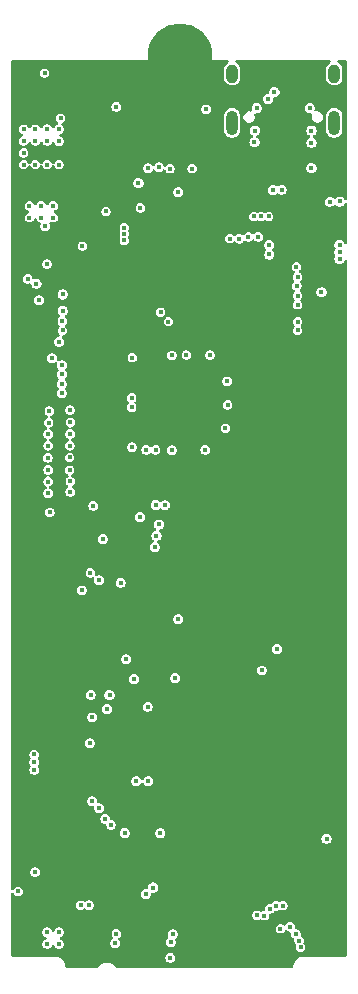
<source format=gbr>
%TF.GenerationSoftware,KiCad,Pcbnew,9.0.7*%
%TF.CreationDate,2026-02-19T00:24:31+01:00*%
%TF.ProjectId,BladeCore-M54C,426c6164-6543-46f7-9265-2d4d3534432e,rev?*%
%TF.SameCoordinates,Original*%
%TF.FileFunction,Copper,L5,Inr*%
%TF.FilePolarity,Positive*%
%FSLAX46Y46*%
G04 Gerber Fmt 4.6, Leading zero omitted, Abs format (unit mm)*
G04 Created by KiCad (PCBNEW 9.0.7) date 2026-02-19 00:24:31*
%MOMM*%
%LPD*%
G01*
G04 APERTURE LIST*
%TA.AperFunction,ComponentPad*%
%ADD10C,0.600000*%
%TD*%
%TA.AperFunction,HeatsinkPad*%
%ADD11O,1.000000X2.100000*%
%TD*%
%TA.AperFunction,HeatsinkPad*%
%ADD12O,1.000000X1.600000*%
%TD*%
%TA.AperFunction,ComponentPad*%
%ADD13C,5.500000*%
%TD*%
%TA.AperFunction,HeatsinkPad*%
%ADD14C,0.425000*%
%TD*%
%TA.AperFunction,ViaPad*%
%ADD15C,0.400000*%
%TD*%
%TA.AperFunction,ViaPad*%
%ADD16C,0.450000*%
%TD*%
G04 APERTURE END LIST*
D10*
%TO.N,GND*%
%TO.C,IC7*%
X5890000Y68620000D03*
X7610000Y68620000D03*
X6750000Y69100000D03*
X5890000Y69580000D03*
X7610000Y69580000D03*
%TD*%
D11*
%TO.N,SHIELD*%
%TO.C,J3*%
X27795000Y75120000D03*
D12*
X27795000Y79300000D03*
D11*
X19155000Y75120000D03*
D12*
X19155000Y79300000D03*
%TD*%
D13*
%TO.N,GND*%
%TO.C,J1*%
X14721447Y80770000D03*
%TD*%
D14*
%TO.N,GND*%
%TO.C,IC1*%
X15529212Y50595788D03*
X15529212Y51445788D03*
X15529212Y52295788D03*
X14679212Y50595788D03*
X14679212Y51445788D03*
X14679212Y52295788D03*
X13829212Y50595788D03*
X13829212Y51445788D03*
X13829212Y52295788D03*
%TD*%
D15*
%TO.N,GND*%
X7500000Y64725000D03*
X9150000Y58100000D03*
D16*
X19675000Y73475000D03*
D15*
X14250000Y24250000D03*
X24000000Y43000000D03*
X18410000Y4640000D03*
X5875000Y9700000D03*
D16*
X20825000Y71150000D03*
X9370000Y24496408D03*
D15*
X8700000Y7200000D03*
X19750000Y32350000D03*
X7500000Y20500000D03*
X14250000Y20500000D03*
X1400000Y23475000D03*
X10200000Y19350000D03*
X24000000Y40000000D03*
X24000000Y41500000D03*
X3650000Y57400000D03*
D16*
X10170000Y24496408D03*
D15*
X14250000Y25500000D03*
X6750000Y62900000D03*
X14250000Y21750000D03*
X26000000Y7100000D03*
X27200000Y10500000D03*
X18500000Y25750000D03*
X6000000Y78500000D03*
X17750000Y34600000D03*
X13810000Y75255000D03*
X17250000Y29500000D03*
X18500000Y30750000D03*
X15040000Y74500000D03*
X12325000Y55250000D03*
D16*
X22875000Y63250000D03*
D15*
X12475000Y64200000D03*
D16*
X10170000Y23696408D03*
D15*
X6500000Y28500000D03*
X28000000Y5100000D03*
X13000000Y20500000D03*
X8850000Y78550000D03*
X20600000Y58600000D03*
X3300000Y10100000D03*
D16*
X17000000Y23950000D03*
D15*
X9700000Y62000000D03*
D16*
X9370000Y23696408D03*
D15*
X9275000Y15000000D03*
X17250000Y30750000D03*
X23200000Y31350000D03*
X19750000Y27000000D03*
X14250000Y23000000D03*
X4050000Y64700000D03*
X19750000Y29500000D03*
D16*
X12950000Y17400000D03*
D15*
X21420000Y4640000D03*
X1800000Y5225000D03*
X10665836Y45034164D03*
X22750000Y41500000D03*
X11400000Y69050000D03*
D16*
X17477407Y68534304D03*
D15*
X7425000Y9700000D03*
X19750000Y28250000D03*
X8750000Y21750000D03*
X26000000Y5100000D03*
X22650000Y59025000D03*
X18750000Y32350000D03*
X17758697Y33528588D03*
X12900000Y19350000D03*
X4134800Y42925000D03*
D16*
X10200000Y17400000D03*
X14475000Y30525000D03*
X27000000Y69100000D03*
X10650000Y27350000D03*
D15*
X2325000Y13100000D03*
X21425000Y36700000D03*
X1100000Y6000000D03*
X16152914Y61957437D03*
X8100000Y5625000D03*
X6475000Y37975000D03*
D16*
X17477407Y69184304D03*
X26775000Y72775000D03*
X20000000Y69800000D03*
D15*
X14700000Y67450000D03*
X5262500Y73787500D03*
X17625000Y48525000D03*
X2050000Y75450000D03*
X18750000Y34600000D03*
X11650000Y52575000D03*
X16200000Y67450000D03*
D16*
X10075000Y9000000D03*
D15*
X17450000Y78350000D03*
X17750000Y32350000D03*
X3300000Y9050000D03*
X8200000Y38945000D03*
X19750000Y30750000D03*
X21250000Y44500000D03*
X7475000Y35575000D03*
X28000000Y7100000D03*
X11651527Y50326527D03*
X12939472Y10842202D03*
X1075000Y7000000D03*
X11344364Y9359032D03*
D16*
X11288230Y36947230D03*
D15*
X8500000Y72550000D03*
X18758697Y33528588D03*
D16*
X9200000Y28900000D03*
D15*
X13925000Y42325000D03*
X21250000Y43000000D03*
D16*
X19675000Y72800000D03*
X28600000Y69100000D03*
D15*
X17000000Y73362500D03*
X10675000Y49250000D03*
X3700000Y54200000D03*
X3750000Y52150000D03*
X15300000Y53900000D03*
X17150000Y42300000D03*
X8800000Y27800000D03*
X16550000Y54475000D03*
X18758697Y35697756D03*
X5575000Y5525000D03*
X5900000Y77125000D03*
X5550000Y79700000D03*
X23925000Y4650000D03*
X11550000Y48225000D03*
D16*
X10970000Y23696408D03*
D15*
X6500000Y29750000D03*
X10000000Y20500000D03*
X1475000Y28125000D03*
D16*
X12556391Y37023458D03*
D15*
X9425000Y4925000D03*
X17758697Y35697756D03*
X17100000Y51275000D03*
X8225000Y65400000D03*
X13000000Y24250000D03*
D16*
X14600000Y4725000D03*
D15*
X7500000Y21750000D03*
X18500000Y29500000D03*
X8675000Y73875000D03*
X18500000Y28250000D03*
X27200000Y8100000D03*
X2400000Y18975000D03*
X8750000Y20500000D03*
D16*
X27200000Y73550000D03*
X10970000Y24496408D03*
D15*
X20000000Y46000000D03*
X7100000Y23700000D03*
X13000000Y25500000D03*
X12776527Y49201527D03*
X13825000Y14950000D03*
D16*
X14300000Y68500000D03*
X20000000Y69150000D03*
X20000000Y68500000D03*
X17477407Y69834304D03*
D15*
X14100000Y49178200D03*
X26000000Y7100000D03*
X13207306Y34500000D03*
X9650000Y75250000D03*
X25125000Y59000000D03*
X19750000Y34600000D03*
X19758697Y35697756D03*
X12225000Y42325000D03*
X14075000Y53900000D03*
X19758697Y33528588D03*
D16*
X17477407Y67884304D03*
D15*
X11750000Y21750000D03*
D16*
X14475000Y28875000D03*
D15*
X18500000Y27000000D03*
X11500000Y43000000D03*
X17100000Y53250000D03*
X13000000Y21750000D03*
D16*
X20000000Y67850000D03*
X9900000Y38900000D03*
D15*
X5075000Y64700000D03*
X15325000Y73680000D03*
X14600000Y31340000D03*
X16562573Y49190627D03*
X8475000Y71000000D03*
X14250000Y26500000D03*
X3350000Y65450000D03*
D16*
X22300000Y65400000D03*
D15*
X9036626Y71810000D03*
X13975000Y65025000D03*
%TO.N,+5V*%
X4000000Y68100000D03*
X8475000Y67625000D03*
X3000000Y68100000D03*
X2400000Y21650000D03*
X3000000Y67100000D03*
X3325000Y66375000D03*
X4000000Y67100000D03*
X2000000Y68100000D03*
X2000000Y67100000D03*
X2400000Y20350000D03*
X2400000Y21000000D03*
%TO.N,+3.3V*%
X3500000Y74600000D03*
D16*
X10850000Y28025000D03*
D15*
X2500000Y73600000D03*
X11385876Y67935876D03*
X10679212Y47670788D03*
X12050000Y71300000D03*
X1500000Y74600000D03*
X18729212Y53245788D03*
X10704212Y55245788D03*
X3500000Y73600000D03*
X24600000Y62950000D03*
D16*
X14600000Y33100000D03*
D15*
X2500000Y74600000D03*
X17279212Y55470788D03*
X3500000Y71600000D03*
X3720000Y42150000D03*
X13895000Y71245000D03*
X7394192Y42703494D03*
X10654212Y51845788D03*
X18589212Y49270788D03*
X11879212Y47445788D03*
D16*
X8775000Y26675000D03*
D15*
X3480331Y63180331D03*
X1500000Y72600000D03*
X4497224Y73585855D03*
D16*
X9350000Y76500000D03*
X7100000Y22600000D03*
D15*
X14054212Y47420788D03*
X2500000Y71600000D03*
X1850000Y61925000D03*
X4500000Y71600000D03*
X16879212Y47445788D03*
X1500000Y71600000D03*
X21675000Y28775000D03*
X4625000Y75525000D03*
X6475000Y64700000D03*
X15279212Y55470788D03*
X1500000Y73600000D03*
X4500000Y74600000D03*
D16*
%TO.N,VREF_OUT*%
X8200000Y39905000D03*
X7900000Y36400000D03*
D15*
%TO.N,/Project Architecture/Microcontroller Peripherals/VREF_IN*%
X7150000Y37025000D03*
X15775000Y71250000D03*
D16*
%TO.N,Net-(C33-Pad1)*%
X10050000Y15000000D03*
X13085000Y14975000D03*
D15*
%TO.N,+1V1*%
X12679212Y47445788D03*
X14054212Y55445788D03*
X18779212Y51245788D03*
X10654212Y51045788D03*
%TO.N,VBUS*%
X4500000Y5600000D03*
X3275000Y79350000D03*
X3500000Y5600000D03*
X2475000Y11700000D03*
X3500000Y6600000D03*
X4500000Y6600000D03*
%TO.N,/Project Architecture/Microcontroller/ADC_VUSB*%
X1050000Y10050000D03*
X3575000Y44750000D03*
D16*
%TO.N,HEARTBEAT*%
X14350000Y28125000D03*
X11350000Y41750000D03*
X4750000Y54600000D03*
%TO.N,/Project Architecture/Microcontroller Peripherals/I2C0_SCL*%
X14600000Y69250000D03*
D15*
X4800000Y57550000D03*
%TO.N,/Project Architecture/Microcontroller Peripherals/I2C0_SDA*%
X4775000Y58350000D03*
D16*
X11226000Y70026000D03*
D15*
X12960000Y71380000D03*
D16*
%TO.N,QSPI_SS*%
X22950000Y30575000D03*
X27150000Y14525000D03*
D15*
%TO.N,/Project Architecture/Microcontroller Peripherals/SWDIO*%
X13100000Y59100000D03*
X7200000Y26700000D03*
%TO.N,/Project Architecture/Microcontroller Peripherals/SWCLK*%
X13766212Y58300000D03*
X7300000Y24800000D03*
%TO.N,/Project Architecture/GPIO22*%
X23450000Y8850000D03*
X24626624Y61326624D03*
%TO.N,/Project Architecture/GPIO23*%
X23250000Y6900000D03*
X24700000Y62100000D03*
%TO.N,/Project Architecture/GPIO18*%
X21266587Y8033413D03*
X24700000Y57550000D03*
%TO.N,/Project Architecture/GPIO27*%
X24950000Y5325000D03*
X18970000Y65330000D03*
D16*
%TO.N,/Project Architecture/CAN Interface/IC_CAN_N*%
X11050000Y19375000D03*
%TO.N,/Project Architecture/PWR*%
X28250000Y64800000D03*
X28250000Y63600000D03*
D15*
X10025000Y65725000D03*
X10025000Y66250000D03*
D16*
X28250000Y64200000D03*
D15*
X10025000Y65175000D03*
%TO.N,/Project Architecture/ADC0*%
X3675000Y50725000D03*
X8900000Y15700000D03*
%TO.N,/Project Architecture/GPIO26*%
X24825000Y5900000D03*
X19760000Y65310000D03*
%TO.N,/Project Architecture/ADC5*%
X9250000Y5675000D03*
X3575000Y45750000D03*
%TO.N,/Project Architecture/GPIO25*%
X20538947Y65475584D03*
X24550000Y6450000D03*
%TO.N,/Project Architecture/GPIO21*%
X22883724Y8839516D03*
X24700000Y60500000D03*
%TO.N,/Project Architecture/ADC4*%
X3550000Y46775000D03*
X9350000Y6475000D03*
%TO.N,/Project Architecture/GPIO19*%
X24700000Y58300000D03*
X21875000Y8000000D03*
D16*
%TO.N,/Project Architecture/CAN Interface/IC_CAN_P*%
X12050000Y19375000D03*
D15*
%TO.N,/Project Architecture/GPIO20*%
X22350000Y8575000D03*
X24700000Y59730000D03*
%TO.N,/Project Architecture/GPIO24*%
X21366572Y65475000D03*
X24075000Y7050000D03*
%TO.N,Net-(IC1B-GPIO40{slash}ADC0)*%
X5425728Y50817350D03*
%TO.N,Net-(IC1B-GPIO41{slash}ADC1)*%
X5465409Y49791321D03*
%TO.N,Net-(IC1B-GPIO42{slash}ADC2)*%
X5448403Y48793636D03*
%TO.N,Net-(IC1B-GPIO43{slash}ADC3)*%
X5414391Y47807288D03*
%TO.N,Net-(IC1B-GPIO44{slash}ADC4)*%
X5397385Y46798265D03*
%TO.N,Net-(IC1B-GPIO45{slash}ADC5)*%
X5397385Y45732555D03*
%TO.N,Net-(IC1B-GPIO46{slash}ADC6)*%
X5454072Y44774550D03*
%TO.N,Net-(IC1B-GPIO47{slash}ADC7)*%
X5442734Y43884569D03*
%TO.N,/Project Architecture/ADC2*%
X3575000Y48775000D03*
X7900000Y17100000D03*
%TO.N,/Project Architecture/ADC3*%
X7300000Y17700000D03*
X3575000Y47800000D03*
%TO.N,/Project Architecture/ADC1*%
X3625000Y49750000D03*
X8400000Y16200000D03*
%TO.N,/Project Architecture/Microcontroller Peripherals/ADC_VREF*%
X3575000Y43775000D03*
X6430000Y35550000D03*
D16*
%TO.N,/Project Architecture/Microcontroller/GPIO38*%
X12750000Y40175000D03*
X13950000Y5750000D03*
X4725000Y53025000D03*
%TO.N,/Project Architecture/Microcontroller/GPIO37*%
X14125000Y6425000D03*
X12950000Y41125000D03*
X4750000Y53825000D03*
%TO.N,/Project Architecture/Microcontroller/GPIO39*%
X4725000Y52225000D03*
X13925000Y4450000D03*
X12600000Y39225000D03*
%TO.N,/Project Architecture/Microcontroller/SPI1_SCLK*%
X4800000Y60600000D03*
X4800000Y59233788D03*
%TO.N,VBUS_ONBOARD*%
X25725000Y76375000D03*
X26720000Y60775000D03*
X21050000Y73475000D03*
X25875000Y74480000D03*
X25875000Y73450000D03*
D15*
X22250000Y67200000D03*
X21600000Y67200000D03*
D16*
X21225000Y76375000D03*
D15*
X21000000Y67200000D03*
D16*
X21075000Y74480000D03*
X25875000Y71300000D03*
%TO.N,USB_D-*%
X28273510Y68471105D03*
D15*
X6325000Y8900000D03*
D16*
%TO.N,USB_D+*%
X27417989Y68455114D03*
D15*
X7025000Y8900000D03*
D16*
%TO.N,USB_ONB_D+*%
X22601747Y69451126D03*
X22197071Y77154054D03*
%TO.N,USB_ONB_D-*%
X22738102Y77732397D03*
X23357324Y69463119D03*
%TO.N,/Project Architecture/USB Interface and Power/USB_RP_D+*%
X22300000Y63981852D03*
X13484743Y42748112D03*
%TO.N,/Project Architecture/USB Interface and Power/USB_RP_D-*%
X12676013Y42759449D03*
X22300000Y64768079D03*
D15*
%TO.N,SHIELD*%
X16950000Y76275000D03*
D16*
%TO.N,/Project Architecture/Microcontroller/SPI1_MISO*%
X2587961Y61512039D03*
X2800000Y60100000D03*
%TO.N,Net-(IC29-RXD)*%
X12000000Y25700000D03*
X8550000Y25500000D03*
%TO.N,/Project Architecture/CAN_P*%
X12467736Y10382460D03*
%TO.N,/Project Architecture/CAN_N*%
X11832091Y9826770D03*
%TO.N,/Project Architecture/Microcontroller/CAN_RST*%
X4500000Y56600000D03*
X9712000Y36200000D03*
X10200000Y29700000D03*
X3900000Y55200000D03*
%TD*%
%TA.AperFunction,Conductor*%
%TO.N,GND*%
G36*
X18783453Y80439961D02*
G01*
X18816135Y80430995D01*
X18816904Y80430139D01*
X18818006Y80429815D01*
X18840161Y80404247D01*
X18862824Y80379016D01*
X18863008Y80377880D01*
X18863761Y80377011D01*
X18868582Y80343480D01*
X18874000Y80310046D01*
X18873541Y80308993D01*
X18873705Y80307853D01*
X18859629Y80277033D01*
X18846114Y80245982D01*
X18844987Y80244971D01*
X18844680Y80244297D01*
X18819859Y80222400D01*
X18777568Y80194142D01*
X18706414Y80146599D01*
X18608401Y80048586D01*
X18531386Y79933324D01*
X18478344Y79805267D01*
X18478341Y79805255D01*
X18451300Y79669313D01*
X18451300Y78930688D01*
X18478341Y78794746D01*
X18478344Y78794734D01*
X18531386Y78666677D01*
X18608401Y78551415D01*
X18706414Y78453402D01*
X18821676Y78376387D01*
X18949733Y78323345D01*
X18949738Y78323343D01*
X19085687Y78296301D01*
X19085690Y78296300D01*
X19085692Y78296300D01*
X19224310Y78296300D01*
X19224311Y78296301D01*
X19360262Y78323343D01*
X19424294Y78349866D01*
X19488323Y78376387D01*
X19488324Y78376388D01*
X19488327Y78376389D01*
X19603583Y78453400D01*
X19701600Y78551417D01*
X19778611Y78666673D01*
X19831657Y78794738D01*
X19858700Y78930692D01*
X19858700Y79669308D01*
X19858700Y79669311D01*
X19858699Y79669313D01*
X19847386Y79726188D01*
X19831657Y79805262D01*
X19831655Y79805267D01*
X19778613Y79933324D01*
X19701598Y80048586D01*
X19603585Y80146599D01*
X19562704Y80173915D01*
X19490141Y80222399D01*
X19445338Y80276009D01*
X19436630Y80345334D01*
X19466784Y80408362D01*
X19526227Y80445082D01*
X19559033Y80449500D01*
X27390967Y80449500D01*
X27458006Y80429815D01*
X27503761Y80377011D01*
X27513705Y80307853D01*
X27484680Y80244297D01*
X27459859Y80222400D01*
X27417568Y80194142D01*
X27346414Y80146599D01*
X27248401Y80048586D01*
X27171386Y79933324D01*
X27118344Y79805267D01*
X27118341Y79805255D01*
X27091300Y79669313D01*
X27091300Y78930688D01*
X27118341Y78794746D01*
X27118344Y78794734D01*
X27171386Y78666677D01*
X27248401Y78551415D01*
X27346414Y78453402D01*
X27461676Y78376387D01*
X27589733Y78323345D01*
X27589738Y78323343D01*
X27725687Y78296301D01*
X27725690Y78296300D01*
X27725692Y78296300D01*
X27864310Y78296300D01*
X27864311Y78296301D01*
X28000262Y78323343D01*
X28064294Y78349866D01*
X28128323Y78376387D01*
X28128324Y78376388D01*
X28128327Y78376389D01*
X28243583Y78453400D01*
X28341600Y78551417D01*
X28418611Y78666673D01*
X28471657Y78794738D01*
X28498700Y78930692D01*
X28498700Y79669308D01*
X28498700Y79669311D01*
X28498699Y79669313D01*
X28487386Y79726188D01*
X28471657Y79805262D01*
X28471655Y79805267D01*
X28418613Y79933324D01*
X28341598Y80048586D01*
X28243585Y80146599D01*
X28202704Y80173915D01*
X28130141Y80222399D01*
X28085338Y80276009D01*
X28076630Y80345334D01*
X28106784Y80408362D01*
X28166227Y80445082D01*
X28199033Y80449500D01*
X28652405Y80449500D01*
X28690244Y80449500D01*
X28709630Y80447975D01*
X28742253Y80442808D01*
X28779146Y80430821D01*
X28799765Y80420315D01*
X28831151Y80397511D01*
X28847510Y80381152D01*
X28870314Y80349766D01*
X28880820Y80329147D01*
X28892808Y80292252D01*
X28897973Y80259641D01*
X28899500Y80240245D01*
X28899500Y68707034D01*
X28879815Y68639995D01*
X28827011Y68594240D01*
X28757853Y68584296D01*
X28694297Y68613321D01*
X28668113Y68645033D01*
X28662539Y68654687D01*
X28616555Y68734333D01*
X28536738Y68814150D01*
X28466679Y68854599D01*
X28438983Y68870590D01*
X28384465Y68885198D01*
X28329949Y68899805D01*
X28217071Y68899805D01*
X28108036Y68870590D01*
X28010282Y68814150D01*
X28010279Y68814148D01*
X27925435Y68729303D01*
X27864112Y68695818D01*
X27794420Y68700802D01*
X27750073Y68729303D01*
X27681219Y68798157D01*
X27681217Y68798159D01*
X27590535Y68850515D01*
X27583462Y68854599D01*
X27523781Y68870590D01*
X27474428Y68883814D01*
X27361550Y68883814D01*
X27252515Y68854599D01*
X27154761Y68798159D01*
X27154758Y68798157D01*
X27074946Y68718345D01*
X27074944Y68718342D01*
X27018504Y68620588D01*
X26989289Y68511553D01*
X26989289Y68398676D01*
X27018504Y68289641D01*
X27046724Y68240764D01*
X27074944Y68191886D01*
X27154761Y68112069D01*
X27252517Y68055629D01*
X27361550Y68026414D01*
X27361552Y68026414D01*
X27474426Y68026414D01*
X27474428Y68026414D01*
X27583461Y68055629D01*
X27681217Y68112069D01*
X27761034Y68191886D01*
X27761034Y68191887D01*
X27766064Y68196916D01*
X27827387Y68230401D01*
X27897079Y68225417D01*
X27941426Y68196916D01*
X28010282Y68128060D01*
X28108038Y68071620D01*
X28217071Y68042405D01*
X28217073Y68042405D01*
X28329947Y68042405D01*
X28329949Y68042405D01*
X28438982Y68071620D01*
X28536738Y68128060D01*
X28616555Y68207877D01*
X28668114Y68297179D01*
X28718680Y68345393D01*
X28787288Y68358615D01*
X28852152Y68332647D01*
X28892680Y68275733D01*
X28899500Y68235177D01*
X28899500Y64974276D01*
X28879815Y64907237D01*
X28827011Y64861482D01*
X28757853Y64851538D01*
X28694297Y64880563D01*
X28656523Y64939341D01*
X28655725Y64942182D01*
X28649485Y64965472D01*
X28593045Y65063228D01*
X28513228Y65143045D01*
X28458936Y65174391D01*
X28415473Y65199485D01*
X28360955Y65214093D01*
X28306439Y65228700D01*
X28193561Y65228700D01*
X28084526Y65199485D01*
X27986772Y65143045D01*
X27986769Y65143043D01*
X27906957Y65063231D01*
X27906955Y65063228D01*
X27850515Y64965474D01*
X27821300Y64856439D01*
X27821300Y64743562D01*
X27850515Y64634527D01*
X27892389Y64562001D01*
X27908862Y64494100D01*
X27892389Y64437999D01*
X27850515Y64365474D01*
X27821300Y64256439D01*
X27821300Y64143562D01*
X27850515Y64034527D01*
X27892389Y63962001D01*
X27908862Y63894100D01*
X27892389Y63837999D01*
X27850515Y63765474D01*
X27834911Y63707237D01*
X27821300Y63656439D01*
X27821300Y63543561D01*
X27832069Y63503370D01*
X27850515Y63434527D01*
X27854163Y63428209D01*
X27906955Y63336772D01*
X27986772Y63256955D01*
X28084528Y63200515D01*
X28193561Y63171300D01*
X28193563Y63171300D01*
X28306437Y63171300D01*
X28306439Y63171300D01*
X28415472Y63200515D01*
X28513228Y63256955D01*
X28593045Y63336772D01*
X28649485Y63434528D01*
X28655725Y63457820D01*
X28692090Y63517478D01*
X28754936Y63548008D01*
X28824312Y63539714D01*
X28878190Y63495229D01*
X28899465Y63428677D01*
X28899500Y63425725D01*
X28899500Y4709756D01*
X28897973Y4690360D01*
X28897973Y4690356D01*
X28892808Y4657749D01*
X28880820Y4620854D01*
X28870314Y4600235D01*
X28847510Y4568849D01*
X28831151Y4552490D01*
X28799765Y4529686D01*
X28779146Y4519180D01*
X28742251Y4507192D01*
X28729663Y4505199D01*
X28709638Y4502027D01*
X28690244Y4500500D01*
X25071155Y4500500D01*
X24916510Y4469739D01*
X24916498Y4469736D01*
X24770827Y4409398D01*
X24770814Y4409391D01*
X24639711Y4321790D01*
X24639707Y4321787D01*
X24528213Y4210293D01*
X24528210Y4210289D01*
X24440609Y4079186D01*
X24440602Y4079173D01*
X24380264Y3933502D01*
X24380261Y3933490D01*
X24349500Y3778847D01*
X24349500Y3724000D01*
X24329815Y3656961D01*
X24277011Y3611206D01*
X24225500Y3600000D01*
X9365212Y3600000D01*
X9298173Y3619685D01*
X9262109Y3655110D01*
X9260872Y3656961D01*
X9249464Y3674035D01*
X9249462Y3674038D01*
X9124038Y3799462D01*
X9124034Y3799465D01*
X8976553Y3898010D01*
X8976540Y3898017D01*
X8812667Y3965894D01*
X8812658Y3965897D01*
X8638694Y4000500D01*
X8638691Y4000500D01*
X8597595Y4000500D01*
X8550000Y4000500D01*
X8461309Y4000500D01*
X8461306Y4000500D01*
X8287341Y3965897D01*
X8287332Y3965894D01*
X8123459Y3898017D01*
X8123446Y3898010D01*
X7975965Y3799465D01*
X7975961Y3799462D01*
X7850537Y3674038D01*
X7841271Y3660171D01*
X7839128Y3656961D01*
X7837891Y3655110D01*
X7784279Y3610305D01*
X7734788Y3600000D01*
X5124500Y3600000D01*
X5057461Y3619685D01*
X5011706Y3672489D01*
X5000500Y3724000D01*
X5000500Y3778845D01*
X5000499Y3778847D01*
X4996398Y3799465D01*
X4969737Y3933497D01*
X4909795Y4078211D01*
X4909397Y4079173D01*
X4909390Y4079186D01*
X4821789Y4210289D01*
X4821786Y4210293D01*
X4710292Y4321787D01*
X4710288Y4321790D01*
X4579185Y4409391D01*
X4579172Y4409398D01*
X4433501Y4469736D01*
X4433489Y4469739D01*
X4278845Y4500500D01*
X4278842Y4500500D01*
X4239562Y4500500D01*
X659756Y4500500D01*
X640360Y4502027D01*
X624110Y4504601D01*
X612504Y4506439D01*
X13496300Y4506439D01*
X13496300Y4393562D01*
X13525515Y4284527D01*
X13553735Y4235650D01*
X13581955Y4186772D01*
X13661772Y4106955D01*
X13759528Y4050515D01*
X13868561Y4021300D01*
X13868563Y4021300D01*
X13981437Y4021300D01*
X13981439Y4021300D01*
X14090472Y4050515D01*
X14188228Y4106955D01*
X14268045Y4186772D01*
X14324485Y4284528D01*
X14353700Y4393561D01*
X14353700Y4506439D01*
X14324485Y4615472D01*
X14268045Y4713228D01*
X14188228Y4793045D01*
X14139350Y4821265D01*
X14090473Y4849485D01*
X14035955Y4864093D01*
X13981439Y4878700D01*
X13868561Y4878700D01*
X13759526Y4849485D01*
X13661772Y4793045D01*
X13661769Y4793043D01*
X13581957Y4713231D01*
X13581955Y4713228D01*
X13525515Y4615474D01*
X13496300Y4506439D01*
X612504Y4506439D01*
X607749Y4507192D01*
X570853Y4519180D01*
X550234Y4529686D01*
X518848Y4552490D01*
X502489Y4568849D01*
X479685Y4600235D01*
X469178Y4620856D01*
X457192Y4657747D01*
X452025Y4690370D01*
X450500Y4709756D01*
X450500Y6653148D01*
X3096300Y6653148D01*
X3096300Y6546852D01*
X3123811Y6444177D01*
X3176959Y6352122D01*
X3252122Y6276959D01*
X3344177Y6223811D01*
X3359243Y6219775D01*
X3418903Y6183410D01*
X3449432Y6120563D01*
X3441137Y6051188D01*
X3396652Y5997310D01*
X3359244Y5980227D01*
X3344177Y5976189D01*
X3344175Y5976188D01*
X3344174Y5976188D01*
X3252125Y5923043D01*
X3252119Y5923039D01*
X3176961Y5847881D01*
X3176957Y5847875D01*
X3123812Y5755826D01*
X3123812Y5755825D01*
X3123811Y5755823D01*
X3096300Y5653148D01*
X3096300Y5546852D01*
X3123811Y5444177D01*
X3176959Y5352122D01*
X3252122Y5276959D01*
X3344177Y5223811D01*
X3446852Y5196300D01*
X3446854Y5196300D01*
X3553146Y5196300D01*
X3553148Y5196300D01*
X3655823Y5223811D01*
X3747878Y5276959D01*
X3823041Y5352122D01*
X3876189Y5444177D01*
X3880225Y5459244D01*
X3916589Y5518903D01*
X3979435Y5549433D01*
X4048811Y5541139D01*
X4102690Y5496654D01*
X4119773Y5459245D01*
X4123811Y5444177D01*
X4176959Y5352122D01*
X4252122Y5276959D01*
X4344177Y5223811D01*
X4446852Y5196300D01*
X4446854Y5196300D01*
X4553146Y5196300D01*
X4553148Y5196300D01*
X4655823Y5223811D01*
X4747878Y5276959D01*
X4823041Y5352122D01*
X4876189Y5444177D01*
X4903700Y5546852D01*
X4903700Y5653148D01*
X4883604Y5728148D01*
X8846300Y5728148D01*
X8846300Y5621852D01*
X8873811Y5519177D01*
X8926959Y5427122D01*
X9002122Y5351959D01*
X9094177Y5298811D01*
X9196852Y5271300D01*
X9196854Y5271300D01*
X9303146Y5271300D01*
X9303148Y5271300D01*
X9405823Y5298811D01*
X9497878Y5351959D01*
X9573041Y5427122D01*
X9626189Y5519177D01*
X9653700Y5621852D01*
X9653700Y5728148D01*
X9632723Y5806439D01*
X13521300Y5806439D01*
X13521300Y5693562D01*
X13550515Y5584527D01*
X13567933Y5554359D01*
X13606955Y5486772D01*
X13686772Y5406955D01*
X13771428Y5358078D01*
X13782028Y5351958D01*
X13784528Y5350515D01*
X13893561Y5321300D01*
X13893563Y5321300D01*
X14006437Y5321300D01*
X14006439Y5321300D01*
X14115472Y5350515D01*
X14213228Y5406955D01*
X14293045Y5486772D01*
X14349485Y5584528D01*
X14378700Y5693561D01*
X14378700Y5806439D01*
X14349485Y5915472D01*
X14349484Y5915474D01*
X14349484Y5915475D01*
X14349084Y5916167D01*
X14348923Y5916828D01*
X14346373Y5922986D01*
X14347332Y5923384D01*
X14332608Y5984067D01*
X14355457Y6050095D01*
X14383141Y6075232D01*
X14381779Y6077007D01*
X14388220Y6081951D01*
X14388228Y6081955D01*
X14468045Y6161772D01*
X14524485Y6259528D01*
X14553700Y6368561D01*
X14553700Y6481439D01*
X14524485Y6590472D01*
X14468045Y6688228D01*
X14388228Y6768045D01*
X14336274Y6798041D01*
X14290473Y6824485D01*
X14263101Y6831819D01*
X14181439Y6853700D01*
X14068561Y6853700D01*
X13959526Y6824485D01*
X13861772Y6768045D01*
X13861769Y6768043D01*
X13781957Y6688231D01*
X13781955Y6688228D01*
X13725515Y6590474D01*
X13708815Y6528146D01*
X13696300Y6481439D01*
X13696300Y6368561D01*
X13720844Y6276959D01*
X13725516Y6259526D01*
X13725516Y6259525D01*
X13725918Y6258829D01*
X13726078Y6258168D01*
X13728627Y6252014D01*
X13727667Y6251617D01*
X13742391Y6190929D01*
X13719539Y6124902D01*
X13691874Y6099748D01*
X13693221Y6097993D01*
X13686769Y6093043D01*
X13606957Y6013231D01*
X13606955Y6013228D01*
X13550515Y5915474D01*
X13521300Y5806439D01*
X9632723Y5806439D01*
X9626189Y5830823D01*
X9573041Y5922878D01*
X9538736Y5957183D01*
X9530250Y5972581D01*
X9526340Y5990219D01*
X9517683Y6006074D01*
X9518937Y6023620D01*
X9515131Y6040795D01*
X9521378Y6057746D01*
X9522667Y6075766D01*
X9533210Y6089850D01*
X9539293Y6106354D01*
X9553712Y6117237D01*
X9564539Y6131699D01*
X9576835Y6139811D01*
X9597878Y6151959D01*
X9673041Y6227122D01*
X9726189Y6319177D01*
X9753700Y6421852D01*
X9753700Y6528148D01*
X9726189Y6630823D01*
X9673041Y6722878D01*
X9597878Y6798041D01*
X9505823Y6851189D01*
X9403148Y6878700D01*
X9296852Y6878700D01*
X9194177Y6851189D01*
X9194175Y6851188D01*
X9194174Y6851188D01*
X9102125Y6798043D01*
X9102119Y6798039D01*
X9026961Y6722881D01*
X9026957Y6722875D01*
X8973812Y6630826D01*
X8973812Y6630825D01*
X8973811Y6630823D01*
X8946300Y6528148D01*
X8946300Y6421852D01*
X8973811Y6319177D01*
X9026959Y6227122D01*
X9026961Y6227120D01*
X9048831Y6205250D01*
X9082316Y6143927D01*
X9077332Y6074235D01*
X9035460Y6018302D01*
X9023151Y6010183D01*
X9002128Y5998046D01*
X9002119Y5998039D01*
X8926961Y5922881D01*
X8926957Y5922875D01*
X8873812Y5830826D01*
X8873812Y5830825D01*
X8873811Y5830823D01*
X8846300Y5728148D01*
X4883604Y5728148D01*
X4876189Y5755823D01*
X4823041Y5847878D01*
X4747878Y5923041D01*
X4655823Y5976189D01*
X4640756Y5980226D01*
X4581097Y6016589D01*
X4550567Y6079435D01*
X4558861Y6148811D01*
X4603346Y6202690D01*
X4640755Y6219774D01*
X4655823Y6223811D01*
X4747878Y6276959D01*
X4823041Y6352122D01*
X4876189Y6444177D01*
X4903700Y6546852D01*
X4903700Y6653148D01*
X4876189Y6755823D01*
X4823041Y6847878D01*
X4747878Y6923041D01*
X4695731Y6953148D01*
X22846300Y6953148D01*
X22846300Y6846852D01*
X22873811Y6744177D01*
X22926959Y6652122D01*
X23002122Y6576959D01*
X23094177Y6523811D01*
X23196852Y6496300D01*
X23196854Y6496300D01*
X23303146Y6496300D01*
X23303148Y6496300D01*
X23405823Y6523811D01*
X23497878Y6576959D01*
X23573041Y6652122D01*
X23612635Y6720701D01*
X23663199Y6768914D01*
X23731806Y6782138D01*
X23796671Y6756170D01*
X23807701Y6746380D01*
X23827122Y6726959D01*
X23919177Y6673811D01*
X24021852Y6646300D01*
X24021854Y6646300D01*
X24023752Y6646300D01*
X24025294Y6645847D01*
X24029912Y6645239D01*
X24029817Y6644520D01*
X24090791Y6626615D01*
X24136546Y6573811D01*
X24145916Y6511275D01*
X24146300Y6511275D01*
X24146300Y6508712D01*
X24146690Y6506109D01*
X24146300Y6503148D01*
X24146300Y6396852D01*
X24173811Y6294177D01*
X24226959Y6202122D01*
X24302122Y6126959D01*
X24337811Y6106354D01*
X24363265Y6091658D01*
X24411481Y6041091D01*
X24424704Y5972484D01*
X24421528Y5954883D01*
X24421300Y5953150D01*
X24421300Y5953148D01*
X24421300Y5846852D01*
X24448811Y5744177D01*
X24448812Y5744176D01*
X24448812Y5744175D01*
X24466527Y5713492D01*
X24501959Y5652122D01*
X24501961Y5652120D01*
X24544351Y5609730D01*
X24577836Y5548407D01*
X24573608Y5489292D01*
X24575914Y5488674D01*
X24546300Y5378150D01*
X24546300Y5378148D01*
X24546300Y5271852D01*
X24573811Y5169177D01*
X24626959Y5077122D01*
X24702122Y5001959D01*
X24794177Y4948811D01*
X24896852Y4921300D01*
X24896854Y4921300D01*
X25003146Y4921300D01*
X25003148Y4921300D01*
X25105823Y4948811D01*
X25197878Y5001959D01*
X25273041Y5077122D01*
X25326189Y5169177D01*
X25353700Y5271852D01*
X25353700Y5378148D01*
X25326189Y5480823D01*
X25273041Y5572878D01*
X25261391Y5584528D01*
X25230647Y5615273D01*
X25197163Y5676596D01*
X25201391Y5735709D01*
X25199085Y5736326D01*
X25204309Y5755823D01*
X25228700Y5846852D01*
X25228700Y5953148D01*
X25201189Y6055823D01*
X25148041Y6147878D01*
X25072878Y6223041D01*
X25011732Y6258344D01*
X24963518Y6308911D01*
X24950296Y6377518D01*
X24953468Y6395097D01*
X24953700Y6396854D01*
X24953700Y6503146D01*
X24953700Y6503148D01*
X24926189Y6605823D01*
X24873041Y6697878D01*
X24797878Y6773041D01*
X24736508Y6808473D01*
X24705825Y6826188D01*
X24705824Y6826189D01*
X24705823Y6826189D01*
X24603148Y6853700D01*
X24601248Y6853700D01*
X24599705Y6854154D01*
X24595088Y6854761D01*
X24595182Y6855481D01*
X24534209Y6873385D01*
X24488454Y6926189D01*
X24479084Y6988725D01*
X24478700Y6988725D01*
X24478700Y6991289D01*
X24478310Y6993891D01*
X24478700Y6996853D01*
X24478700Y7103146D01*
X24478700Y7103148D01*
X24451189Y7205823D01*
X24398041Y7297878D01*
X24322878Y7373041D01*
X24230823Y7426189D01*
X24128148Y7453700D01*
X24021852Y7453700D01*
X23919177Y7426189D01*
X23919175Y7426188D01*
X23919174Y7426188D01*
X23827125Y7373043D01*
X23827119Y7373039D01*
X23751961Y7297881D01*
X23751959Y7297878D01*
X23712366Y7229301D01*
X23661798Y7181086D01*
X23593191Y7167864D01*
X23528327Y7193832D01*
X23517298Y7203621D01*
X23497880Y7223039D01*
X23497878Y7223041D01*
X23405823Y7276189D01*
X23303148Y7303700D01*
X23196852Y7303700D01*
X23094177Y7276189D01*
X23094175Y7276188D01*
X23094174Y7276188D01*
X23002125Y7223043D01*
X23002119Y7223039D01*
X22926961Y7147881D01*
X22926957Y7147875D01*
X22873812Y7055826D01*
X22873812Y7055825D01*
X22873811Y7055823D01*
X22846300Y6953148D01*
X4695731Y6953148D01*
X4655823Y6976189D01*
X4553148Y7003700D01*
X4446852Y7003700D01*
X4344177Y6976189D01*
X4344175Y6976188D01*
X4344174Y6976188D01*
X4252125Y6923043D01*
X4252119Y6923039D01*
X4176961Y6847881D01*
X4176957Y6847875D01*
X4123812Y6755826D01*
X4123812Y6755825D01*
X4123811Y6755823D01*
X4119774Y6740757D01*
X4083410Y6681097D01*
X4020563Y6650568D01*
X3951188Y6658863D01*
X3897310Y6703348D01*
X3880226Y6740756D01*
X3876189Y6755823D01*
X3823041Y6847878D01*
X3747878Y6923041D01*
X3655823Y6976189D01*
X3553148Y7003700D01*
X3446852Y7003700D01*
X3344177Y6976189D01*
X3344175Y6976188D01*
X3344174Y6976188D01*
X3252125Y6923043D01*
X3252119Y6923039D01*
X3176961Y6847881D01*
X3176957Y6847875D01*
X3123812Y6755826D01*
X3123812Y6755825D01*
X3123811Y6755823D01*
X3096300Y6653148D01*
X450500Y6653148D01*
X450500Y8086561D01*
X20862887Y8086561D01*
X20862887Y7980265D01*
X20890398Y7877590D01*
X20943546Y7785535D01*
X21018709Y7710372D01*
X21110764Y7657224D01*
X21213439Y7629713D01*
X21213441Y7629713D01*
X21319733Y7629713D01*
X21319735Y7629713D01*
X21422410Y7657224D01*
X21482304Y7691805D01*
X21550200Y7708277D01*
X21616228Y7685426D01*
X21620563Y7681759D01*
X21620676Y7681906D01*
X21627116Y7676965D01*
X21627122Y7676959D01*
X21719177Y7623811D01*
X21821852Y7596300D01*
X21821854Y7596300D01*
X21928146Y7596300D01*
X21928148Y7596300D01*
X22030823Y7623811D01*
X22122878Y7676959D01*
X22198041Y7752122D01*
X22251189Y7844177D01*
X22278700Y7946852D01*
X22278700Y8047300D01*
X22298385Y8114339D01*
X22351189Y8160094D01*
X22395164Y8169661D01*
X22395088Y8170239D01*
X22402016Y8171152D01*
X22402700Y8171300D01*
X22403146Y8171300D01*
X22403148Y8171300D01*
X22505823Y8198811D01*
X22597878Y8251959D01*
X22673041Y8327122D01*
X22701064Y8375661D01*
X22751628Y8423875D01*
X22820235Y8437099D01*
X22824644Y8436598D01*
X22830571Y8435818D01*
X22830576Y8435816D01*
X22830581Y8435816D01*
X22936870Y8435816D01*
X22936872Y8435816D01*
X23039547Y8463327D01*
X23113943Y8506280D01*
X23181840Y8522752D01*
X23237940Y8506280D01*
X23294177Y8473811D01*
X23396852Y8446300D01*
X23396854Y8446300D01*
X23503146Y8446300D01*
X23503148Y8446300D01*
X23605823Y8473811D01*
X23697878Y8526959D01*
X23773041Y8602122D01*
X23826189Y8694177D01*
X23853700Y8796852D01*
X23853700Y8903148D01*
X23826189Y9005823D01*
X23773041Y9097878D01*
X23697878Y9173041D01*
X23611279Y9223039D01*
X23605825Y9226188D01*
X23605824Y9226189D01*
X23605823Y9226189D01*
X23503148Y9253700D01*
X23396852Y9253700D01*
X23294175Y9226189D01*
X23219781Y9183237D01*
X23151881Y9166766D01*
X23095782Y9183238D01*
X23039549Y9215704D01*
X23039548Y9215705D01*
X23039547Y9215705D01*
X22936872Y9243216D01*
X22830576Y9243216D01*
X22727901Y9215705D01*
X22727899Y9215704D01*
X22727898Y9215704D01*
X22635849Y9162559D01*
X22635843Y9162555D01*
X22560685Y9087397D01*
X22560683Y9087394D01*
X22532660Y9038857D01*
X22482092Y8990642D01*
X22413485Y8977420D01*
X22409095Y8977918D01*
X22403152Y8978700D01*
X22403148Y8978700D01*
X22296852Y8978700D01*
X22194177Y8951189D01*
X22194175Y8951188D01*
X22194174Y8951188D01*
X22102125Y8898043D01*
X22102119Y8898039D01*
X22026961Y8822881D01*
X22026957Y8822875D01*
X21973812Y8730826D01*
X21973812Y8730825D01*
X21973811Y8730823D01*
X21952725Y8652126D01*
X21946300Y8628148D01*
X21946300Y8527700D01*
X21926615Y8460661D01*
X21873811Y8414906D01*
X21863239Y8410653D01*
X21843360Y8403700D01*
X21821852Y8403700D01*
X21719177Y8376189D01*
X21649207Y8335792D01*
X21638223Y8331950D01*
X21614484Y8330742D01*
X21591384Y8325137D01*
X21580231Y8328998D01*
X21568444Y8328397D01*
X21547817Y8340217D01*
X21525357Y8347990D01*
X21521024Y8351655D01*
X21520911Y8351507D01*
X21514469Y8356450D01*
X21514465Y8356454D01*
X21422410Y8409602D01*
X21319735Y8437113D01*
X21213439Y8437113D01*
X21110764Y8409602D01*
X21110762Y8409601D01*
X21110761Y8409601D01*
X21018712Y8356456D01*
X21018706Y8356452D01*
X20943548Y8281294D01*
X20943544Y8281288D01*
X20890399Y8189239D01*
X20890399Y8189238D01*
X20890398Y8189236D01*
X20862887Y8086561D01*
X450500Y8086561D01*
X450500Y8953148D01*
X5921300Y8953148D01*
X5921300Y8846852D01*
X5948811Y8744177D01*
X6001959Y8652122D01*
X6077122Y8576959D01*
X6169177Y8523811D01*
X6271852Y8496300D01*
X6271854Y8496300D01*
X6378146Y8496300D01*
X6378148Y8496300D01*
X6480823Y8523811D01*
X6572878Y8576959D01*
X6587319Y8591400D01*
X6648642Y8624885D01*
X6718334Y8619901D01*
X6762681Y8591400D01*
X6777122Y8576959D01*
X6869177Y8523811D01*
X6971852Y8496300D01*
X6971854Y8496300D01*
X7078146Y8496300D01*
X7078148Y8496300D01*
X7180823Y8523811D01*
X7272878Y8576959D01*
X7348041Y8652122D01*
X7401189Y8744177D01*
X7428700Y8846852D01*
X7428700Y8953148D01*
X7401189Y9055823D01*
X7348041Y9147878D01*
X7272878Y9223041D01*
X7180823Y9276189D01*
X7078148Y9303700D01*
X6971852Y9303700D01*
X6869177Y9276189D01*
X6869175Y9276188D01*
X6869174Y9276188D01*
X6777125Y9223043D01*
X6777119Y9223039D01*
X6762681Y9208600D01*
X6701358Y9175115D01*
X6631666Y9180099D01*
X6587319Y9208600D01*
X6572880Y9223039D01*
X6572878Y9223041D01*
X6480823Y9276189D01*
X6378148Y9303700D01*
X6271852Y9303700D01*
X6169177Y9276189D01*
X6169175Y9276188D01*
X6169174Y9276188D01*
X6077125Y9223043D01*
X6077119Y9223039D01*
X6001961Y9147881D01*
X6001957Y9147875D01*
X5948812Y9055826D01*
X5948812Y9055825D01*
X5948811Y9055823D01*
X5921300Y8953148D01*
X450500Y8953148D01*
X450500Y9818189D01*
X470185Y9885228D01*
X522989Y9930983D01*
X592147Y9940927D01*
X655703Y9911902D01*
X681886Y9880190D01*
X726959Y9802122D01*
X802122Y9726959D01*
X894177Y9673811D01*
X996852Y9646300D01*
X996854Y9646300D01*
X1103146Y9646300D01*
X1103148Y9646300D01*
X1205823Y9673811D01*
X1297878Y9726959D01*
X1373041Y9802122D01*
X1419857Y9883209D01*
X11403391Y9883209D01*
X11403391Y9770332D01*
X11432606Y9661297D01*
X11441265Y9646300D01*
X11489046Y9563542D01*
X11568863Y9483725D01*
X11666619Y9427285D01*
X11775652Y9398070D01*
X11775654Y9398070D01*
X11888528Y9398070D01*
X11888530Y9398070D01*
X11997563Y9427285D01*
X12095319Y9483725D01*
X12175136Y9563542D01*
X12231576Y9661298D01*
X12260791Y9770331D01*
X12260791Y9832489D01*
X12280476Y9899528D01*
X12333280Y9945283D01*
X12402438Y9955227D01*
X12406517Y9954390D01*
X12411295Y9953761D01*
X12411297Y9953760D01*
X12411299Y9953760D01*
X12524173Y9953760D01*
X12524175Y9953760D01*
X12633208Y9982975D01*
X12730964Y10039415D01*
X12810781Y10119232D01*
X12867221Y10216988D01*
X12896436Y10326021D01*
X12896436Y10438899D01*
X12867221Y10547932D01*
X12810781Y10645688D01*
X12730964Y10725505D01*
X12682086Y10753725D01*
X12633209Y10781945D01*
X12578691Y10796553D01*
X12524175Y10811160D01*
X12411297Y10811160D01*
X12302262Y10781945D01*
X12204508Y10725505D01*
X12204505Y10725503D01*
X12124693Y10645691D01*
X12124691Y10645688D01*
X12068251Y10547934D01*
X12039036Y10438899D01*
X12039036Y10376742D01*
X12019351Y10309703D01*
X11966547Y10263948D01*
X11897389Y10254004D01*
X11893308Y10254841D01*
X11888531Y10255470D01*
X11888530Y10255470D01*
X11775652Y10255470D01*
X11666617Y10226255D01*
X11568863Y10169815D01*
X11568860Y10169813D01*
X11489048Y10090001D01*
X11489046Y10089998D01*
X11432606Y9992244D01*
X11403391Y9883209D01*
X1419857Y9883209D01*
X1426189Y9894177D01*
X1453700Y9996852D01*
X1453700Y10103148D01*
X1426189Y10205823D01*
X1373041Y10297878D01*
X1297878Y10373041D01*
X1205823Y10426189D01*
X1103148Y10453700D01*
X996852Y10453700D01*
X894177Y10426189D01*
X894175Y10426188D01*
X894174Y10426188D01*
X802125Y10373043D01*
X802119Y10373039D01*
X726961Y10297881D01*
X726959Y10297878D01*
X707370Y10263948D01*
X681887Y10219811D01*
X631320Y10171596D01*
X562712Y10158374D01*
X497848Y10184342D01*
X457320Y10241256D01*
X450500Y10281812D01*
X450500Y11753148D01*
X2071300Y11753148D01*
X2071300Y11646852D01*
X2098811Y11544177D01*
X2151959Y11452122D01*
X2227122Y11376959D01*
X2319177Y11323811D01*
X2421852Y11296300D01*
X2421854Y11296300D01*
X2528146Y11296300D01*
X2528148Y11296300D01*
X2630823Y11323811D01*
X2722878Y11376959D01*
X2798041Y11452122D01*
X2851189Y11544177D01*
X2878700Y11646852D01*
X2878700Y11753148D01*
X2851189Y11855823D01*
X2798041Y11947878D01*
X2722878Y12023041D01*
X2630823Y12076189D01*
X2528148Y12103700D01*
X2421852Y12103700D01*
X2319177Y12076189D01*
X2319175Y12076188D01*
X2319174Y12076188D01*
X2227125Y12023043D01*
X2227119Y12023039D01*
X2151961Y11947881D01*
X2151957Y11947875D01*
X2098812Y11855826D01*
X2098812Y11855825D01*
X2098811Y11855823D01*
X2071300Y11753148D01*
X450500Y11753148D01*
X450500Y15056439D01*
X9621300Y15056439D01*
X9621300Y14943561D01*
X9627999Y14918561D01*
X9650515Y14834527D01*
X9664949Y14809528D01*
X9706955Y14736772D01*
X9786772Y14656955D01*
X9884528Y14600515D01*
X9993561Y14571300D01*
X9993563Y14571300D01*
X10106437Y14571300D01*
X10106439Y14571300D01*
X10215472Y14600515D01*
X10313228Y14656955D01*
X10393045Y14736772D01*
X10449485Y14834528D01*
X10478700Y14943561D01*
X10478700Y15031439D01*
X12656300Y15031439D01*
X12656300Y14918562D01*
X12685515Y14809527D01*
X12713735Y14760650D01*
X12741955Y14711772D01*
X12821772Y14631955D01*
X12919528Y14575515D01*
X13028561Y14546300D01*
X13028563Y14546300D01*
X13141437Y14546300D01*
X13141439Y14546300D01*
X13250472Y14575515D01*
X13260733Y14581439D01*
X26721300Y14581439D01*
X26721300Y14468562D01*
X26750515Y14359527D01*
X26778735Y14310650D01*
X26806955Y14261772D01*
X26886772Y14181955D01*
X26984528Y14125515D01*
X27093561Y14096300D01*
X27093563Y14096300D01*
X27206437Y14096300D01*
X27206439Y14096300D01*
X27315472Y14125515D01*
X27413228Y14181955D01*
X27493045Y14261772D01*
X27549485Y14359528D01*
X27578700Y14468561D01*
X27578700Y14581439D01*
X27549485Y14690472D01*
X27493045Y14788228D01*
X27413228Y14868045D01*
X27325733Y14918561D01*
X27315473Y14924485D01*
X27260955Y14939093D01*
X27206439Y14953700D01*
X27093561Y14953700D01*
X26984526Y14924485D01*
X26886772Y14868045D01*
X26886769Y14868043D01*
X26806957Y14788231D01*
X26806955Y14788228D01*
X26750515Y14690474D01*
X26721300Y14581439D01*
X13260733Y14581439D01*
X13348228Y14631955D01*
X13428045Y14711772D01*
X13484485Y14809528D01*
X13513700Y14918561D01*
X13513700Y15031439D01*
X13484485Y15140472D01*
X13428045Y15238228D01*
X13348228Y15318045D01*
X13299350Y15346265D01*
X13250473Y15374485D01*
X13195955Y15389093D01*
X13141439Y15403700D01*
X13028561Y15403700D01*
X12919526Y15374485D01*
X12821772Y15318045D01*
X12821769Y15318043D01*
X12741957Y15238231D01*
X12741955Y15238228D01*
X12685515Y15140474D01*
X12656300Y15031439D01*
X10478700Y15031439D01*
X10478700Y15056439D01*
X10449485Y15165472D01*
X10393045Y15263228D01*
X10313228Y15343045D01*
X10254483Y15376962D01*
X10215473Y15399485D01*
X10160955Y15414093D01*
X10106439Y15428700D01*
X9993561Y15428700D01*
X9884526Y15399485D01*
X9786772Y15343045D01*
X9786769Y15343043D01*
X9706957Y15263231D01*
X9706955Y15263228D01*
X9650515Y15165474D01*
X9643816Y15140472D01*
X9621300Y15056439D01*
X450500Y15056439D01*
X450500Y16253148D01*
X7996300Y16253148D01*
X7996300Y16146852D01*
X8023811Y16044177D01*
X8076959Y15952122D01*
X8152122Y15876959D01*
X8244177Y15823811D01*
X8346852Y15796300D01*
X8346854Y15796300D01*
X8372300Y15796300D01*
X8439339Y15776615D01*
X8485094Y15723811D01*
X8496300Y15672300D01*
X8496300Y15646852D01*
X8523811Y15544177D01*
X8576959Y15452122D01*
X8652122Y15376959D01*
X8744177Y15323811D01*
X8846852Y15296300D01*
X8846854Y15296300D01*
X8953146Y15296300D01*
X8953148Y15296300D01*
X9055823Y15323811D01*
X9147878Y15376959D01*
X9223041Y15452122D01*
X9276189Y15544177D01*
X9303700Y15646852D01*
X9303700Y15753148D01*
X9276189Y15855823D01*
X9223041Y15947878D01*
X9147878Y16023041D01*
X9055823Y16076189D01*
X8953148Y16103700D01*
X8927700Y16103700D01*
X8860661Y16123385D01*
X8814906Y16176189D01*
X8803700Y16227700D01*
X8803700Y16253146D01*
X8803700Y16253148D01*
X8776189Y16355823D01*
X8723041Y16447878D01*
X8647878Y16523041D01*
X8555823Y16576189D01*
X8453148Y16603700D01*
X8346852Y16603700D01*
X8346850Y16603700D01*
X8299968Y16591139D01*
X8299963Y16591137D01*
X8244177Y16576189D01*
X8152122Y16523041D01*
X8121995Y16492914D01*
X8076958Y16447877D01*
X8076957Y16447875D01*
X8023812Y16355826D01*
X8023812Y16355825D01*
X8023811Y16355823D01*
X7996300Y16253148D01*
X450500Y16253148D01*
X450500Y17753148D01*
X6896300Y17753148D01*
X6896300Y17646852D01*
X6923811Y17544177D01*
X6976959Y17452122D01*
X7052122Y17376959D01*
X7144177Y17323811D01*
X7246852Y17296300D01*
X7246854Y17296300D01*
X7353149Y17296300D01*
X7357781Y17296910D01*
X7426816Y17286148D01*
X7479074Y17239770D01*
X7497962Y17172502D01*
X7496911Y17157792D01*
X7496300Y17153150D01*
X7496300Y17153148D01*
X7496300Y17046852D01*
X7523811Y16944177D01*
X7576959Y16852122D01*
X7652122Y16776959D01*
X7744177Y16723811D01*
X7846852Y16696300D01*
X7846854Y16696300D01*
X7953145Y16696300D01*
X7953148Y16696300D01*
X8055823Y16723811D01*
X8147878Y16776959D01*
X8223041Y16852122D01*
X8276189Y16944177D01*
X8303700Y17046852D01*
X8303700Y17153148D01*
X8276189Y17255823D01*
X8223041Y17347878D01*
X8147878Y17423041D01*
X8055823Y17476189D01*
X7953148Y17503700D01*
X7846852Y17503700D01*
X7846851Y17503700D01*
X7842208Y17503089D01*
X7773173Y17513858D01*
X7720919Y17560240D01*
X7702037Y17627510D01*
X7703090Y17642219D01*
X7703700Y17646851D01*
X7703700Y17753146D01*
X7703700Y17753148D01*
X7676189Y17855823D01*
X7623041Y17947878D01*
X7547878Y18023041D01*
X7455823Y18076189D01*
X7353148Y18103700D01*
X7246852Y18103700D01*
X7144177Y18076189D01*
X7144175Y18076188D01*
X7144174Y18076188D01*
X7052125Y18023043D01*
X7052119Y18023039D01*
X6976961Y17947881D01*
X6976957Y17947875D01*
X6923812Y17855826D01*
X6923812Y17855825D01*
X6923811Y17855823D01*
X6896300Y17753148D01*
X450500Y17753148D01*
X450500Y19431439D01*
X10621300Y19431439D01*
X10621300Y19318562D01*
X10650515Y19209527D01*
X10678735Y19160650D01*
X10706955Y19111772D01*
X10786772Y19031955D01*
X10884528Y18975515D01*
X10993561Y18946300D01*
X10993563Y18946300D01*
X11106437Y18946300D01*
X11106439Y18946300D01*
X11215472Y18975515D01*
X11313228Y19031955D01*
X11393045Y19111772D01*
X11442613Y19197627D01*
X11493181Y19245841D01*
X11561788Y19259063D01*
X11626652Y19233095D01*
X11657386Y19197628D01*
X11706955Y19111772D01*
X11786772Y19031955D01*
X11884528Y18975515D01*
X11993561Y18946300D01*
X11993563Y18946300D01*
X12106437Y18946300D01*
X12106439Y18946300D01*
X12215472Y18975515D01*
X12313228Y19031955D01*
X12393045Y19111772D01*
X12449485Y19209528D01*
X12478700Y19318561D01*
X12478700Y19431439D01*
X12449485Y19540472D01*
X12393045Y19638228D01*
X12313228Y19718045D01*
X12264350Y19746265D01*
X12215473Y19774485D01*
X12160955Y19789093D01*
X12106439Y19803700D01*
X11993561Y19803700D01*
X11884526Y19774485D01*
X11786772Y19718045D01*
X11786769Y19718043D01*
X11706957Y19638231D01*
X11706951Y19638222D01*
X11657386Y19552375D01*
X11606819Y19504160D01*
X11538212Y19490938D01*
X11473347Y19516906D01*
X11442614Y19552375D01*
X11393048Y19638222D01*
X11393045Y19638228D01*
X11313228Y19718045D01*
X11264350Y19746265D01*
X11215473Y19774485D01*
X11160955Y19789093D01*
X11106439Y19803700D01*
X10993561Y19803700D01*
X10884526Y19774485D01*
X10786772Y19718045D01*
X10786769Y19718043D01*
X10706957Y19638231D01*
X10706955Y19638228D01*
X10650515Y19540474D01*
X10621300Y19431439D01*
X450500Y19431439D01*
X450500Y21703148D01*
X1996300Y21703148D01*
X1996300Y21596852D01*
X2023811Y21494177D01*
X2023812Y21494176D01*
X2023812Y21494175D01*
X2076958Y21402123D01*
X2078216Y21400484D01*
X2078846Y21398853D01*
X2081023Y21395083D01*
X2080435Y21394744D01*
X2103408Y21335314D01*
X2089368Y21266870D01*
X2078216Y21249516D01*
X2076958Y21247878D01*
X2023812Y21155826D01*
X2023812Y21155825D01*
X2023811Y21155823D01*
X1996300Y21053148D01*
X1996300Y20946852D01*
X2023811Y20844177D01*
X2023812Y20844176D01*
X2023812Y20844175D01*
X2076958Y20752123D01*
X2078216Y20750484D01*
X2078846Y20748853D01*
X2081023Y20745083D01*
X2080435Y20744744D01*
X2103408Y20685314D01*
X2089368Y20616870D01*
X2078216Y20599516D01*
X2076958Y20597878D01*
X2023812Y20505826D01*
X2023812Y20505825D01*
X2023811Y20505823D01*
X1996300Y20403148D01*
X1996300Y20296852D01*
X2023811Y20194177D01*
X2076959Y20102122D01*
X2152122Y20026959D01*
X2244177Y19973811D01*
X2346852Y19946300D01*
X2346854Y19946300D01*
X2453146Y19946300D01*
X2453148Y19946300D01*
X2555823Y19973811D01*
X2647878Y20026959D01*
X2723041Y20102122D01*
X2776189Y20194177D01*
X2803700Y20296852D01*
X2803700Y20403148D01*
X2776189Y20505823D01*
X2723041Y20597878D01*
X2723037Y20597882D01*
X2721789Y20599508D01*
X2721158Y20601139D01*
X2718977Y20604917D01*
X2719566Y20605258D01*
X2696592Y20664676D01*
X2710626Y20733122D01*
X2721789Y20750492D01*
X2723034Y20752116D01*
X2723041Y20752122D01*
X2776189Y20844177D01*
X2803700Y20946852D01*
X2803700Y21053148D01*
X2776189Y21155823D01*
X2723041Y21247878D01*
X2723037Y21247882D01*
X2721789Y21249508D01*
X2721158Y21251139D01*
X2718977Y21254917D01*
X2719566Y21255258D01*
X2696592Y21314676D01*
X2710626Y21383122D01*
X2721789Y21400492D01*
X2723034Y21402116D01*
X2723041Y21402122D01*
X2776189Y21494177D01*
X2803700Y21596852D01*
X2803700Y21703148D01*
X2776189Y21805823D01*
X2723041Y21897878D01*
X2647878Y21973041D01*
X2555823Y22026189D01*
X2453148Y22053700D01*
X2346852Y22053700D01*
X2244177Y22026189D01*
X2244175Y22026188D01*
X2244174Y22026188D01*
X2152125Y21973043D01*
X2152119Y21973039D01*
X2076961Y21897881D01*
X2076957Y21897875D01*
X2023812Y21805826D01*
X2023812Y21805825D01*
X2023811Y21805823D01*
X1996300Y21703148D01*
X450500Y21703148D01*
X450500Y22656439D01*
X6671300Y22656439D01*
X6671300Y22543562D01*
X6700515Y22434527D01*
X6728735Y22385650D01*
X6756955Y22336772D01*
X6836772Y22256955D01*
X6934528Y22200515D01*
X7043561Y22171300D01*
X7043563Y22171300D01*
X7156437Y22171300D01*
X7156439Y22171300D01*
X7265472Y22200515D01*
X7363228Y22256955D01*
X7443045Y22336772D01*
X7499485Y22434528D01*
X7528700Y22543561D01*
X7528700Y22656439D01*
X7499485Y22765472D01*
X7443045Y22863228D01*
X7363228Y22943045D01*
X7314350Y22971265D01*
X7265473Y22999485D01*
X7210955Y23014093D01*
X7156439Y23028700D01*
X7043561Y23028700D01*
X6934526Y22999485D01*
X6836772Y22943045D01*
X6836769Y22943043D01*
X6756957Y22863231D01*
X6756955Y22863228D01*
X6700515Y22765474D01*
X6671300Y22656439D01*
X450500Y22656439D01*
X450500Y24853148D01*
X6896300Y24853148D01*
X6896300Y24746852D01*
X6923811Y24644177D01*
X6976959Y24552122D01*
X7052122Y24476959D01*
X7144177Y24423811D01*
X7246852Y24396300D01*
X7246854Y24396300D01*
X7353146Y24396300D01*
X7353148Y24396300D01*
X7455823Y24423811D01*
X7547878Y24476959D01*
X7623041Y24552122D01*
X7676189Y24644177D01*
X7703700Y24746852D01*
X7703700Y24853148D01*
X7676189Y24955823D01*
X7623041Y25047878D01*
X7547878Y25123041D01*
X7455823Y25176189D01*
X7353148Y25203700D01*
X7246852Y25203700D01*
X7144177Y25176189D01*
X7144175Y25176188D01*
X7144174Y25176188D01*
X7052125Y25123043D01*
X7052119Y25123039D01*
X6976961Y25047881D01*
X6976957Y25047875D01*
X6923812Y24955826D01*
X6923812Y24955825D01*
X6923811Y24955823D01*
X6896300Y24853148D01*
X450500Y24853148D01*
X450500Y25556439D01*
X8121300Y25556439D01*
X8121300Y25443562D01*
X8150515Y25334527D01*
X8178735Y25285650D01*
X8206955Y25236772D01*
X8286772Y25156955D01*
X8384528Y25100515D01*
X8493561Y25071300D01*
X8493563Y25071300D01*
X8606437Y25071300D01*
X8606439Y25071300D01*
X8715472Y25100515D01*
X8813228Y25156955D01*
X8893045Y25236772D01*
X8949485Y25334528D01*
X8978700Y25443561D01*
X8978700Y25556439D01*
X8949485Y25665472D01*
X8896965Y25756439D01*
X11571300Y25756439D01*
X11571300Y25643562D01*
X11600515Y25534527D01*
X11628735Y25485650D01*
X11656955Y25436772D01*
X11736772Y25356955D01*
X11834528Y25300515D01*
X11943561Y25271300D01*
X11943563Y25271300D01*
X12056437Y25271300D01*
X12056439Y25271300D01*
X12165472Y25300515D01*
X12263228Y25356955D01*
X12343045Y25436772D01*
X12399485Y25534528D01*
X12428700Y25643561D01*
X12428700Y25756439D01*
X12399485Y25865472D01*
X12343045Y25963228D01*
X12263228Y26043045D01*
X12214350Y26071265D01*
X12165473Y26099485D01*
X12110955Y26114093D01*
X12056439Y26128700D01*
X11943561Y26128700D01*
X11834526Y26099485D01*
X11736772Y26043045D01*
X11736769Y26043043D01*
X11656957Y25963231D01*
X11656955Y25963228D01*
X11600515Y25865474D01*
X11571300Y25756439D01*
X8896965Y25756439D01*
X8893045Y25763228D01*
X8813228Y25843045D01*
X8764350Y25871265D01*
X8715473Y25899485D01*
X8660955Y25914093D01*
X8606439Y25928700D01*
X8493561Y25928700D01*
X8384526Y25899485D01*
X8286772Y25843045D01*
X8286769Y25843043D01*
X8206957Y25763231D01*
X8206955Y25763228D01*
X8150515Y25665474D01*
X8121300Y25556439D01*
X450500Y25556439D01*
X450500Y26753148D01*
X6796300Y26753148D01*
X6796300Y26646852D01*
X6823811Y26544177D01*
X6876959Y26452122D01*
X6952122Y26376959D01*
X7044177Y26323811D01*
X7146852Y26296300D01*
X7146854Y26296300D01*
X7253146Y26296300D01*
X7253148Y26296300D01*
X7355823Y26323811D01*
X7447878Y26376959D01*
X7523041Y26452122D01*
X7576189Y26544177D01*
X7603700Y26646852D01*
X7603700Y26731439D01*
X8346300Y26731439D01*
X8346300Y26618562D01*
X8375515Y26509527D01*
X8403735Y26460650D01*
X8431955Y26411772D01*
X8511772Y26331955D01*
X8609528Y26275515D01*
X8718561Y26246300D01*
X8718563Y26246300D01*
X8831437Y26246300D01*
X8831439Y26246300D01*
X8940472Y26275515D01*
X9038228Y26331955D01*
X9118045Y26411772D01*
X9174485Y26509528D01*
X9203700Y26618561D01*
X9203700Y26731439D01*
X9174485Y26840472D01*
X9118045Y26938228D01*
X9038228Y27018045D01*
X8989350Y27046265D01*
X8940473Y27074485D01*
X8885955Y27089093D01*
X8831439Y27103700D01*
X8718561Y27103700D01*
X8609526Y27074485D01*
X8511772Y27018045D01*
X8511769Y27018043D01*
X8431957Y26938231D01*
X8431955Y26938228D01*
X8375515Y26840474D01*
X8346300Y26731439D01*
X7603700Y26731439D01*
X7603700Y26753148D01*
X7576189Y26855823D01*
X7523041Y26947878D01*
X7447878Y27023041D01*
X7386508Y27058473D01*
X7355825Y27076188D01*
X7355824Y27076189D01*
X7355823Y27076189D01*
X7253148Y27103700D01*
X7146852Y27103700D01*
X7044177Y27076189D01*
X7044175Y27076188D01*
X7044174Y27076188D01*
X6952125Y27023043D01*
X6952119Y27023039D01*
X6876961Y26947881D01*
X6876957Y26947875D01*
X6823812Y26855826D01*
X6823812Y26855825D01*
X6823811Y26855823D01*
X6796300Y26753148D01*
X450500Y26753148D01*
X450500Y28081439D01*
X10421300Y28081439D01*
X10421300Y27968561D01*
X10423721Y27959527D01*
X10450515Y27859527D01*
X10478735Y27810650D01*
X10506955Y27761772D01*
X10586772Y27681955D01*
X10684528Y27625515D01*
X10793561Y27596300D01*
X10793563Y27596300D01*
X10906437Y27596300D01*
X10906439Y27596300D01*
X11015472Y27625515D01*
X11113228Y27681955D01*
X11193045Y27761772D01*
X11249485Y27859528D01*
X11278700Y27968561D01*
X11278700Y28081439D01*
X11251905Y28181439D01*
X13921300Y28181439D01*
X13921300Y28068562D01*
X13950515Y27959527D01*
X13978735Y27910650D01*
X14006955Y27861772D01*
X14086772Y27781955D01*
X14184528Y27725515D01*
X14293561Y27696300D01*
X14293563Y27696300D01*
X14406437Y27696300D01*
X14406439Y27696300D01*
X14515472Y27725515D01*
X14613228Y27781955D01*
X14693045Y27861772D01*
X14749485Y27959528D01*
X14778700Y28068561D01*
X14778700Y28181439D01*
X14749485Y28290472D01*
X14693045Y28388228D01*
X14613228Y28468045D01*
X14564350Y28496265D01*
X14515473Y28524485D01*
X14460955Y28539093D01*
X14406439Y28553700D01*
X14293561Y28553700D01*
X14184526Y28524485D01*
X14086772Y28468045D01*
X14086769Y28468043D01*
X14006957Y28388231D01*
X14006955Y28388228D01*
X13950515Y28290474D01*
X13921300Y28181439D01*
X11251905Y28181439D01*
X11249485Y28190472D01*
X11193045Y28288228D01*
X11113228Y28368045D01*
X11059937Y28398813D01*
X11015473Y28424485D01*
X10960955Y28439093D01*
X10906439Y28453700D01*
X10793561Y28453700D01*
X10684526Y28424485D01*
X10586772Y28368045D01*
X10586769Y28368043D01*
X10506957Y28288231D01*
X10506955Y28288228D01*
X10450515Y28190474D01*
X10448094Y28181437D01*
X10421300Y28081439D01*
X450500Y28081439D01*
X450500Y28828148D01*
X21271300Y28828148D01*
X21271300Y28721852D01*
X21298811Y28619177D01*
X21351959Y28527122D01*
X21427122Y28451959D01*
X21519177Y28398811D01*
X21621852Y28371300D01*
X21621854Y28371300D01*
X21728146Y28371300D01*
X21728148Y28371300D01*
X21830823Y28398811D01*
X21922878Y28451959D01*
X21998041Y28527122D01*
X22051189Y28619177D01*
X22078700Y28721852D01*
X22078700Y28828148D01*
X22051189Y28930823D01*
X21998041Y29022878D01*
X21922878Y29098041D01*
X21830823Y29151189D01*
X21728148Y29178700D01*
X21621852Y29178700D01*
X21519177Y29151189D01*
X21519175Y29151188D01*
X21519174Y29151188D01*
X21427125Y29098043D01*
X21427119Y29098039D01*
X21351961Y29022881D01*
X21351957Y29022875D01*
X21298812Y28930826D01*
X21298812Y28930825D01*
X21298811Y28930823D01*
X21271300Y28828148D01*
X450500Y28828148D01*
X450500Y29756439D01*
X9771300Y29756439D01*
X9771300Y29643562D01*
X9800515Y29534527D01*
X9828735Y29485650D01*
X9856955Y29436772D01*
X9936772Y29356955D01*
X10034528Y29300515D01*
X10143561Y29271300D01*
X10143563Y29271300D01*
X10256437Y29271300D01*
X10256439Y29271300D01*
X10365472Y29300515D01*
X10463228Y29356955D01*
X10543045Y29436772D01*
X10599485Y29534528D01*
X10628700Y29643561D01*
X10628700Y29756439D01*
X10599485Y29865472D01*
X10543045Y29963228D01*
X10463228Y30043045D01*
X10414350Y30071265D01*
X10365473Y30099485D01*
X10310955Y30114093D01*
X10256439Y30128700D01*
X10143561Y30128700D01*
X10034526Y30099485D01*
X9936772Y30043045D01*
X9936769Y30043043D01*
X9856957Y29963231D01*
X9856955Y29963228D01*
X9800515Y29865474D01*
X9771300Y29756439D01*
X450500Y29756439D01*
X450500Y30631439D01*
X22521300Y30631439D01*
X22521300Y30518562D01*
X22550515Y30409527D01*
X22578735Y30360650D01*
X22606955Y30311772D01*
X22686772Y30231955D01*
X22784528Y30175515D01*
X22893561Y30146300D01*
X22893563Y30146300D01*
X23006437Y30146300D01*
X23006439Y30146300D01*
X23115472Y30175515D01*
X23213228Y30231955D01*
X23293045Y30311772D01*
X23349485Y30409528D01*
X23378700Y30518561D01*
X23378700Y30631439D01*
X23349485Y30740472D01*
X23293045Y30838228D01*
X23213228Y30918045D01*
X23164350Y30946265D01*
X23115473Y30974485D01*
X23060955Y30989093D01*
X23006439Y31003700D01*
X22893561Y31003700D01*
X22784526Y30974485D01*
X22686772Y30918045D01*
X22686769Y30918043D01*
X22606957Y30838231D01*
X22606955Y30838228D01*
X22550515Y30740474D01*
X22521300Y30631439D01*
X450500Y30631439D01*
X450500Y33156439D01*
X14171300Y33156439D01*
X14171300Y33043562D01*
X14200515Y32934527D01*
X14228735Y32885650D01*
X14256955Y32836772D01*
X14336772Y32756955D01*
X14434528Y32700515D01*
X14543561Y32671300D01*
X14543563Y32671300D01*
X14656437Y32671300D01*
X14656439Y32671300D01*
X14765472Y32700515D01*
X14863228Y32756955D01*
X14943045Y32836772D01*
X14999485Y32934528D01*
X15028700Y33043561D01*
X15028700Y33156439D01*
X14999485Y33265472D01*
X14943045Y33363228D01*
X14863228Y33443045D01*
X14814350Y33471265D01*
X14765473Y33499485D01*
X14710955Y33514093D01*
X14656439Y33528700D01*
X14543561Y33528700D01*
X14434526Y33499485D01*
X14336772Y33443045D01*
X14336769Y33443043D01*
X14256957Y33363231D01*
X14256955Y33363228D01*
X14200515Y33265474D01*
X14171300Y33156439D01*
X450500Y33156439D01*
X450500Y35603148D01*
X6026300Y35603148D01*
X6026300Y35496852D01*
X6053811Y35394177D01*
X6106959Y35302122D01*
X6182122Y35226959D01*
X6274177Y35173811D01*
X6376852Y35146300D01*
X6376854Y35146300D01*
X6483146Y35146300D01*
X6483148Y35146300D01*
X6585823Y35173811D01*
X6677878Y35226959D01*
X6753041Y35302122D01*
X6806189Y35394177D01*
X6833700Y35496852D01*
X6833700Y35603148D01*
X6806189Y35705823D01*
X6753041Y35797878D01*
X6677878Y35873041D01*
X6585823Y35926189D01*
X6483148Y35953700D01*
X6376852Y35953700D01*
X6274177Y35926189D01*
X6274175Y35926188D01*
X6274174Y35926188D01*
X6182125Y35873043D01*
X6182119Y35873039D01*
X6106961Y35797881D01*
X6106957Y35797875D01*
X6053812Y35705826D01*
X6053812Y35705825D01*
X6053811Y35705823D01*
X6026300Y35603148D01*
X450500Y35603148D01*
X450500Y37078148D01*
X6746300Y37078148D01*
X6746300Y36971852D01*
X6773811Y36869177D01*
X6826959Y36777122D01*
X6902122Y36701959D01*
X6994177Y36648811D01*
X7096852Y36621300D01*
X7096854Y36621300D01*
X7203146Y36621300D01*
X7203148Y36621300D01*
X7305823Y36648811D01*
X7305832Y36648817D01*
X7313336Y36651923D01*
X7314139Y36649984D01*
X7371186Y36663834D01*
X7437217Y36640993D01*
X7480417Y36586080D01*
X7487071Y36516527D01*
X7485083Y36507881D01*
X7471300Y36456441D01*
X7471300Y36343562D01*
X7500515Y36234527D01*
X7528735Y36185650D01*
X7556955Y36136772D01*
X7636772Y36056955D01*
X7734528Y36000515D01*
X7843561Y35971300D01*
X7843563Y35971300D01*
X7956437Y35971300D01*
X7956439Y35971300D01*
X8065472Y36000515D01*
X8163228Y36056955D01*
X8243045Y36136772D01*
X8299485Y36234528D01*
X8305356Y36256439D01*
X9283300Y36256439D01*
X9283300Y36143562D01*
X9312515Y36034527D01*
X9340735Y35985650D01*
X9368955Y35936772D01*
X9448772Y35856955D01*
X9546528Y35800515D01*
X9655561Y35771300D01*
X9655563Y35771300D01*
X9768437Y35771300D01*
X9768439Y35771300D01*
X9877472Y35800515D01*
X9975228Y35856955D01*
X10055045Y35936772D01*
X10111485Y36034528D01*
X10140700Y36143561D01*
X10140700Y36256439D01*
X10111485Y36365472D01*
X10055045Y36463228D01*
X9975228Y36543045D01*
X9900690Y36586080D01*
X9877473Y36599485D01*
X9796056Y36621300D01*
X9768439Y36628700D01*
X9655561Y36628700D01*
X9546526Y36599485D01*
X9448772Y36543045D01*
X9448769Y36543043D01*
X9368957Y36463231D01*
X9368955Y36463228D01*
X9312515Y36365474D01*
X9283300Y36256439D01*
X8305356Y36256439D01*
X8328700Y36343561D01*
X8328700Y36456439D01*
X8299485Y36565472D01*
X8243045Y36663228D01*
X8163228Y36743045D01*
X8104209Y36777120D01*
X8065473Y36799485D01*
X8010955Y36814093D01*
X7956439Y36828700D01*
X7843561Y36828700D01*
X7734528Y36799485D01*
X7734527Y36799485D01*
X7734525Y36799484D01*
X7734524Y36799484D01*
X7725220Y36794112D01*
X7657319Y36777642D01*
X7591293Y36800496D01*
X7548104Y36855418D01*
X7541465Y36924972D01*
X7543438Y36933555D01*
X7553700Y36971852D01*
X7553700Y37078148D01*
X7526189Y37180823D01*
X7473041Y37272878D01*
X7397878Y37348041D01*
X7305823Y37401189D01*
X7203148Y37428700D01*
X7096852Y37428700D01*
X6994177Y37401189D01*
X6994175Y37401188D01*
X6994174Y37401188D01*
X6902125Y37348043D01*
X6902119Y37348039D01*
X6826961Y37272881D01*
X6826957Y37272875D01*
X6773812Y37180826D01*
X6773812Y37180825D01*
X6773811Y37180823D01*
X6746300Y37078148D01*
X450500Y37078148D01*
X450500Y39281439D01*
X12171300Y39281439D01*
X12171300Y39168562D01*
X12200515Y39059527D01*
X12228735Y39010650D01*
X12256955Y38961772D01*
X12336772Y38881955D01*
X12434528Y38825515D01*
X12543561Y38796300D01*
X12543563Y38796300D01*
X12656437Y38796300D01*
X12656439Y38796300D01*
X12765472Y38825515D01*
X12863228Y38881955D01*
X12943045Y38961772D01*
X12999485Y39059528D01*
X13028700Y39168561D01*
X13028700Y39281439D01*
X12999485Y39390472D01*
X12943045Y39488228D01*
X12863228Y39568045D01*
X12862510Y39568763D01*
X12829025Y39630086D01*
X12834009Y39699778D01*
X12875881Y39755711D01*
X12908350Y39771484D01*
X12907968Y39772407D01*
X12915469Y39775515D01*
X12915472Y39775515D01*
X13013228Y39831955D01*
X13093045Y39911772D01*
X13149485Y40009528D01*
X13178700Y40118561D01*
X13178700Y40231439D01*
X13149485Y40340472D01*
X13093045Y40438228D01*
X13023076Y40508197D01*
X12989591Y40569520D01*
X12994575Y40639212D01*
X13036447Y40695145D01*
X13078661Y40715652D01*
X13115472Y40725515D01*
X13213228Y40781955D01*
X13293045Y40861772D01*
X13349485Y40959528D01*
X13378700Y41068561D01*
X13378700Y41181439D01*
X13349485Y41290472D01*
X13293045Y41388228D01*
X13213228Y41468045D01*
X13164350Y41496265D01*
X13115473Y41524485D01*
X13060955Y41539093D01*
X13006439Y41553700D01*
X12893561Y41553700D01*
X12784526Y41524485D01*
X12686772Y41468045D01*
X12686769Y41468043D01*
X12606957Y41388231D01*
X12606955Y41388228D01*
X12550515Y41290474D01*
X12521300Y41181439D01*
X12521300Y41068562D01*
X12550515Y40959527D01*
X12578735Y40910650D01*
X12606955Y40861772D01*
X12606957Y40861770D01*
X12676923Y40791804D01*
X12710408Y40730481D01*
X12705424Y40660789D01*
X12663552Y40604856D01*
X12621338Y40584349D01*
X12584528Y40574486D01*
X12486772Y40518045D01*
X12486769Y40518043D01*
X12406957Y40438231D01*
X12406955Y40438228D01*
X12350515Y40340474D01*
X12321300Y40231439D01*
X12321300Y40118562D01*
X12350515Y40009527D01*
X12378279Y39961439D01*
X12406955Y39911772D01*
X12406957Y39911770D01*
X12487489Y39831238D01*
X12520974Y39769915D01*
X12515990Y39700223D01*
X12474118Y39644290D01*
X12441650Y39628514D01*
X12442032Y39627593D01*
X12434528Y39624486D01*
X12336772Y39568045D01*
X12336769Y39568043D01*
X12256957Y39488231D01*
X12256955Y39488228D01*
X12200515Y39390474D01*
X12171300Y39281439D01*
X450500Y39281439D01*
X450500Y39961439D01*
X7771300Y39961439D01*
X7771300Y39848562D01*
X7800515Y39739527D01*
X7823208Y39700223D01*
X7856955Y39641772D01*
X7936772Y39561955D01*
X8034528Y39505515D01*
X8143561Y39476300D01*
X8143563Y39476300D01*
X8256437Y39476300D01*
X8256439Y39476300D01*
X8365472Y39505515D01*
X8463228Y39561955D01*
X8543045Y39641772D01*
X8599485Y39739528D01*
X8628700Y39848561D01*
X8628700Y39961439D01*
X8599485Y40070472D01*
X8543045Y40168228D01*
X8463228Y40248045D01*
X8414350Y40276265D01*
X8365473Y40304485D01*
X8310955Y40319093D01*
X8256439Y40333700D01*
X8143561Y40333700D01*
X8034526Y40304485D01*
X7936772Y40248045D01*
X7936769Y40248043D01*
X7856957Y40168231D01*
X7856955Y40168228D01*
X7800515Y40070474D01*
X7771300Y39961439D01*
X450500Y39961439D01*
X450500Y42203148D01*
X3316300Y42203148D01*
X3316300Y42096852D01*
X3343811Y41994177D01*
X3396959Y41902122D01*
X3472122Y41826959D01*
X3564177Y41773811D01*
X3666852Y41746300D01*
X3666854Y41746300D01*
X3773146Y41746300D01*
X3773148Y41746300D01*
X3875823Y41773811D01*
X3932336Y41806439D01*
X10921300Y41806439D01*
X10921300Y41693562D01*
X10950515Y41584527D01*
X10968314Y41553700D01*
X11006955Y41486772D01*
X11086772Y41406955D01*
X11184528Y41350515D01*
X11293561Y41321300D01*
X11293563Y41321300D01*
X11406437Y41321300D01*
X11406439Y41321300D01*
X11515472Y41350515D01*
X11613228Y41406955D01*
X11693045Y41486772D01*
X11749485Y41584528D01*
X11778700Y41693561D01*
X11778700Y41806439D01*
X11749485Y41915472D01*
X11693045Y42013228D01*
X11613228Y42093045D01*
X11564350Y42121265D01*
X11515473Y42149485D01*
X11460955Y42164093D01*
X11406439Y42178700D01*
X11293561Y42178700D01*
X11184526Y42149485D01*
X11086772Y42093045D01*
X11086769Y42093043D01*
X11006957Y42013231D01*
X11006955Y42013228D01*
X10950515Y41915474D01*
X10921300Y41806439D01*
X3932336Y41806439D01*
X3967878Y41826959D01*
X4043041Y41902122D01*
X4096189Y41994177D01*
X4123700Y42096852D01*
X4123700Y42203148D01*
X4096189Y42305823D01*
X4043041Y42397878D01*
X3967878Y42473041D01*
X3875823Y42526189D01*
X3773148Y42553700D01*
X3666852Y42553700D01*
X3564177Y42526189D01*
X3564175Y42526188D01*
X3564174Y42526188D01*
X3472125Y42473043D01*
X3472119Y42473039D01*
X3396961Y42397881D01*
X3396957Y42397875D01*
X3343812Y42305826D01*
X3343812Y42305825D01*
X3343811Y42305823D01*
X3316300Y42203148D01*
X450500Y42203148D01*
X450500Y42756642D01*
X6990492Y42756642D01*
X6990492Y42650346D01*
X7018003Y42547671D01*
X7071151Y42455616D01*
X7146314Y42380453D01*
X7238369Y42327305D01*
X7341044Y42299794D01*
X7341046Y42299794D01*
X7447338Y42299794D01*
X7447340Y42299794D01*
X7550015Y42327305D01*
X7642070Y42380453D01*
X7717233Y42455616D01*
X7770381Y42547671D01*
X7797892Y42650346D01*
X7797892Y42756642D01*
X7782017Y42815888D01*
X12247313Y42815888D01*
X12247313Y42703010D01*
X12250351Y42691673D01*
X12276528Y42593976D01*
X12283073Y42582640D01*
X12332968Y42496221D01*
X12412785Y42416404D01*
X12510541Y42359964D01*
X12619574Y42330749D01*
X12619576Y42330749D01*
X12732450Y42330749D01*
X12732452Y42330749D01*
X12841485Y42359964D01*
X12939241Y42416404D01*
X12987029Y42464193D01*
X13048350Y42497677D01*
X13118041Y42492693D01*
X13162390Y42464192D01*
X13221515Y42405067D01*
X13319271Y42348627D01*
X13428304Y42319412D01*
X13428306Y42319412D01*
X13541180Y42319412D01*
X13541182Y42319412D01*
X13650215Y42348627D01*
X13747971Y42405067D01*
X13827788Y42484884D01*
X13884228Y42582640D01*
X13913443Y42691673D01*
X13913443Y42804551D01*
X13884228Y42913584D01*
X13827788Y43011340D01*
X13747971Y43091157D01*
X13699093Y43119377D01*
X13650216Y43147597D01*
X13595698Y43162205D01*
X13541182Y43176812D01*
X13428304Y43176812D01*
X13319269Y43147597D01*
X13221515Y43091157D01*
X13221511Y43091154D01*
X13173726Y43043369D01*
X13112403Y43009885D01*
X13042711Y43014870D01*
X12998365Y43043370D01*
X12939243Y43102492D01*
X12939241Y43102494D01*
X12890363Y43130714D01*
X12841486Y43158934D01*
X12786968Y43173542D01*
X12732452Y43188149D01*
X12619574Y43188149D01*
X12510539Y43158934D01*
X12412785Y43102494D01*
X12412782Y43102492D01*
X12332970Y43022680D01*
X12332968Y43022677D01*
X12276528Y42924923D01*
X12247313Y42815888D01*
X7782017Y42815888D01*
X7770381Y42859317D01*
X7717233Y42951372D01*
X7642070Y43026535D01*
X7550015Y43079683D01*
X7447340Y43107194D01*
X7341044Y43107194D01*
X7238369Y43079683D01*
X7238367Y43079682D01*
X7238366Y43079682D01*
X7146317Y43026537D01*
X7146311Y43026533D01*
X7071153Y42951375D01*
X7071149Y42951369D01*
X7018004Y42859320D01*
X7018004Y42859319D01*
X7018003Y42859317D01*
X6990492Y42756642D01*
X450500Y42756642D01*
X450500Y46828148D01*
X3146300Y46828148D01*
X3146300Y46721852D01*
X3173811Y46619177D01*
X3226959Y46527122D01*
X3302122Y46451959D01*
X3394177Y46398811D01*
X3468394Y46378925D01*
X3528053Y46342561D01*
X3558583Y46279715D01*
X3550289Y46210339D01*
X3505804Y46156461D01*
X3468395Y46139377D01*
X3419177Y46126189D01*
X3419176Y46126189D01*
X3419174Y46126188D01*
X3327125Y46073043D01*
X3327119Y46073039D01*
X3251961Y45997881D01*
X3251957Y45997875D01*
X3198812Y45905826D01*
X3198812Y45905825D01*
X3198811Y45905823D01*
X3171300Y45803148D01*
X3171300Y45696852D01*
X3198811Y45594177D01*
X3251959Y45502122D01*
X3327122Y45426959D01*
X3419177Y45373811D01*
X3434243Y45369775D01*
X3493903Y45333410D01*
X3524432Y45270563D01*
X3516137Y45201188D01*
X3471652Y45147310D01*
X3434244Y45130227D01*
X3419177Y45126189D01*
X3419175Y45126188D01*
X3419174Y45126188D01*
X3327125Y45073043D01*
X3327119Y45073039D01*
X3251961Y44997881D01*
X3251957Y44997875D01*
X3198812Y44905826D01*
X3198812Y44905825D01*
X3198811Y44905823D01*
X3171300Y44803148D01*
X3171300Y44696852D01*
X3198811Y44594177D01*
X3251959Y44502122D01*
X3327122Y44426959D01*
X3391734Y44389655D01*
X3425973Y44369887D01*
X3474189Y44319320D01*
X3487411Y44250713D01*
X3461443Y44185848D01*
X3425973Y44155113D01*
X3327125Y44098043D01*
X3327119Y44098039D01*
X3251961Y44022881D01*
X3251957Y44022875D01*
X3198812Y43930826D01*
X3198812Y43930825D01*
X3198811Y43930823D01*
X3171300Y43828148D01*
X3171300Y43721852D01*
X3198811Y43619177D01*
X3251959Y43527122D01*
X3327122Y43451959D01*
X3419177Y43398811D01*
X3521852Y43371300D01*
X3521854Y43371300D01*
X3628146Y43371300D01*
X3628148Y43371300D01*
X3730823Y43398811D01*
X3822878Y43451959D01*
X3898041Y43527122D01*
X3951189Y43619177D01*
X3978700Y43721852D01*
X3978700Y43828148D01*
X3951189Y43930823D01*
X3898041Y44022878D01*
X3822878Y44098041D01*
X3730823Y44151189D01*
X3730822Y44151190D01*
X3724026Y44155113D01*
X3675810Y44205680D01*
X3662587Y44274287D01*
X3688555Y44339152D01*
X3724026Y44369887D01*
X3730821Y44373811D01*
X3730823Y44373811D01*
X3822878Y44426959D01*
X3898041Y44502122D01*
X3951189Y44594177D01*
X3978700Y44696852D01*
X3978700Y44803148D01*
X3951189Y44905823D01*
X3898041Y44997878D01*
X3822878Y45073041D01*
X3730823Y45126189D01*
X3715756Y45130226D01*
X3656097Y45166589D01*
X3625567Y45229435D01*
X3633861Y45298811D01*
X3678346Y45352690D01*
X3715755Y45369774D01*
X3730823Y45373811D01*
X3822878Y45426959D01*
X3898041Y45502122D01*
X3951189Y45594177D01*
X3978700Y45696852D01*
X3978700Y45785703D01*
X4993685Y45785703D01*
X4993685Y45679407D01*
X5021196Y45576732D01*
X5074344Y45484677D01*
X5149507Y45409514D01*
X5241562Y45356366D01*
X5241567Y45356365D01*
X5249067Y45353258D01*
X5247768Y45350124D01*
X5294016Y45321951D01*
X5324562Y45259112D01*
X5316285Y45189734D01*
X5271814Y45135845D01*
X5264285Y45131130D01*
X5206194Y45097591D01*
X5206191Y45097589D01*
X5131033Y45022431D01*
X5131029Y45022425D01*
X5077884Y44930376D01*
X5077884Y44930375D01*
X5077883Y44930373D01*
X5050372Y44827698D01*
X5050372Y44721402D01*
X5077883Y44618727D01*
X5131031Y44526672D01*
X5206194Y44451509D01*
X5225748Y44440219D01*
X5273963Y44389655D01*
X5287187Y44321048D01*
X5261220Y44256183D01*
X5225749Y44225446D01*
X5194856Y44207610D01*
X5194853Y44207608D01*
X5119695Y44132450D01*
X5119691Y44132444D01*
X5066546Y44040395D01*
X5066546Y44040394D01*
X5066545Y44040392D01*
X5039034Y43937717D01*
X5039034Y43831421D01*
X5066545Y43728746D01*
X5119693Y43636691D01*
X5194856Y43561528D01*
X5286911Y43508380D01*
X5389586Y43480869D01*
X5389588Y43480869D01*
X5495880Y43480869D01*
X5495882Y43480869D01*
X5598557Y43508380D01*
X5690612Y43561528D01*
X5765775Y43636691D01*
X5818923Y43728746D01*
X5846434Y43831421D01*
X5846434Y43937717D01*
X5818923Y44040392D01*
X5765775Y44132447D01*
X5690612Y44207610D01*
X5671056Y44218901D01*
X5622841Y44269467D01*
X5609618Y44338074D01*
X5635586Y44402939D01*
X5671055Y44433673D01*
X5701950Y44451509D01*
X5777113Y44526672D01*
X5830261Y44618727D01*
X5857772Y44721402D01*
X5857772Y44827698D01*
X5830261Y44930373D01*
X5777113Y45022428D01*
X5701950Y45097591D01*
X5609895Y45150739D01*
X5609893Y45150740D01*
X5602390Y45153847D01*
X5603680Y45156964D01*
X5557354Y45185249D01*
X5526873Y45248120D01*
X5535221Y45317489D01*
X5579748Y45371333D01*
X5587146Y45375961D01*
X5645263Y45409514D01*
X5720426Y45484677D01*
X5773574Y45576732D01*
X5801085Y45679407D01*
X5801085Y45785703D01*
X5773574Y45888378D01*
X5720426Y45980433D01*
X5645263Y46055596D01*
X5553208Y46108744D01*
X5450533Y46136255D01*
X5344237Y46136255D01*
X5241562Y46108744D01*
X5241560Y46108743D01*
X5241559Y46108743D01*
X5149510Y46055598D01*
X5149504Y46055594D01*
X5074346Y45980436D01*
X5074342Y45980430D01*
X5021197Y45888381D01*
X5021197Y45888380D01*
X5021196Y45888378D01*
X4993685Y45785703D01*
X3978700Y45785703D01*
X3978700Y45803148D01*
X3951189Y45905823D01*
X3898041Y45997878D01*
X3822878Y46073041D01*
X3730825Y46126188D01*
X3730826Y46126188D01*
X3730823Y46126189D01*
X3656604Y46146076D01*
X3596945Y46182440D01*
X3566416Y46245287D01*
X3574711Y46314663D01*
X3619196Y46368541D01*
X3656603Y46385624D01*
X3705823Y46398811D01*
X3797878Y46451959D01*
X3873041Y46527122D01*
X3926189Y46619177D01*
X3953700Y46721852D01*
X3953700Y46828148D01*
X3947466Y46851413D01*
X4993685Y46851413D01*
X4993685Y46745117D01*
X5021196Y46642442D01*
X5074344Y46550387D01*
X5149507Y46475224D01*
X5241562Y46422076D01*
X5344237Y46394565D01*
X5344239Y46394565D01*
X5450531Y46394565D01*
X5450533Y46394565D01*
X5553208Y46422076D01*
X5645263Y46475224D01*
X5720426Y46550387D01*
X5773574Y46642442D01*
X5801085Y46745117D01*
X5801085Y46851413D01*
X5773574Y46954088D01*
X5720426Y47046143D01*
X5645263Y47121306D01*
X5555886Y47172908D01*
X5553210Y47174453D01*
X5553209Y47174454D01*
X5553208Y47174454D01*
X5542906Y47177215D01*
X5529805Y47180725D01*
X5470146Y47217091D01*
X5439617Y47279938D01*
X5447914Y47349314D01*
X5492400Y47403191D01*
X5529799Y47420271D01*
X5570214Y47431099D01*
X5662269Y47484247D01*
X5737432Y47559410D01*
X5790580Y47651465D01*
X5809998Y47723936D01*
X10275512Y47723936D01*
X10275512Y47617640D01*
X10303023Y47514965D01*
X10303024Y47514964D01*
X10303024Y47514963D01*
X10320739Y47484280D01*
X10356171Y47422910D01*
X10431334Y47347747D01*
X10523389Y47294599D01*
X10626064Y47267088D01*
X10626066Y47267088D01*
X10732358Y47267088D01*
X10732360Y47267088D01*
X10835035Y47294599D01*
X10927090Y47347747D01*
X11002253Y47422910D01*
X11046147Y47498936D01*
X11475512Y47498936D01*
X11475512Y47392640D01*
X11503023Y47289965D01*
X11556171Y47197910D01*
X11631334Y47122747D01*
X11723389Y47069599D01*
X11826064Y47042088D01*
X11826066Y47042088D01*
X11932358Y47042088D01*
X11932360Y47042088D01*
X12035035Y47069599D01*
X12127090Y47122747D01*
X12191531Y47187188D01*
X12252854Y47220673D01*
X12322546Y47215689D01*
X12366893Y47187188D01*
X12431334Y47122747D01*
X12523389Y47069599D01*
X12626064Y47042088D01*
X12626066Y47042088D01*
X12732358Y47042088D01*
X12732360Y47042088D01*
X12835035Y47069599D01*
X12927090Y47122747D01*
X13002253Y47197910D01*
X13055401Y47289965D01*
X13082912Y47392640D01*
X13082912Y47473936D01*
X13650512Y47473936D01*
X13650512Y47367640D01*
X13678023Y47264965D01*
X13731171Y47172910D01*
X13806334Y47097747D01*
X13898389Y47044599D01*
X14001064Y47017088D01*
X14001066Y47017088D01*
X14107358Y47017088D01*
X14107360Y47017088D01*
X14210035Y47044599D01*
X14302090Y47097747D01*
X14377253Y47172910D01*
X14430401Y47264965D01*
X14457912Y47367640D01*
X14457912Y47473936D01*
X14451213Y47498936D01*
X16475512Y47498936D01*
X16475512Y47392640D01*
X16503023Y47289965D01*
X16556171Y47197910D01*
X16631334Y47122747D01*
X16723389Y47069599D01*
X16826064Y47042088D01*
X16826066Y47042088D01*
X16932358Y47042088D01*
X16932360Y47042088D01*
X17035035Y47069599D01*
X17127090Y47122747D01*
X17202253Y47197910D01*
X17255401Y47289965D01*
X17282912Y47392640D01*
X17282912Y47498936D01*
X17255401Y47601611D01*
X17202253Y47693666D01*
X17127090Y47768829D01*
X17035035Y47821977D01*
X16932360Y47849488D01*
X16826064Y47849488D01*
X16723389Y47821977D01*
X16723387Y47821976D01*
X16723386Y47821976D01*
X16631337Y47768831D01*
X16631331Y47768827D01*
X16556173Y47693669D01*
X16556169Y47693663D01*
X16503024Y47601614D01*
X16503024Y47601613D01*
X16503023Y47601611D01*
X16475512Y47498936D01*
X14451213Y47498936D01*
X14430401Y47576611D01*
X14377253Y47668666D01*
X14302090Y47743829D01*
X14210035Y47796977D01*
X14107360Y47824488D01*
X14001064Y47824488D01*
X13898389Y47796977D01*
X13898387Y47796976D01*
X13898386Y47796976D01*
X13806337Y47743831D01*
X13806331Y47743827D01*
X13731173Y47668669D01*
X13731169Y47668663D01*
X13678024Y47576614D01*
X13678024Y47576613D01*
X13678023Y47576611D01*
X13650512Y47473936D01*
X13082912Y47473936D01*
X13082912Y47498936D01*
X13055401Y47601611D01*
X13002253Y47693666D01*
X12927090Y47768829D01*
X12835035Y47821977D01*
X12732360Y47849488D01*
X12626064Y47849488D01*
X12523389Y47821977D01*
X12523387Y47821976D01*
X12523386Y47821976D01*
X12431337Y47768831D01*
X12431331Y47768827D01*
X12366893Y47704388D01*
X12305570Y47670903D01*
X12235878Y47675887D01*
X12191531Y47704388D01*
X12127092Y47768827D01*
X12127090Y47768829D01*
X12035035Y47821977D01*
X11932360Y47849488D01*
X11826064Y47849488D01*
X11723389Y47821977D01*
X11723387Y47821976D01*
X11723386Y47821976D01*
X11631337Y47768831D01*
X11631331Y47768827D01*
X11556173Y47693669D01*
X11556169Y47693663D01*
X11503024Y47601614D01*
X11503024Y47601613D01*
X11503023Y47601611D01*
X11475512Y47498936D01*
X11046147Y47498936D01*
X11055401Y47514965D01*
X11082912Y47617640D01*
X11082912Y47723936D01*
X11055401Y47826611D01*
X11002253Y47918666D01*
X10927090Y47993829D01*
X10835035Y48046977D01*
X10732360Y48074488D01*
X10626064Y48074488D01*
X10523389Y48046977D01*
X10523387Y48046976D01*
X10523386Y48046976D01*
X10431337Y47993831D01*
X10431331Y47993827D01*
X10356173Y47918669D01*
X10356169Y47918663D01*
X10303024Y47826614D01*
X10303024Y47826613D01*
X10303023Y47826611D01*
X10275512Y47723936D01*
X5809998Y47723936D01*
X5818091Y47754140D01*
X5818091Y47860436D01*
X5790580Y47963111D01*
X5737432Y48055166D01*
X5662269Y48130329D01*
X5662266Y48130331D01*
X5662265Y48130332D01*
X5563460Y48187377D01*
X5515244Y48237944D01*
X5502022Y48306551D01*
X5527990Y48371416D01*
X5584904Y48411944D01*
X5593321Y48414526D01*
X5604226Y48417447D01*
X5696281Y48470595D01*
X5771444Y48545758D01*
X5824592Y48637813D01*
X5852103Y48740488D01*
X5852103Y48846784D01*
X5824592Y48949459D01*
X5771444Y49041514D01*
X5696281Y49116677D01*
X5632626Y49153428D01*
X5604228Y49169824D01*
X5604223Y49169826D01*
X5601976Y49170428D01*
X5600294Y49171453D01*
X5596721Y49172933D01*
X5596951Y49173491D01*
X5542317Y49206796D01*
X5511792Y49269645D01*
X5518286Y49323936D01*
X18185512Y49323936D01*
X18185512Y49217640D01*
X18213023Y49114965D01*
X18266171Y49022910D01*
X18341334Y48947747D01*
X18433389Y48894599D01*
X18536064Y48867088D01*
X18536066Y48867088D01*
X18642358Y48867088D01*
X18642360Y48867088D01*
X18745035Y48894599D01*
X18837090Y48947747D01*
X18912253Y49022910D01*
X18965401Y49114965D01*
X18992912Y49217640D01*
X18992912Y49323936D01*
X18965401Y49426611D01*
X18912253Y49518666D01*
X18837090Y49593829D01*
X18745035Y49646977D01*
X18642360Y49674488D01*
X18536064Y49674488D01*
X18433389Y49646977D01*
X18433387Y49646976D01*
X18433386Y49646976D01*
X18341337Y49593831D01*
X18341331Y49593827D01*
X18266173Y49518669D01*
X18266169Y49518663D01*
X18213024Y49426614D01*
X18213024Y49426613D01*
X18213023Y49426611D01*
X18185512Y49323936D01*
X5518286Y49323936D01*
X5520090Y49339020D01*
X5564579Y49392895D01*
X5582383Y49402912D01*
X5591878Y49407267D01*
X5621232Y49415132D01*
X5713287Y49468280D01*
X5788450Y49543443D01*
X5841598Y49635498D01*
X5869109Y49738173D01*
X5869109Y49844469D01*
X5841598Y49947144D01*
X5788450Y50039199D01*
X5713287Y50114362D01*
X5621232Y50167510D01*
X5518557Y50195021D01*
X5412261Y50195021D01*
X5324664Y50171550D01*
X5309582Y50167509D01*
X5217534Y50114364D01*
X5217528Y50114360D01*
X5142370Y50039202D01*
X5142366Y50039196D01*
X5089221Y49947147D01*
X5089221Y49947146D01*
X5089220Y49947144D01*
X5061709Y49844469D01*
X5061709Y49738173D01*
X5089220Y49635498D01*
X5142368Y49543443D01*
X5217531Y49468280D01*
X5309586Y49415132D01*
X5311828Y49414532D01*
X5313505Y49413510D01*
X5317091Y49412024D01*
X5316859Y49411465D01*
X5371488Y49378168D01*
X5402018Y49315322D01*
X5393724Y49245946D01*
X5349239Y49192067D01*
X5311832Y49174984D01*
X5292580Y49169825D01*
X5292579Y49169825D01*
X5292577Y49169824D01*
X5200528Y49116679D01*
X5200522Y49116675D01*
X5125364Y49041517D01*
X5125360Y49041511D01*
X5072215Y48949462D01*
X5072215Y48949461D01*
X5072214Y48949459D01*
X5044703Y48846784D01*
X5044703Y48740488D01*
X5072214Y48637813D01*
X5072215Y48637812D01*
X5072215Y48637811D01*
X5082974Y48619176D01*
X5125362Y48545758D01*
X5200525Y48470595D01*
X5282336Y48423362D01*
X5299333Y48413548D01*
X5347549Y48362981D01*
X5360772Y48294374D01*
X5334803Y48229509D01*
X5277889Y48188981D01*
X5269428Y48186387D01*
X5258570Y48183478D01*
X5258565Y48183476D01*
X5166516Y48130331D01*
X5166510Y48130327D01*
X5091352Y48055169D01*
X5091348Y48055163D01*
X5038203Y47963114D01*
X5038203Y47963113D01*
X5038202Y47963111D01*
X5010691Y47860436D01*
X5010691Y47754140D01*
X5038202Y47651465D01*
X5091350Y47559410D01*
X5166513Y47484247D01*
X5258568Y47431099D01*
X5281968Y47424829D01*
X5341628Y47388465D01*
X5372157Y47325618D01*
X5363862Y47256243D01*
X5319377Y47202365D01*
X5281970Y47185282D01*
X5241562Y47174454D01*
X5241561Y47174454D01*
X5241559Y47174453D01*
X5149510Y47121308D01*
X5149504Y47121304D01*
X5074346Y47046146D01*
X5074342Y47046140D01*
X5021197Y46954091D01*
X5021197Y46954090D01*
X5021196Y46954088D01*
X4993685Y46851413D01*
X3947466Y46851413D01*
X3926189Y46930823D01*
X3873041Y47022878D01*
X3797878Y47098041D01*
X3705823Y47151189D01*
X3656605Y47164377D01*
X3596945Y47200741D01*
X3566416Y47263588D01*
X3574711Y47332964D01*
X3619196Y47386841D01*
X3656603Y47403925D01*
X3730823Y47423811D01*
X3822878Y47476959D01*
X3898041Y47552122D01*
X3951189Y47644177D01*
X3978700Y47746852D01*
X3978700Y47853148D01*
X3951189Y47955823D01*
X3898041Y48047878D01*
X3822878Y48123041D01*
X3730823Y48176189D01*
X3730822Y48176190D01*
X3724026Y48180113D01*
X3675810Y48230680D01*
X3662587Y48299287D01*
X3688555Y48364152D01*
X3724026Y48394887D01*
X3730821Y48398811D01*
X3730823Y48398811D01*
X3822878Y48451959D01*
X3898041Y48527122D01*
X3951189Y48619177D01*
X3978700Y48721852D01*
X3978700Y48828148D01*
X3951189Y48930823D01*
X3898041Y49022878D01*
X3822878Y49098041D01*
X3742560Y49144413D01*
X3694346Y49194979D01*
X3681124Y49263587D01*
X3707092Y49328451D01*
X3764006Y49368979D01*
X3772446Y49371567D01*
X3780823Y49373811D01*
X3872878Y49426959D01*
X3948041Y49502122D01*
X4001189Y49594177D01*
X4028700Y49696852D01*
X4028700Y49803148D01*
X4001189Y49905823D01*
X3948041Y49997878D01*
X3872878Y50073041D01*
X3792560Y50119413D01*
X3744346Y50169979D01*
X3731124Y50238587D01*
X3757092Y50303451D01*
X3814006Y50343979D01*
X3822446Y50346567D01*
X3830823Y50348811D01*
X3922878Y50401959D01*
X3998041Y50477122D01*
X4051189Y50569177D01*
X4078700Y50671852D01*
X4078700Y50778148D01*
X4053956Y50870498D01*
X5022028Y50870498D01*
X5022028Y50764202D01*
X5049539Y50661527D01*
X5049540Y50661526D01*
X5049540Y50661525D01*
X5060762Y50642088D01*
X5102687Y50569472D01*
X5177850Y50494309D01*
X5269905Y50441161D01*
X5372580Y50413650D01*
X5478876Y50413650D01*
X5581551Y50441161D01*
X5673606Y50494309D01*
X5748769Y50569472D01*
X5801917Y50661527D01*
X5829428Y50764202D01*
X5829428Y50870498D01*
X5801917Y50973173D01*
X5748769Y51065228D01*
X5673606Y51140391D01*
X5583108Y51192640D01*
X5581553Y51193538D01*
X5581552Y51193539D01*
X5581551Y51193539D01*
X5478876Y51221050D01*
X5372580Y51221050D01*
X5269905Y51193539D01*
X5269903Y51193538D01*
X5269902Y51193538D01*
X5177853Y51140393D01*
X5177847Y51140389D01*
X5102689Y51065231D01*
X5102685Y51065225D01*
X5049540Y50973176D01*
X5049540Y50973175D01*
X5049539Y50973173D01*
X5022028Y50870498D01*
X4053956Y50870498D01*
X4051189Y50880823D01*
X3998041Y50972878D01*
X3922878Y51048041D01*
X3834729Y51098934D01*
X3830825Y51101188D01*
X3830824Y51101189D01*
X3830823Y51101189D01*
X3728148Y51128700D01*
X3621852Y51128700D01*
X3519177Y51101189D01*
X3519175Y51101188D01*
X3519174Y51101188D01*
X3427125Y51048043D01*
X3427119Y51048039D01*
X3351961Y50972881D01*
X3351957Y50972875D01*
X3298812Y50880826D01*
X3298812Y50880825D01*
X3298811Y50880823D01*
X3271300Y50778148D01*
X3271300Y50671852D01*
X3298811Y50569177D01*
X3351959Y50477122D01*
X3427122Y50401959D01*
X3498226Y50360908D01*
X3507437Y50355589D01*
X3555653Y50305022D01*
X3568876Y50236415D01*
X3542907Y50171550D01*
X3485993Y50131022D01*
X3477533Y50128428D01*
X3469177Y50126190D01*
X3469174Y50126188D01*
X3377125Y50073043D01*
X3377119Y50073039D01*
X3301961Y49997881D01*
X3301957Y49997875D01*
X3248812Y49905826D01*
X3248812Y49905825D01*
X3248811Y49905823D01*
X3221300Y49803148D01*
X3221300Y49696852D01*
X3248811Y49594177D01*
X3301959Y49502122D01*
X3377122Y49426959D01*
X3418773Y49402912D01*
X3457437Y49380589D01*
X3505653Y49330022D01*
X3518876Y49261415D01*
X3492907Y49196550D01*
X3435993Y49156022D01*
X3427533Y49153428D01*
X3419177Y49151190D01*
X3419174Y49151188D01*
X3327125Y49098043D01*
X3327119Y49098039D01*
X3251961Y49022881D01*
X3251957Y49022875D01*
X3198812Y48930826D01*
X3198812Y48930825D01*
X3198811Y48930823D01*
X3171300Y48828148D01*
X3171300Y48721852D01*
X3198811Y48619177D01*
X3251959Y48527122D01*
X3327122Y48451959D01*
X3386893Y48417450D01*
X3425973Y48394887D01*
X3474189Y48344320D01*
X3487411Y48275713D01*
X3461443Y48210848D01*
X3425973Y48180113D01*
X3327125Y48123043D01*
X3327119Y48123039D01*
X3251961Y48047881D01*
X3251957Y48047875D01*
X3198812Y47955826D01*
X3198812Y47955825D01*
X3198811Y47955823D01*
X3171300Y47853148D01*
X3171300Y47746852D01*
X3198811Y47644177D01*
X3251959Y47552122D01*
X3327122Y47476959D01*
X3419177Y47423811D01*
X3468394Y47410624D01*
X3528053Y47374261D01*
X3558583Y47311414D01*
X3550289Y47242039D01*
X3505804Y47188160D01*
X3468393Y47171075D01*
X3394177Y47151189D01*
X3394176Y47151189D01*
X3394174Y47151188D01*
X3302125Y47098043D01*
X3302119Y47098039D01*
X3226961Y47022881D01*
X3226957Y47022875D01*
X3173812Y46930826D01*
X3173812Y46930825D01*
X3173811Y46930823D01*
X3146300Y46828148D01*
X450500Y46828148D01*
X450500Y55256439D01*
X3471300Y55256439D01*
X3471300Y55143562D01*
X3500515Y55034527D01*
X3521658Y54997908D01*
X3556955Y54936772D01*
X3636772Y54856955D01*
X3721428Y54808078D01*
X3734524Y54800517D01*
X3734528Y54800515D01*
X3843561Y54771300D01*
X3843563Y54771300D01*
X3956437Y54771300D01*
X3956439Y54771300D01*
X4065472Y54800515D01*
X4154533Y54851936D01*
X4222433Y54868409D01*
X4288460Y54845557D01*
X4331651Y54790637D01*
X4338293Y54721083D01*
X4336309Y54712457D01*
X4321300Y54656441D01*
X4321300Y54543562D01*
X4350515Y54434527D01*
X4378735Y54385650D01*
X4406955Y54336772D01*
X4406957Y54336770D01*
X4443546Y54300181D01*
X4477031Y54238858D01*
X4472047Y54169166D01*
X4443546Y54124819D01*
X4406957Y54088231D01*
X4406955Y54088228D01*
X4350515Y53990474D01*
X4321300Y53881439D01*
X4321300Y53768562D01*
X4350515Y53659527D01*
X4372195Y53621977D01*
X4406955Y53561772D01*
X4406957Y53561770D01*
X4443546Y53525181D01*
X4477031Y53463858D01*
X4472047Y53394166D01*
X4443546Y53349819D01*
X4381957Y53288231D01*
X4381955Y53288228D01*
X4325515Y53190474D01*
X4296300Y53081439D01*
X4296300Y52968562D01*
X4325515Y52859527D01*
X4335584Y52842088D01*
X4381955Y52761772D01*
X4381957Y52761770D01*
X4431046Y52712681D01*
X4464531Y52651358D01*
X4459547Y52581666D01*
X4431046Y52537319D01*
X4381957Y52488231D01*
X4381955Y52488228D01*
X4325515Y52390474D01*
X4296300Y52281439D01*
X4296300Y52168562D01*
X4325515Y52059527D01*
X4353735Y52010650D01*
X4381955Y51961772D01*
X4461772Y51881955D01*
X4559528Y51825515D01*
X4668561Y51796300D01*
X4668563Y51796300D01*
X4781437Y51796300D01*
X4781439Y51796300D01*
X4890472Y51825515D01*
X4988228Y51881955D01*
X5005209Y51898936D01*
X10250512Y51898936D01*
X10250512Y51792640D01*
X10278023Y51689965D01*
X10331171Y51597910D01*
X10331173Y51597908D01*
X10395612Y51533469D01*
X10429097Y51472146D01*
X10424113Y51402454D01*
X10395612Y51358107D01*
X10331173Y51293669D01*
X10331169Y51293663D01*
X10278024Y51201614D01*
X10278024Y51201613D01*
X10278023Y51201611D01*
X10250512Y51098936D01*
X10250512Y50992640D01*
X10278023Y50889965D01*
X10331171Y50797910D01*
X10406334Y50722747D01*
X10498389Y50669599D01*
X10601064Y50642088D01*
X10601066Y50642088D01*
X10707358Y50642088D01*
X10707360Y50642088D01*
X10810035Y50669599D01*
X10902090Y50722747D01*
X10977253Y50797910D01*
X11030401Y50889965D01*
X11057912Y50992640D01*
X11057912Y51098936D01*
X11030401Y51201611D01*
X10977253Y51293666D01*
X10971983Y51298936D01*
X18375512Y51298936D01*
X18375512Y51192640D01*
X18403023Y51089965D01*
X18456171Y50997910D01*
X18531334Y50922747D01*
X18623389Y50869599D01*
X18726064Y50842088D01*
X18726066Y50842088D01*
X18832358Y50842088D01*
X18832360Y50842088D01*
X18935035Y50869599D01*
X19027090Y50922747D01*
X19102253Y50997910D01*
X19155401Y51089965D01*
X19182912Y51192640D01*
X19182912Y51298936D01*
X19155401Y51401611D01*
X19102253Y51493666D01*
X19027090Y51568829D01*
X18935035Y51621977D01*
X18832360Y51649488D01*
X18726064Y51649488D01*
X18623389Y51621977D01*
X18623387Y51621976D01*
X18623386Y51621976D01*
X18531337Y51568831D01*
X18531331Y51568827D01*
X18456173Y51493669D01*
X18456169Y51493663D01*
X18403024Y51401614D01*
X18403024Y51401613D01*
X18403023Y51401611D01*
X18375512Y51298936D01*
X10971983Y51298936D01*
X10908191Y51362728D01*
X10904083Y51367807D01*
X10893064Y51394272D01*
X10879327Y51419430D01*
X10879805Y51426119D01*
X10877228Y51432309D01*
X10882266Y51460529D01*
X10884311Y51489122D01*
X10888548Y51495715D01*
X10889508Y51501091D01*
X10897630Y51509848D01*
X10912812Y51533469D01*
X10977253Y51597910D01*
X11030401Y51689965D01*
X11057912Y51792640D01*
X11057912Y51898936D01*
X11030401Y52001611D01*
X10977253Y52093666D01*
X10902090Y52168829D01*
X10810035Y52221977D01*
X10707360Y52249488D01*
X10601064Y52249488D01*
X10498389Y52221977D01*
X10498387Y52221976D01*
X10498386Y52221976D01*
X10406337Y52168831D01*
X10406331Y52168827D01*
X10331173Y52093669D01*
X10331169Y52093663D01*
X10278024Y52001614D01*
X10278024Y52001613D01*
X10278023Y52001611D01*
X10250512Y51898936D01*
X5005209Y51898936D01*
X5068045Y51961772D01*
X5124485Y52059528D01*
X5153700Y52168561D01*
X5153700Y52281439D01*
X5124485Y52390472D01*
X5068045Y52488228D01*
X5018954Y52537319D01*
X4985469Y52598642D01*
X4990453Y52668334D01*
X5018954Y52712681D01*
X5068045Y52761772D01*
X5124485Y52859528D01*
X5153700Y52968561D01*
X5153700Y53081439D01*
X5124485Y53190472D01*
X5068045Y53288228D01*
X5057337Y53298936D01*
X18325512Y53298936D01*
X18325512Y53192640D01*
X18353023Y53089965D01*
X18406171Y52997910D01*
X18481334Y52922747D01*
X18573389Y52869599D01*
X18676064Y52842088D01*
X18676066Y52842088D01*
X18782358Y52842088D01*
X18782360Y52842088D01*
X18885035Y52869599D01*
X18977090Y52922747D01*
X19052253Y52997910D01*
X19105401Y53089965D01*
X19132912Y53192640D01*
X19132912Y53298936D01*
X19105401Y53401611D01*
X19052253Y53493666D01*
X18977090Y53568829D01*
X18885035Y53621977D01*
X18782360Y53649488D01*
X18676064Y53649488D01*
X18573389Y53621977D01*
X18573387Y53621976D01*
X18573386Y53621976D01*
X18481337Y53568831D01*
X18481331Y53568827D01*
X18406173Y53493669D01*
X18406169Y53493663D01*
X18353024Y53401614D01*
X18353024Y53401613D01*
X18353023Y53401611D01*
X18325512Y53298936D01*
X5057337Y53298936D01*
X5025789Y53330484D01*
X5020900Y53336831D01*
X5011026Y53362230D01*
X4997968Y53386144D01*
X4998552Y53394317D01*
X4995584Y53401953D01*
X5001009Y53428659D01*
X5002954Y53455836D01*
X5008184Y53463976D01*
X5009495Y53470424D01*
X5017845Y53479008D01*
X5031450Y53500178D01*
X5093045Y53561772D01*
X5149485Y53659528D01*
X5178700Y53768561D01*
X5178700Y53881439D01*
X5149485Y53990472D01*
X5093045Y54088228D01*
X5056454Y54124819D01*
X5022969Y54186142D01*
X5027953Y54255834D01*
X5056454Y54300181D01*
X5093045Y54336772D01*
X5149485Y54434528D01*
X5178700Y54543561D01*
X5178700Y54656439D01*
X5149485Y54765472D01*
X5093045Y54863228D01*
X5013228Y54943045D01*
X4964350Y54971265D01*
X4915473Y54999485D01*
X4860955Y55014093D01*
X4806439Y55028700D01*
X4693561Y55028700D01*
X4584528Y54999485D01*
X4584527Y54999485D01*
X4584525Y54999484D01*
X4584524Y54999484D01*
X4495465Y54948065D01*
X4427565Y54931592D01*
X4361538Y54954445D01*
X4318347Y55009366D01*
X4311706Y55078919D01*
X4313684Y55087521D01*
X4328700Y55143561D01*
X4328700Y55256439D01*
X4317313Y55298936D01*
X10300512Y55298936D01*
X10300512Y55192640D01*
X10328023Y55089965D01*
X10328024Y55089964D01*
X10328024Y55089963D01*
X10334400Y55078919D01*
X10381171Y54997910D01*
X10456334Y54922747D01*
X10548389Y54869599D01*
X10651064Y54842088D01*
X10651066Y54842088D01*
X10757358Y54842088D01*
X10757360Y54842088D01*
X10860035Y54869599D01*
X10952090Y54922747D01*
X11027253Y54997910D01*
X11080401Y55089965D01*
X11107912Y55192640D01*
X11107912Y55298936D01*
X11080401Y55401611D01*
X11027253Y55493666D01*
X11021983Y55498936D01*
X13650512Y55498936D01*
X13650512Y55392640D01*
X13678023Y55289965D01*
X13678024Y55289964D01*
X13678024Y55289963D01*
X13695739Y55259280D01*
X13731171Y55197910D01*
X13806334Y55122747D01*
X13898389Y55069599D01*
X14001064Y55042088D01*
X14001066Y55042088D01*
X14107358Y55042088D01*
X14107360Y55042088D01*
X14210035Y55069599D01*
X14302090Y55122747D01*
X14377253Y55197910D01*
X14430401Y55289965D01*
X14457912Y55392640D01*
X14457912Y55498936D01*
X14451213Y55523936D01*
X14875512Y55523936D01*
X14875512Y55417640D01*
X14903023Y55314965D01*
X14903024Y55314964D01*
X14903024Y55314963D01*
X14917457Y55289965D01*
X14956171Y55222910D01*
X15031334Y55147747D01*
X15123389Y55094599D01*
X15226064Y55067088D01*
X15226066Y55067088D01*
X15332358Y55067088D01*
X15332360Y55067088D01*
X15435035Y55094599D01*
X15527090Y55147747D01*
X15602253Y55222910D01*
X15655401Y55314965D01*
X15682912Y55417640D01*
X15682912Y55523936D01*
X16875512Y55523936D01*
X16875512Y55417640D01*
X16903023Y55314965D01*
X16903024Y55314964D01*
X16903024Y55314963D01*
X16917457Y55289965D01*
X16956171Y55222910D01*
X17031334Y55147747D01*
X17123389Y55094599D01*
X17226064Y55067088D01*
X17226066Y55067088D01*
X17332358Y55067088D01*
X17332360Y55067088D01*
X17435035Y55094599D01*
X17527090Y55147747D01*
X17602253Y55222910D01*
X17655401Y55314965D01*
X17682912Y55417640D01*
X17682912Y55523936D01*
X17655401Y55626611D01*
X17602253Y55718666D01*
X17527090Y55793829D01*
X17435035Y55846977D01*
X17332360Y55874488D01*
X17226064Y55874488D01*
X17123389Y55846977D01*
X17123387Y55846976D01*
X17123386Y55846976D01*
X17031337Y55793831D01*
X17031331Y55793827D01*
X16956173Y55718669D01*
X16956169Y55718663D01*
X16903024Y55626614D01*
X16903024Y55626613D01*
X16903023Y55626611D01*
X16875512Y55523936D01*
X15682912Y55523936D01*
X15655401Y55626611D01*
X15602253Y55718666D01*
X15527090Y55793829D01*
X15435035Y55846977D01*
X15332360Y55874488D01*
X15226064Y55874488D01*
X15123389Y55846977D01*
X15123387Y55846976D01*
X15123386Y55846976D01*
X15031337Y55793831D01*
X15031331Y55793827D01*
X14956173Y55718669D01*
X14956169Y55718663D01*
X14903024Y55626614D01*
X14903024Y55626613D01*
X14903023Y55626611D01*
X14875512Y55523936D01*
X14451213Y55523936D01*
X14430401Y55601611D01*
X14377253Y55693666D01*
X14302090Y55768829D01*
X14210035Y55821977D01*
X14107360Y55849488D01*
X14001064Y55849488D01*
X13898389Y55821977D01*
X13898387Y55821976D01*
X13898386Y55821976D01*
X13806337Y55768831D01*
X13806331Y55768827D01*
X13731173Y55693669D01*
X13731169Y55693663D01*
X13678024Y55601614D01*
X13678024Y55601613D01*
X13678023Y55601611D01*
X13650512Y55498936D01*
X11021983Y55498936D01*
X10952090Y55568829D01*
X10860035Y55621977D01*
X10757360Y55649488D01*
X10651064Y55649488D01*
X10548389Y55621977D01*
X10548387Y55621976D01*
X10548386Y55621976D01*
X10456337Y55568831D01*
X10456331Y55568827D01*
X10381173Y55493669D01*
X10381169Y55493663D01*
X10328024Y55401614D01*
X10328024Y55401613D01*
X10328023Y55401611D01*
X10300512Y55298936D01*
X4317313Y55298936D01*
X4299485Y55365472D01*
X4243045Y55463228D01*
X4163228Y55543045D01*
X4114350Y55571265D01*
X4065473Y55599485D01*
X4010955Y55614093D01*
X3956439Y55628700D01*
X3843561Y55628700D01*
X3734526Y55599485D01*
X3636772Y55543045D01*
X3636769Y55543043D01*
X3556957Y55463231D01*
X3556955Y55463228D01*
X3500515Y55365474D01*
X3471300Y55256439D01*
X450500Y55256439D01*
X450500Y56656439D01*
X4071300Y56656439D01*
X4071300Y56543562D01*
X4100515Y56434527D01*
X4128735Y56385650D01*
X4156955Y56336772D01*
X4236772Y56256955D01*
X4334528Y56200515D01*
X4443561Y56171300D01*
X4443563Y56171300D01*
X4556437Y56171300D01*
X4556439Y56171300D01*
X4665472Y56200515D01*
X4763228Y56256955D01*
X4843045Y56336772D01*
X4899485Y56434528D01*
X4928700Y56543561D01*
X4928700Y56656439D01*
X4899485Y56765472D01*
X4843045Y56863228D01*
X4771654Y56934619D01*
X4738169Y56995942D01*
X4743153Y57065634D01*
X4785025Y57121567D01*
X4845247Y57144029D01*
X4845088Y57145239D01*
X4850348Y57145932D01*
X4850489Y57145984D01*
X4850841Y57145997D01*
X4853139Y57146300D01*
X4853148Y57146300D01*
X4955823Y57173811D01*
X5047878Y57226959D01*
X5123041Y57302122D01*
X5176189Y57394177D01*
X5203700Y57496852D01*
X5203700Y57603148D01*
X5176189Y57705823D01*
X5123041Y57797878D01*
X5047878Y57873041D01*
X5046100Y57874819D01*
X5012615Y57936142D01*
X5017599Y58005834D01*
X5046100Y58050181D01*
X5048045Y58052126D01*
X5098041Y58102122D01*
X5151189Y58194177D01*
X5178700Y58296852D01*
X5178700Y58353148D01*
X13362512Y58353148D01*
X13362512Y58246852D01*
X13390023Y58144177D01*
X13443171Y58052122D01*
X13518334Y57976959D01*
X13610389Y57923811D01*
X13713064Y57896300D01*
X13713066Y57896300D01*
X13819358Y57896300D01*
X13819360Y57896300D01*
X13922035Y57923811D01*
X14014090Y57976959D01*
X14089253Y58052122D01*
X14142401Y58144177D01*
X14169912Y58246852D01*
X14169912Y58353148D01*
X24296300Y58353148D01*
X24296300Y58246852D01*
X24323811Y58144177D01*
X24376959Y58052122D01*
X24376961Y58052120D01*
X24416400Y58012681D01*
X24449885Y57951358D01*
X24444901Y57881666D01*
X24416400Y57837319D01*
X24376961Y57797881D01*
X24376957Y57797875D01*
X24323812Y57705826D01*
X24323812Y57705825D01*
X24323811Y57705823D01*
X24296300Y57603148D01*
X24296300Y57496852D01*
X24323811Y57394177D01*
X24376959Y57302122D01*
X24452122Y57226959D01*
X24544177Y57173811D01*
X24646852Y57146300D01*
X24646854Y57146300D01*
X24753146Y57146300D01*
X24753148Y57146300D01*
X24855823Y57173811D01*
X24947878Y57226959D01*
X25023041Y57302122D01*
X25076189Y57394177D01*
X25103700Y57496852D01*
X25103700Y57603148D01*
X25076189Y57705823D01*
X25023041Y57797878D01*
X24983600Y57837319D01*
X24950115Y57898642D01*
X24955099Y57968334D01*
X24983600Y58012681D01*
X24997878Y58026959D01*
X25023041Y58052122D01*
X25076189Y58144177D01*
X25103700Y58246852D01*
X25103700Y58353148D01*
X25076189Y58455823D01*
X25023041Y58547878D01*
X24947878Y58623041D01*
X24861279Y58673039D01*
X24855825Y58676188D01*
X24855824Y58676189D01*
X24855823Y58676189D01*
X24753148Y58703700D01*
X24646852Y58703700D01*
X24544177Y58676189D01*
X24544175Y58676188D01*
X24544174Y58676188D01*
X24452125Y58623043D01*
X24452119Y58623039D01*
X24376961Y58547881D01*
X24376957Y58547875D01*
X24323812Y58455826D01*
X24323812Y58455825D01*
X24323811Y58455823D01*
X24296300Y58353148D01*
X14169912Y58353148D01*
X14142401Y58455823D01*
X14089253Y58547878D01*
X14014090Y58623041D01*
X13927491Y58673039D01*
X13922037Y58676188D01*
X13922036Y58676189D01*
X13922035Y58676189D01*
X13819360Y58703700D01*
X13713064Y58703700D01*
X13610387Y58676189D01*
X13575180Y58655862D01*
X13575176Y58655859D01*
X13518334Y58623041D01*
X13444912Y58549619D01*
X13443172Y58547879D01*
X13443169Y58547875D01*
X13390024Y58455826D01*
X13390024Y58455825D01*
X13390023Y58455823D01*
X13362512Y58353148D01*
X5178700Y58353148D01*
X5178700Y58403148D01*
X5151189Y58505823D01*
X5098041Y58597878D01*
X5022878Y58673041D01*
X5017131Y58678788D01*
X5018700Y58680358D01*
X4984326Y58727442D01*
X4980177Y58797189D01*
X5014395Y58858106D01*
X5039013Y58876763D01*
X5063228Y58890743D01*
X5143045Y58970560D01*
X5199485Y59068316D01*
X5222215Y59153148D01*
X12696300Y59153148D01*
X12696300Y59046852D01*
X12723811Y58944177D01*
X12776959Y58852122D01*
X12852122Y58776959D01*
X12944177Y58723811D01*
X13046852Y58696300D01*
X13046854Y58696300D01*
X13153146Y58696300D01*
X13153148Y58696300D01*
X13255823Y58723811D01*
X13347878Y58776959D01*
X13423041Y58852122D01*
X13476189Y58944177D01*
X13503700Y59046852D01*
X13503700Y59153148D01*
X13476189Y59255823D01*
X13423041Y59347878D01*
X13347878Y59423041D01*
X13255823Y59476189D01*
X13153148Y59503700D01*
X13046852Y59503700D01*
X12944177Y59476189D01*
X12944175Y59476188D01*
X12944174Y59476188D01*
X12852125Y59423043D01*
X12852119Y59423039D01*
X12776961Y59347881D01*
X12776957Y59347875D01*
X12723812Y59255826D01*
X12723812Y59255825D01*
X12723811Y59255823D01*
X12696300Y59153148D01*
X5222215Y59153148D01*
X5228700Y59177349D01*
X5228700Y59290227D01*
X5199485Y59399260D01*
X5143045Y59497016D01*
X5063228Y59576833D01*
X5014350Y59605053D01*
X4965473Y59633273D01*
X4910955Y59647881D01*
X4856439Y59662488D01*
X4743561Y59662488D01*
X4634526Y59633273D01*
X4536772Y59576833D01*
X4536769Y59576831D01*
X4456957Y59497019D01*
X4456955Y59497016D01*
X4400515Y59399262D01*
X4371300Y59290227D01*
X4371300Y59177350D01*
X4400515Y59068315D01*
X4412907Y59046852D01*
X4456955Y58970560D01*
X4536772Y58890743D01*
X4536775Y58890741D01*
X4543221Y58885795D01*
X4541990Y58884192D01*
X4582699Y58841495D01*
X4595920Y58772888D01*
X4569951Y58708024D01*
X4534486Y58677293D01*
X4527125Y58673044D01*
X4527119Y58673039D01*
X4451961Y58597881D01*
X4451957Y58597875D01*
X4398812Y58505826D01*
X4398812Y58505825D01*
X4398811Y58505823D01*
X4371300Y58403148D01*
X4371300Y58296852D01*
X4398811Y58194177D01*
X4451959Y58102122D01*
X4451961Y58102120D01*
X4528900Y58025181D01*
X4562385Y57963858D01*
X4557401Y57894166D01*
X4528900Y57849819D01*
X4476961Y57797881D01*
X4476957Y57797875D01*
X4423812Y57705826D01*
X4423812Y57705825D01*
X4423811Y57705823D01*
X4396300Y57603148D01*
X4396300Y57496852D01*
X4423811Y57394177D01*
X4476959Y57302122D01*
X4476961Y57302120D01*
X4538700Y57240381D01*
X4572185Y57179058D01*
X4567201Y57109366D01*
X4525329Y57053433D01*
X4459865Y57029016D01*
X4451019Y57028700D01*
X4443561Y57028700D01*
X4334526Y56999485D01*
X4236772Y56943045D01*
X4236769Y56943043D01*
X4156957Y56863231D01*
X4156955Y56863228D01*
X4100515Y56765474D01*
X4071300Y56656439D01*
X450500Y56656439D01*
X450500Y60156439D01*
X2371300Y60156439D01*
X2371300Y60043562D01*
X2400515Y59934527D01*
X2428633Y59885826D01*
X2456955Y59836772D01*
X2536772Y59756955D01*
X2634528Y59700515D01*
X2743561Y59671300D01*
X2743563Y59671300D01*
X2856437Y59671300D01*
X2856439Y59671300D01*
X2965472Y59700515D01*
X3063228Y59756955D01*
X3143045Y59836772D01*
X3199485Y59934528D01*
X3228700Y60043561D01*
X3228700Y60156439D01*
X3199485Y60265472D01*
X3143045Y60363228D01*
X3063228Y60443045D01*
X3014350Y60471265D01*
X2965473Y60499485D01*
X2910955Y60514093D01*
X2856439Y60528700D01*
X2743561Y60528700D01*
X2634526Y60499485D01*
X2536772Y60443045D01*
X2536769Y60443043D01*
X2456957Y60363231D01*
X2456955Y60363228D01*
X2400515Y60265474D01*
X2371300Y60156439D01*
X450500Y60156439D01*
X450500Y60656439D01*
X4371300Y60656439D01*
X4371300Y60543561D01*
X4379818Y60511772D01*
X4400515Y60434527D01*
X4428735Y60385650D01*
X4456955Y60336772D01*
X4536772Y60256955D01*
X4634528Y60200515D01*
X4743561Y60171300D01*
X4743563Y60171300D01*
X4856437Y60171300D01*
X4856439Y60171300D01*
X4965472Y60200515D01*
X5063228Y60256955D01*
X5143045Y60336772D01*
X5199485Y60434528D01*
X5228700Y60543561D01*
X5228700Y60656439D01*
X5199485Y60765472D01*
X5143045Y60863228D01*
X5063228Y60943045D01*
X5002678Y60978004D01*
X4965473Y60999485D01*
X4891815Y61019221D01*
X4856439Y61028700D01*
X4743561Y61028700D01*
X4634526Y60999485D01*
X4536772Y60943045D01*
X4536769Y60943043D01*
X4456957Y60863231D01*
X4456955Y60863228D01*
X4400515Y60765474D01*
X4387945Y60718561D01*
X4371300Y60656439D01*
X450500Y60656439D01*
X450500Y61978148D01*
X1446300Y61978148D01*
X1446300Y61871852D01*
X1473811Y61769177D01*
X1526959Y61677122D01*
X1602122Y61601959D01*
X1694177Y61548811D01*
X1796852Y61521300D01*
X1796854Y61521300D01*
X1903145Y61521300D01*
X1903148Y61521300D01*
X2005823Y61548811D01*
X2005827Y61548814D01*
X2005904Y61548834D01*
X2075754Y61547171D01*
X2133617Y61508009D01*
X2157773Y61461153D01*
X2159261Y61455601D01*
X2159261Y61455600D01*
X2188476Y61346567D01*
X2244916Y61248811D01*
X2324733Y61168994D01*
X2422489Y61112554D01*
X2531522Y61083339D01*
X2531524Y61083339D01*
X2644398Y61083339D01*
X2644400Y61083339D01*
X2753433Y61112554D01*
X2851189Y61168994D01*
X2931006Y61248811D01*
X2987446Y61346567D01*
X3016661Y61455600D01*
X3016661Y61568478D01*
X2987446Y61677511D01*
X2931006Y61775267D01*
X2851189Y61855084D01*
X2802311Y61883304D01*
X2753434Y61911524D01*
X2672633Y61933174D01*
X2644400Y61940739D01*
X2531522Y61940739D01*
X2422489Y61911524D01*
X2422488Y61911524D01*
X2422486Y61911523D01*
X2417251Y61909355D01*
X2347781Y61901893D01*
X2285305Y61933174D01*
X2250034Y61991827D01*
X2226189Y62080823D01*
X2173041Y62172878D01*
X2097878Y62248041D01*
X2005823Y62301189D01*
X1903148Y62328700D01*
X1796852Y62328700D01*
X1694177Y62301189D01*
X1694175Y62301188D01*
X1694174Y62301188D01*
X1602125Y62248043D01*
X1602119Y62248039D01*
X1526961Y62172881D01*
X1526957Y62172875D01*
X1473812Y62080826D01*
X1473812Y62080825D01*
X1473811Y62080823D01*
X1446300Y61978148D01*
X450500Y61978148D01*
X450500Y63233479D01*
X3076631Y63233479D01*
X3076631Y63127183D01*
X3104142Y63024508D01*
X3157290Y62932453D01*
X3232453Y62857290D01*
X3324508Y62804142D01*
X3427183Y62776631D01*
X3427185Y62776631D01*
X3533477Y62776631D01*
X3533479Y62776631D01*
X3636154Y62804142D01*
X3728209Y62857290D01*
X3803372Y62932453D01*
X3844188Y63003148D01*
X24196300Y63003148D01*
X24196300Y62896852D01*
X24223811Y62794177D01*
X24276959Y62702122D01*
X24352122Y62626959D01*
X24404850Y62596516D01*
X24453064Y62545952D01*
X24466288Y62477345D01*
X24440320Y62412480D01*
X24430531Y62401450D01*
X24376958Y62347877D01*
X24376957Y62347875D01*
X24323812Y62255826D01*
X24323812Y62255825D01*
X24323811Y62255823D01*
X24296300Y62153148D01*
X24296300Y62046852D01*
X24323811Y61944177D01*
X24323812Y61944176D01*
X24323812Y61944175D01*
X24341527Y61913492D01*
X24376959Y61852122D01*
X24376961Y61852120D01*
X24392309Y61836772D01*
X24425794Y61775449D01*
X24420810Y61705757D01*
X24383973Y61655932D01*
X24384493Y61655412D01*
X24381023Y61651943D01*
X24380119Y61650719D01*
X24378747Y61649667D01*
X24303585Y61574505D01*
X24303581Y61574499D01*
X24250436Y61482450D01*
X24250436Y61482449D01*
X24250435Y61482447D01*
X24222924Y61379772D01*
X24222924Y61273476D01*
X24250435Y61170801D01*
X24250436Y61170800D01*
X24250436Y61170799D01*
X24251478Y61168995D01*
X24303583Y61078746D01*
X24378746Y61003583D01*
X24399775Y60991442D01*
X24447989Y60940878D01*
X24461213Y60872271D01*
X24435246Y60807406D01*
X24425456Y60796376D01*
X24376962Y60747882D01*
X24376957Y60747875D01*
X24323812Y60655826D01*
X24323812Y60655825D01*
X24323811Y60655823D01*
X24296300Y60553148D01*
X24296300Y60446852D01*
X24323811Y60344177D01*
X24376959Y60252122D01*
X24376961Y60252120D01*
X24426400Y60202681D01*
X24459885Y60141358D01*
X24454901Y60071666D01*
X24426400Y60027319D01*
X24376961Y59977881D01*
X24376957Y59977875D01*
X24323812Y59885826D01*
X24323812Y59885825D01*
X24323811Y59885823D01*
X24296300Y59783148D01*
X24296300Y59676852D01*
X24323811Y59574177D01*
X24376959Y59482122D01*
X24452122Y59406959D01*
X24544177Y59353811D01*
X24646852Y59326300D01*
X24646854Y59326300D01*
X24753146Y59326300D01*
X24753148Y59326300D01*
X24855823Y59353811D01*
X24947878Y59406959D01*
X25023041Y59482122D01*
X25076189Y59574177D01*
X25103700Y59676852D01*
X25103700Y59783148D01*
X25076189Y59885823D01*
X25023041Y59977878D01*
X24973600Y60027319D01*
X24940115Y60088642D01*
X24945099Y60158334D01*
X24973600Y60202681D01*
X25023041Y60252122D01*
X25076189Y60344177D01*
X25103700Y60446852D01*
X25103700Y60553148D01*
X25076189Y60655823D01*
X25023041Y60747878D01*
X24947878Y60823041D01*
X24933333Y60831439D01*
X26291300Y60831439D01*
X26291300Y60718562D01*
X26320515Y60609527D01*
X26348735Y60560650D01*
X26376955Y60511772D01*
X26456772Y60431955D01*
X26554528Y60375515D01*
X26663561Y60346300D01*
X26663563Y60346300D01*
X26776437Y60346300D01*
X26776439Y60346300D01*
X26885472Y60375515D01*
X26983228Y60431955D01*
X27063045Y60511772D01*
X27119485Y60609528D01*
X27148700Y60718561D01*
X27148700Y60831439D01*
X27119485Y60940472D01*
X27117999Y60943045D01*
X27111469Y60954356D01*
X27063045Y61038228D01*
X26983228Y61118045D01*
X26894983Y61168994D01*
X26885473Y61174485D01*
X26830955Y61189093D01*
X26776439Y61203700D01*
X26663561Y61203700D01*
X26554526Y61174485D01*
X26456772Y61118045D01*
X26456769Y61118043D01*
X26376957Y61038231D01*
X26376955Y61038228D01*
X26320515Y60940474D01*
X26291300Y60831439D01*
X24933333Y60831439D01*
X24916368Y60841234D01*
X24907253Y60849199D01*
X24894727Y60868871D01*
X24878634Y60885749D01*
X24876313Y60897790D01*
X24869726Y60908135D01*
X24869824Y60931456D01*
X24865410Y60954356D01*
X24869968Y60965743D01*
X24870020Y60978004D01*
X24882709Y60997569D01*
X24891378Y61019221D01*
X24901161Y61030243D01*
X24949665Y61078746D01*
X25002813Y61170801D01*
X25030324Y61273476D01*
X25030324Y61379772D01*
X25002813Y61482447D01*
X24949665Y61574502D01*
X24934314Y61589853D01*
X24900829Y61651176D01*
X24905813Y61720868D01*
X24942652Y61770691D01*
X24942131Y61771212D01*
X24945615Y61774697D01*
X24946518Y61775917D01*
X24947866Y61776953D01*
X24947878Y61776959D01*
X25023041Y61852122D01*
X25076189Y61944177D01*
X25103700Y62046852D01*
X25103700Y62153148D01*
X25076189Y62255823D01*
X25023041Y62347878D01*
X24947878Y62423041D01*
X24895148Y62453485D01*
X24846935Y62504049D01*
X24833711Y62572656D01*
X24859679Y62637521D01*
X24869453Y62648535D01*
X24923041Y62702122D01*
X24976189Y62794177D01*
X25003700Y62896852D01*
X25003700Y63003148D01*
X24976189Y63105823D01*
X24923041Y63197878D01*
X24847878Y63273041D01*
X24755823Y63326189D01*
X24653148Y63353700D01*
X24546852Y63353700D01*
X24444177Y63326189D01*
X24444175Y63326188D01*
X24444174Y63326188D01*
X24352125Y63273043D01*
X24352119Y63273039D01*
X24276961Y63197881D01*
X24276957Y63197875D01*
X24223812Y63105826D01*
X24223812Y63105825D01*
X24223811Y63105823D01*
X24196300Y63003148D01*
X3844188Y63003148D01*
X3856520Y63024508D01*
X3884031Y63127183D01*
X3884031Y63233479D01*
X3856520Y63336154D01*
X3803372Y63428209D01*
X3728209Y63503372D01*
X3636154Y63556520D01*
X3533479Y63584031D01*
X3427183Y63584031D01*
X3324508Y63556520D01*
X3324506Y63556519D01*
X3324505Y63556519D01*
X3232456Y63503374D01*
X3232450Y63503370D01*
X3157292Y63428212D01*
X3157288Y63428206D01*
X3104143Y63336157D01*
X3104143Y63336156D01*
X3104142Y63336154D01*
X3076631Y63233479D01*
X450500Y63233479D01*
X450500Y64753148D01*
X6071300Y64753148D01*
X6071300Y64646852D01*
X6098811Y64544177D01*
X6151959Y64452122D01*
X6227122Y64376959D01*
X6319177Y64323811D01*
X6421852Y64296300D01*
X6421854Y64296300D01*
X6528146Y64296300D01*
X6528148Y64296300D01*
X6630823Y64323811D01*
X6722878Y64376959D01*
X6798041Y64452122D01*
X6851189Y64544177D01*
X6878700Y64646852D01*
X6878700Y64753148D01*
X6851189Y64855823D01*
X6798041Y64947878D01*
X6722878Y65023041D01*
X6639289Y65071301D01*
X6630825Y65076188D01*
X6630824Y65076189D01*
X6630823Y65076189D01*
X6528148Y65103700D01*
X6421852Y65103700D01*
X6319177Y65076189D01*
X6319175Y65076188D01*
X6319174Y65076188D01*
X6227125Y65023043D01*
X6227119Y65023039D01*
X6151961Y64947881D01*
X6151957Y64947875D01*
X6098812Y64855826D01*
X6098812Y64855825D01*
X6098811Y64855823D01*
X6071300Y64753148D01*
X450500Y64753148D01*
X450500Y68153148D01*
X1596300Y68153148D01*
X1596300Y68046852D01*
X1623811Y67944177D01*
X1676959Y67852122D01*
X1752122Y67776959D01*
X1844177Y67723811D01*
X1859243Y67719775D01*
X1918903Y67683410D01*
X1949432Y67620563D01*
X1941137Y67551188D01*
X1896652Y67497310D01*
X1859244Y67480227D01*
X1844177Y67476189D01*
X1844175Y67476188D01*
X1844174Y67476188D01*
X1752125Y67423043D01*
X1752119Y67423039D01*
X1676961Y67347881D01*
X1676957Y67347875D01*
X1623812Y67255826D01*
X1623812Y67255825D01*
X1623811Y67255823D01*
X1596300Y67153148D01*
X1596300Y67046852D01*
X1623811Y66944177D01*
X1676959Y66852122D01*
X1752122Y66776959D01*
X1844177Y66723811D01*
X1946852Y66696300D01*
X1946854Y66696300D01*
X2053146Y66696300D01*
X2053148Y66696300D01*
X2155823Y66723811D01*
X2247878Y66776959D01*
X2323041Y66852122D01*
X2376189Y66944177D01*
X2380225Y66959244D01*
X2416589Y67018903D01*
X2479435Y67049433D01*
X2548811Y67041139D01*
X2602690Y66996654D01*
X2619773Y66959245D01*
X2623811Y66944177D01*
X2676959Y66852122D01*
X2752122Y66776959D01*
X2796757Y66751189D01*
X2844173Y66723813D01*
X2844177Y66723811D01*
X2875194Y66715500D01*
X2934852Y66679139D01*
X2965383Y66616293D01*
X2957090Y66546917D01*
X2950490Y66533732D01*
X2948813Y66530828D01*
X2948811Y66530825D01*
X2948811Y66530823D01*
X2921300Y66428148D01*
X2921300Y66321852D01*
X2948811Y66219177D01*
X3001959Y66127122D01*
X3077122Y66051959D01*
X3169177Y65998811D01*
X3271852Y65971300D01*
X3271854Y65971300D01*
X3378146Y65971300D01*
X3378148Y65971300D01*
X3480823Y65998811D01*
X3572878Y66051959D01*
X3648041Y66127122D01*
X3701189Y66219177D01*
X3723688Y66303148D01*
X9621300Y66303148D01*
X9621300Y66196852D01*
X9648811Y66094177D01*
X9648812Y66094176D01*
X9648812Y66094175D01*
X9674605Y66049500D01*
X9691078Y65981599D01*
X9674605Y65925500D01*
X9648812Y65880826D01*
X9648812Y65880825D01*
X9648811Y65880823D01*
X9621300Y65778148D01*
X9621300Y65671852D01*
X9648811Y65569177D01*
X9648812Y65569176D01*
X9648812Y65569175D01*
X9681822Y65512000D01*
X9698295Y65444100D01*
X9681822Y65388000D01*
X9648812Y65330826D01*
X9648812Y65330825D01*
X9648811Y65330823D01*
X9621300Y65228148D01*
X9621300Y65121852D01*
X9648811Y65019177D01*
X9701959Y64927122D01*
X9777122Y64851959D01*
X9869177Y64798811D01*
X9971852Y64771300D01*
X9971854Y64771300D01*
X10078146Y64771300D01*
X10078148Y64771300D01*
X10180823Y64798811D01*
X10225349Y64824518D01*
X21871300Y64824518D01*
X21871300Y64711641D01*
X21900515Y64602606D01*
X21923959Y64562001D01*
X21956955Y64504851D01*
X21956957Y64504849D01*
X21999159Y64462647D01*
X22032644Y64401324D01*
X22027660Y64331632D01*
X21999160Y64287286D01*
X21956958Y64245084D01*
X21956955Y64245080D01*
X21900515Y64147326D01*
X21871300Y64038291D01*
X21871300Y63925414D01*
X21900515Y63816379D01*
X21924824Y63774276D01*
X21956955Y63718624D01*
X22036772Y63638807D01*
X22134528Y63582367D01*
X22243561Y63553152D01*
X22243563Y63553152D01*
X22356437Y63553152D01*
X22356439Y63553152D01*
X22465472Y63582367D01*
X22563228Y63638807D01*
X22643045Y63718624D01*
X22699485Y63816380D01*
X22728700Y63925413D01*
X22728700Y64038291D01*
X22699485Y64147324D01*
X22643045Y64245080D01*
X22600839Y64287286D01*
X22567355Y64348608D01*
X22572339Y64418300D01*
X22600839Y64462646D01*
X22643045Y64504851D01*
X22699485Y64602607D01*
X22728700Y64711640D01*
X22728700Y64824518D01*
X22699485Y64933551D01*
X22643045Y65031307D01*
X22563228Y65111124D01*
X22507940Y65143045D01*
X22465473Y65167564D01*
X22410955Y65182172D01*
X22356439Y65196779D01*
X22243561Y65196779D01*
X22134526Y65167564D01*
X22036772Y65111124D01*
X22036769Y65111122D01*
X21956957Y65031310D01*
X21956955Y65031307D01*
X21900515Y64933553D01*
X21871300Y64824518D01*
X10225349Y64824518D01*
X10272878Y64851959D01*
X10348041Y64927122D01*
X10401189Y65019177D01*
X10428700Y65121852D01*
X10428700Y65228148D01*
X10401189Y65330823D01*
X10370979Y65383148D01*
X18566300Y65383148D01*
X18566300Y65276852D01*
X18593811Y65174177D01*
X18646959Y65082122D01*
X18722122Y65006959D01*
X18814177Y64953811D01*
X18916852Y64926300D01*
X18916854Y64926300D01*
X19023146Y64926300D01*
X19023148Y64926300D01*
X19125823Y64953811D01*
X19217878Y65006959D01*
X19267319Y65056400D01*
X19328642Y65089885D01*
X19398334Y65084901D01*
X19442681Y65056400D01*
X19512122Y64986959D01*
X19604177Y64933811D01*
X19706852Y64906300D01*
X19706854Y64906300D01*
X19813146Y64906300D01*
X19813148Y64906300D01*
X19915823Y64933811D01*
X20007878Y64986959D01*
X20083041Y65062122D01*
X20112388Y65112954D01*
X20162953Y65161167D01*
X20231560Y65174391D01*
X20282680Y65154271D01*
X20284030Y65156607D01*
X20291068Y65152544D01*
X20291069Y65152543D01*
X20383124Y65099395D01*
X20485799Y65071884D01*
X20485801Y65071884D01*
X20592093Y65071884D01*
X20592095Y65071884D01*
X20694770Y65099395D01*
X20786825Y65152543D01*
X20861988Y65227706D01*
X20861990Y65227711D01*
X20864785Y65230505D01*
X20926108Y65263990D01*
X20995800Y65259006D01*
X21040148Y65230505D01*
X21043531Y65227122D01*
X21118694Y65151959D01*
X21210749Y65098811D01*
X21313424Y65071300D01*
X21313426Y65071300D01*
X21419718Y65071300D01*
X21419720Y65071300D01*
X21522395Y65098811D01*
X21614450Y65151959D01*
X21689613Y65227122D01*
X21742761Y65319177D01*
X21770272Y65421852D01*
X21770272Y65528148D01*
X21742761Y65630823D01*
X21689613Y65722878D01*
X21614450Y65798041D01*
X21522395Y65851189D01*
X21419720Y65878700D01*
X21313424Y65878700D01*
X21210749Y65851189D01*
X21210747Y65851188D01*
X21210746Y65851188D01*
X21118697Y65798043D01*
X21118695Y65798042D01*
X21040732Y65720079D01*
X20979408Y65686595D01*
X20909717Y65691579D01*
X20865370Y65720080D01*
X20786827Y65798623D01*
X20786825Y65798625D01*
X20725455Y65834057D01*
X20694772Y65851772D01*
X20694771Y65851773D01*
X20694770Y65851773D01*
X20592095Y65879284D01*
X20485799Y65879284D01*
X20383124Y65851773D01*
X20383122Y65851772D01*
X20383121Y65851772D01*
X20291072Y65798627D01*
X20291066Y65798623D01*
X20215908Y65723465D01*
X20215902Y65723456D01*
X20186558Y65672632D01*
X20135991Y65624417D01*
X20067384Y65611195D01*
X20016265Y65631313D01*
X20014917Y65628977D01*
X19915825Y65686188D01*
X19915824Y65686189D01*
X19915823Y65686189D01*
X19813148Y65713700D01*
X19706852Y65713700D01*
X19604177Y65686189D01*
X19604175Y65686188D01*
X19604174Y65686188D01*
X19512125Y65633043D01*
X19512119Y65633039D01*
X19462681Y65583600D01*
X19401358Y65550115D01*
X19331666Y65555099D01*
X19287319Y65583600D01*
X19217880Y65653039D01*
X19217878Y65653041D01*
X19125823Y65706189D01*
X19023148Y65733700D01*
X18916852Y65733700D01*
X18814177Y65706189D01*
X18814175Y65706188D01*
X18814174Y65706188D01*
X18722125Y65653043D01*
X18722119Y65653039D01*
X18646961Y65577881D01*
X18646957Y65577875D01*
X18593812Y65485826D01*
X18593812Y65485825D01*
X18593811Y65485823D01*
X18566300Y65383148D01*
X10370979Y65383148D01*
X10368177Y65388001D01*
X10351704Y65455898D01*
X10368175Y65511997D01*
X10401189Y65569177D01*
X10428700Y65671852D01*
X10428700Y65778148D01*
X10401189Y65880823D01*
X10375394Y65925500D01*
X10358921Y65993399D01*
X10375395Y66049501D01*
X10376816Y66051962D01*
X10401189Y66094177D01*
X10428700Y66196852D01*
X10428700Y66303148D01*
X10401189Y66405823D01*
X10348041Y66497878D01*
X10272878Y66573041D01*
X10211508Y66608473D01*
X10180825Y66626188D01*
X10180824Y66626189D01*
X10180823Y66626189D01*
X10078148Y66653700D01*
X9971852Y66653700D01*
X9869177Y66626189D01*
X9869175Y66626188D01*
X9869174Y66626188D01*
X9777125Y66573043D01*
X9777119Y66573039D01*
X9701961Y66497881D01*
X9701957Y66497875D01*
X9648812Y66405826D01*
X9648812Y66405825D01*
X9648811Y66405823D01*
X9621300Y66303148D01*
X3723688Y66303148D01*
X3728700Y66321852D01*
X3728700Y66428148D01*
X3701189Y66530823D01*
X3692448Y66545962D01*
X3675975Y66613860D01*
X3698826Y66679887D01*
X3753747Y66723079D01*
X3823300Y66729722D01*
X3836301Y66725821D01*
X3836327Y66725915D01*
X3844174Y66723813D01*
X3844177Y66723811D01*
X3946852Y66696300D01*
X3946854Y66696300D01*
X4053146Y66696300D01*
X4053148Y66696300D01*
X4155823Y66723811D01*
X4247878Y66776959D01*
X4323041Y66852122D01*
X4376189Y66944177D01*
X4403700Y67046852D01*
X4403700Y67153148D01*
X4376189Y67255823D01*
X4323041Y67347878D01*
X4247878Y67423041D01*
X4155823Y67476189D01*
X4140756Y67480226D01*
X4081097Y67516589D01*
X4050567Y67579435D01*
X4058861Y67648811D01*
X4083083Y67678148D01*
X8071300Y67678148D01*
X8071300Y67571852D01*
X8098811Y67469177D01*
X8151959Y67377122D01*
X8227122Y67301959D01*
X8319177Y67248811D01*
X8421852Y67221300D01*
X8421854Y67221300D01*
X8528146Y67221300D01*
X8528148Y67221300D01*
X8630823Y67248811D01*
X8638335Y67253148D01*
X20596300Y67253148D01*
X20596300Y67146852D01*
X20623811Y67044177D01*
X20676959Y66952122D01*
X20752122Y66876959D01*
X20844177Y66823811D01*
X20946852Y66796300D01*
X20946854Y66796300D01*
X21053146Y66796300D01*
X21053148Y66796300D01*
X21155823Y66823811D01*
X21238000Y66871257D01*
X21305900Y66887729D01*
X21361999Y66871257D01*
X21444177Y66823811D01*
X21546852Y66796300D01*
X21546854Y66796300D01*
X21653146Y66796300D01*
X21653148Y66796300D01*
X21755823Y66823811D01*
X21847878Y66876959D01*
X21847884Y66876966D01*
X21849508Y66878211D01*
X21851138Y66878842D01*
X21854917Y66881023D01*
X21855257Y66880434D01*
X21914676Y66903408D01*
X21983122Y66889374D01*
X22000492Y66878211D01*
X22002118Y66876963D01*
X22002122Y66876959D01*
X22094177Y66823811D01*
X22196852Y66796300D01*
X22196854Y66796300D01*
X22303146Y66796300D01*
X22303148Y66796300D01*
X22405823Y66823811D01*
X22497878Y66876959D01*
X22573041Y66952122D01*
X22626189Y67044177D01*
X22653700Y67146852D01*
X22653700Y67253148D01*
X22626189Y67355823D01*
X22573041Y67447878D01*
X22497878Y67523041D01*
X22413333Y67571853D01*
X22405825Y67576188D01*
X22405824Y67576189D01*
X22405823Y67576189D01*
X22303148Y67603700D01*
X22196852Y67603700D01*
X22094177Y67576189D01*
X22094175Y67576188D01*
X22094174Y67576188D01*
X22002122Y67523042D01*
X22000484Y67521784D01*
X21998852Y67521154D01*
X21995083Y67518977D01*
X21994743Y67519565D01*
X21935314Y67496592D01*
X21866870Y67510632D01*
X21849516Y67521784D01*
X21847877Y67523042D01*
X21755825Y67576188D01*
X21755824Y67576189D01*
X21755823Y67576189D01*
X21653148Y67603700D01*
X21546852Y67603700D01*
X21444175Y67576189D01*
X21361999Y67528744D01*
X21294099Y67512272D01*
X21238001Y67528744D01*
X21155824Y67576189D01*
X21104485Y67589945D01*
X21053148Y67603700D01*
X20946852Y67603700D01*
X20844177Y67576189D01*
X20844175Y67576188D01*
X20844174Y67576188D01*
X20752125Y67523043D01*
X20752119Y67523039D01*
X20676961Y67447881D01*
X20676957Y67447875D01*
X20623812Y67355826D01*
X20623812Y67355825D01*
X20623811Y67355823D01*
X20596300Y67253148D01*
X8638335Y67253148D01*
X8722878Y67301959D01*
X8798041Y67377122D01*
X8851189Y67469177D01*
X8878700Y67571852D01*
X8878700Y67678148D01*
X8851189Y67780823D01*
X8798041Y67872878D01*
X8722878Y67948041D01*
X8651893Y67989024D01*
X10982176Y67989024D01*
X10982176Y67882728D01*
X11009687Y67780053D01*
X11009688Y67780052D01*
X11009688Y67780051D01*
X11011473Y67776959D01*
X11062835Y67687998D01*
X11137998Y67612835D01*
X11230053Y67559687D01*
X11332728Y67532176D01*
X11332730Y67532176D01*
X11439022Y67532176D01*
X11439024Y67532176D01*
X11541699Y67559687D01*
X11633754Y67612835D01*
X11708917Y67687998D01*
X11762065Y67780053D01*
X11789576Y67882728D01*
X11789576Y67989024D01*
X11762065Y68091699D01*
X11708917Y68183754D01*
X11633754Y68258917D01*
X11541699Y68312065D01*
X11439024Y68339576D01*
X11332728Y68339576D01*
X11230053Y68312065D01*
X11230051Y68312064D01*
X11230050Y68312064D01*
X11138001Y68258919D01*
X11137995Y68258915D01*
X11062837Y68183757D01*
X11062833Y68183751D01*
X11009688Y68091702D01*
X11009688Y68091701D01*
X11009687Y68091699D01*
X10982176Y67989024D01*
X8651893Y67989024D01*
X8630823Y68001189D01*
X8528148Y68028700D01*
X8421852Y68028700D01*
X8319177Y68001189D01*
X8319175Y68001188D01*
X8319174Y68001188D01*
X8227125Y67948043D01*
X8227119Y67948039D01*
X8151961Y67872881D01*
X8151957Y67872875D01*
X8098812Y67780826D01*
X8098812Y67780825D01*
X8098811Y67780823D01*
X8071300Y67678148D01*
X4083083Y67678148D01*
X4103346Y67702690D01*
X4113914Y67709099D01*
X4126705Y67716010D01*
X4155823Y67723811D01*
X4247878Y67776959D01*
X4323041Y67852122D01*
X4376189Y67944177D01*
X4403700Y68046852D01*
X4403700Y68153148D01*
X4376189Y68255823D01*
X4323041Y68347878D01*
X4247878Y68423041D01*
X4155823Y68476189D01*
X4053148Y68503700D01*
X3946852Y68503700D01*
X3844177Y68476189D01*
X3844175Y68476188D01*
X3844174Y68476188D01*
X3752125Y68423043D01*
X3752119Y68423039D01*
X3676961Y68347881D01*
X3676957Y68347875D01*
X3623812Y68255826D01*
X3623812Y68255825D01*
X3623811Y68255823D01*
X3619774Y68240757D01*
X3583410Y68181097D01*
X3520563Y68150568D01*
X3451188Y68158863D01*
X3397310Y68203348D01*
X3380226Y68240756D01*
X3376189Y68255823D01*
X3323041Y68347878D01*
X3247878Y68423041D01*
X3155823Y68476189D01*
X3053148Y68503700D01*
X2946852Y68503700D01*
X2844177Y68476189D01*
X2844175Y68476188D01*
X2844174Y68476188D01*
X2752125Y68423043D01*
X2752119Y68423039D01*
X2676961Y68347881D01*
X2676957Y68347875D01*
X2623812Y68255826D01*
X2623812Y68255825D01*
X2623811Y68255823D01*
X2619774Y68240757D01*
X2583410Y68181097D01*
X2520563Y68150568D01*
X2451188Y68158863D01*
X2397310Y68203348D01*
X2380226Y68240756D01*
X2376189Y68255823D01*
X2323041Y68347878D01*
X2247878Y68423041D01*
X2155823Y68476189D01*
X2053148Y68503700D01*
X1946852Y68503700D01*
X1844177Y68476189D01*
X1844175Y68476188D01*
X1844174Y68476188D01*
X1752125Y68423043D01*
X1752119Y68423039D01*
X1676961Y68347881D01*
X1676957Y68347875D01*
X1623812Y68255826D01*
X1623812Y68255825D01*
X1623811Y68255823D01*
X1596300Y68153148D01*
X450500Y68153148D01*
X450500Y69306439D01*
X14171300Y69306439D01*
X14171300Y69193561D01*
X14172818Y69187896D01*
X14200515Y69084527D01*
X14228735Y69035650D01*
X14256955Y68986772D01*
X14336772Y68906955D01*
X14434528Y68850515D01*
X14543561Y68821300D01*
X14543563Y68821300D01*
X14656437Y68821300D01*
X14656439Y68821300D01*
X14765472Y68850515D01*
X14863228Y68906955D01*
X14943045Y68986772D01*
X14999485Y69084528D01*
X15028700Y69193561D01*
X15028700Y69306439D01*
X14999485Y69415472D01*
X14946315Y69507565D01*
X22173047Y69507565D01*
X22173047Y69394688D01*
X22202262Y69285653D01*
X22220496Y69254072D01*
X22258702Y69187898D01*
X22338519Y69108081D01*
X22436275Y69051641D01*
X22545308Y69022426D01*
X22545310Y69022426D01*
X22658184Y69022426D01*
X22658186Y69022426D01*
X22767219Y69051641D01*
X22864975Y69108081D01*
X22897851Y69140957D01*
X22959174Y69174442D01*
X23028866Y69169458D01*
X23073213Y69140957D01*
X23094096Y69120074D01*
X23191852Y69063634D01*
X23300885Y69034419D01*
X23300887Y69034419D01*
X23413761Y69034419D01*
X23413763Y69034419D01*
X23522796Y69063634D01*
X23620552Y69120074D01*
X23700369Y69199891D01*
X23756809Y69297647D01*
X23786024Y69406680D01*
X23786024Y69519558D01*
X23756809Y69628591D01*
X23700369Y69726347D01*
X23620552Y69806164D01*
X23571674Y69834384D01*
X23522797Y69862604D01*
X23458522Y69879826D01*
X23413763Y69891819D01*
X23300885Y69891819D01*
X23191850Y69862604D01*
X23094096Y69806164D01*
X23061217Y69773286D01*
X22999893Y69739803D01*
X22930201Y69744789D01*
X22885857Y69773289D01*
X22864977Y69794169D01*
X22864975Y69794171D01*
X22816097Y69822391D01*
X22767220Y69850611D01*
X22712702Y69865219D01*
X22658186Y69879826D01*
X22545308Y69879826D01*
X22436273Y69850611D01*
X22338519Y69794171D01*
X22338516Y69794169D01*
X22258704Y69714357D01*
X22258702Y69714354D01*
X22202262Y69616600D01*
X22173047Y69507565D01*
X14946315Y69507565D01*
X14943045Y69513228D01*
X14863228Y69593045D01*
X14801658Y69628593D01*
X14765473Y69649485D01*
X14710955Y69664093D01*
X14656439Y69678700D01*
X14543561Y69678700D01*
X14434526Y69649485D01*
X14336772Y69593045D01*
X14336769Y69593043D01*
X14256957Y69513231D01*
X14256955Y69513228D01*
X14200515Y69415474D01*
X14171300Y69306439D01*
X450500Y69306439D01*
X450500Y70082439D01*
X10797300Y70082439D01*
X10797300Y69969562D01*
X10826515Y69860527D01*
X10854735Y69811650D01*
X10882955Y69762772D01*
X10962772Y69682955D01*
X11060528Y69626515D01*
X11169561Y69597300D01*
X11169563Y69597300D01*
X11282437Y69597300D01*
X11282439Y69597300D01*
X11391472Y69626515D01*
X11489228Y69682955D01*
X11569045Y69762772D01*
X11625485Y69860528D01*
X11654700Y69969561D01*
X11654700Y70082439D01*
X11625485Y70191472D01*
X11569045Y70289228D01*
X11489228Y70369045D01*
X11440350Y70397265D01*
X11391473Y70425485D01*
X11336955Y70440093D01*
X11282439Y70454700D01*
X11169561Y70454700D01*
X11060526Y70425485D01*
X10962772Y70369045D01*
X10962769Y70369043D01*
X10882957Y70289231D01*
X10882955Y70289228D01*
X10826515Y70191474D01*
X10797300Y70082439D01*
X450500Y70082439D01*
X450500Y74653148D01*
X1096300Y74653148D01*
X1096300Y74546852D01*
X1123811Y74444177D01*
X1123812Y74444176D01*
X1123812Y74444175D01*
X1135713Y74423562D01*
X1176959Y74352122D01*
X1252122Y74276959D01*
X1344177Y74223811D01*
X1359243Y74219775D01*
X1418903Y74183410D01*
X1449432Y74120563D01*
X1441137Y74051188D01*
X1396652Y73997310D01*
X1359244Y73980227D01*
X1344177Y73976189D01*
X1344175Y73976188D01*
X1344174Y73976188D01*
X1252125Y73923043D01*
X1252119Y73923039D01*
X1176961Y73847881D01*
X1176957Y73847875D01*
X1123812Y73755826D01*
X1123812Y73755825D01*
X1123811Y73755823D01*
X1096300Y73653148D01*
X1096300Y73546852D01*
X1123811Y73444177D01*
X1176959Y73352122D01*
X1252122Y73276959D01*
X1344177Y73223811D01*
X1359243Y73219775D01*
X1418903Y73183410D01*
X1449432Y73120563D01*
X1441137Y73051188D01*
X1396652Y72997310D01*
X1359244Y72980227D01*
X1344177Y72976189D01*
X1344175Y72976188D01*
X1344174Y72976188D01*
X1252125Y72923043D01*
X1252119Y72923039D01*
X1176961Y72847881D01*
X1176957Y72847875D01*
X1123812Y72755826D01*
X1123812Y72755825D01*
X1123811Y72755823D01*
X1096300Y72653148D01*
X1096300Y72546852D01*
X1123811Y72444177D01*
X1176959Y72352122D01*
X1252122Y72276959D01*
X1344177Y72223811D01*
X1359243Y72219775D01*
X1418903Y72183410D01*
X1449432Y72120563D01*
X1441137Y72051188D01*
X1396652Y71997310D01*
X1359244Y71980227D01*
X1344177Y71976189D01*
X1344175Y71976188D01*
X1344174Y71976188D01*
X1252125Y71923043D01*
X1252119Y71923039D01*
X1176961Y71847881D01*
X1176957Y71847875D01*
X1123812Y71755826D01*
X1123812Y71755825D01*
X1123811Y71755823D01*
X1096300Y71653148D01*
X1096300Y71546852D01*
X1123811Y71444177D01*
X1123812Y71444176D01*
X1123812Y71444175D01*
X1134658Y71425389D01*
X1176959Y71352122D01*
X1252122Y71276959D01*
X1344177Y71223811D01*
X1446852Y71196300D01*
X1446854Y71196300D01*
X1553146Y71196300D01*
X1553148Y71196300D01*
X1655823Y71223811D01*
X1747878Y71276959D01*
X1823041Y71352122D01*
X1876189Y71444177D01*
X1880225Y71459244D01*
X1916589Y71518903D01*
X1979435Y71549433D01*
X2048811Y71541139D01*
X2102690Y71496654D01*
X2119773Y71459245D01*
X2120690Y71455826D01*
X2123811Y71444177D01*
X2123812Y71444175D01*
X2134658Y71425389D01*
X2176959Y71352122D01*
X2252122Y71276959D01*
X2344177Y71223811D01*
X2446852Y71196300D01*
X2446854Y71196300D01*
X2553146Y71196300D01*
X2553148Y71196300D01*
X2655823Y71223811D01*
X2747878Y71276959D01*
X2823041Y71352122D01*
X2876189Y71444177D01*
X2880225Y71459244D01*
X2916589Y71518903D01*
X2979435Y71549433D01*
X3048811Y71541139D01*
X3102690Y71496654D01*
X3119773Y71459245D01*
X3120690Y71455826D01*
X3123811Y71444177D01*
X3123812Y71444175D01*
X3134658Y71425389D01*
X3176959Y71352122D01*
X3252122Y71276959D01*
X3344177Y71223811D01*
X3446852Y71196300D01*
X3446854Y71196300D01*
X3553146Y71196300D01*
X3553148Y71196300D01*
X3655823Y71223811D01*
X3747878Y71276959D01*
X3823041Y71352122D01*
X3876189Y71444177D01*
X3880225Y71459244D01*
X3916589Y71518903D01*
X3979435Y71549433D01*
X4048811Y71541139D01*
X4102690Y71496654D01*
X4119773Y71459245D01*
X4120690Y71455826D01*
X4123811Y71444177D01*
X4123812Y71444175D01*
X4134658Y71425389D01*
X4176959Y71352122D01*
X4252122Y71276959D01*
X4344177Y71223811D01*
X4446852Y71196300D01*
X4446854Y71196300D01*
X4553146Y71196300D01*
X4553148Y71196300D01*
X4655823Y71223811D01*
X4747878Y71276959D01*
X4823041Y71352122D01*
X4823633Y71353148D01*
X11646300Y71353148D01*
X11646300Y71246852D01*
X11673811Y71144177D01*
X11726959Y71052122D01*
X11802122Y70976959D01*
X11894177Y70923811D01*
X11996852Y70896300D01*
X11996854Y70896300D01*
X12103146Y70896300D01*
X12103148Y70896300D01*
X12205823Y70923811D01*
X12297878Y70976959D01*
X12373041Y71052122D01*
X12420707Y71134683D01*
X12471274Y71182898D01*
X12539881Y71196121D01*
X12604746Y71170153D01*
X12635480Y71134683D01*
X12636959Y71132122D01*
X12712122Y71056959D01*
X12804177Y71003811D01*
X12906852Y70976300D01*
X12906854Y70976300D01*
X13013146Y70976300D01*
X13013148Y70976300D01*
X13115823Y71003811D01*
X13207878Y71056959D01*
X13283041Y71132122D01*
X13286532Y71138170D01*
X13337094Y71186386D01*
X13405700Y71199613D01*
X13470567Y71173649D01*
X13511099Y71116738D01*
X13513695Y71108269D01*
X13517472Y71094175D01*
X13518811Y71089177D01*
X13571959Y70997122D01*
X13647122Y70921959D01*
X13739177Y70868811D01*
X13841852Y70841300D01*
X13841854Y70841300D01*
X13948146Y70841300D01*
X13948148Y70841300D01*
X14050823Y70868811D01*
X14142878Y70921959D01*
X14218041Y70997122D01*
X14271189Y71089177D01*
X14298700Y71191852D01*
X14298700Y71298148D01*
X14297360Y71303148D01*
X15371300Y71303148D01*
X15371300Y71196852D01*
X15398811Y71094177D01*
X15451959Y71002122D01*
X15527122Y70926959D01*
X15619177Y70873811D01*
X15721852Y70846300D01*
X15721854Y70846300D01*
X15828146Y70846300D01*
X15828148Y70846300D01*
X15930823Y70873811D01*
X16022878Y70926959D01*
X16098041Y71002122D01*
X16151189Y71094177D01*
X16178700Y71196852D01*
X16178700Y71303148D01*
X16164421Y71356439D01*
X25446300Y71356439D01*
X25446300Y71243561D01*
X25451592Y71223811D01*
X25475515Y71134527D01*
X25476904Y71132122D01*
X25531955Y71036772D01*
X25611772Y70956955D01*
X25709528Y70900515D01*
X25818561Y70871300D01*
X25818563Y70871300D01*
X25931437Y70871300D01*
X25931439Y70871300D01*
X26040472Y70900515D01*
X26138228Y70956955D01*
X26218045Y71036772D01*
X26274485Y71134528D01*
X26303700Y71243561D01*
X26303700Y71356439D01*
X26274485Y71465472D01*
X26218045Y71563228D01*
X26138228Y71643045D01*
X26080823Y71676188D01*
X26040473Y71699485D01*
X25985955Y71714093D01*
X25931439Y71728700D01*
X25818561Y71728700D01*
X25709526Y71699485D01*
X25611772Y71643045D01*
X25611769Y71643043D01*
X25531957Y71563231D01*
X25531955Y71563228D01*
X25475515Y71465474D01*
X25446300Y71356439D01*
X16164421Y71356439D01*
X16151189Y71405823D01*
X16098041Y71497878D01*
X16022878Y71573041D01*
X15936279Y71623039D01*
X15930825Y71626188D01*
X15930824Y71626189D01*
X15930823Y71626189D01*
X15828148Y71653700D01*
X15721852Y71653700D01*
X15619177Y71626189D01*
X15619175Y71626188D01*
X15619174Y71626188D01*
X15527125Y71573043D01*
X15527119Y71573039D01*
X15451961Y71497881D01*
X15451957Y71497875D01*
X15398812Y71405826D01*
X15398812Y71405825D01*
X15398811Y71405823D01*
X15371300Y71303148D01*
X14297360Y71303148D01*
X14271189Y71400823D01*
X14218041Y71492878D01*
X14142878Y71568041D01*
X14050823Y71621189D01*
X13948148Y71648700D01*
X13841852Y71648700D01*
X13739177Y71621189D01*
X13739175Y71621188D01*
X13739174Y71621188D01*
X13647125Y71568043D01*
X13647119Y71568039D01*
X13571961Y71492881D01*
X13571955Y71492872D01*
X13568463Y71486824D01*
X13517895Y71438610D01*
X13449288Y71425389D01*
X13384424Y71451359D01*
X13343897Y71508274D01*
X13341303Y71516735D01*
X13336189Y71535823D01*
X13283041Y71627878D01*
X13207878Y71703041D01*
X13116457Y71755823D01*
X13115825Y71756188D01*
X13115824Y71756189D01*
X13115823Y71756189D01*
X13013148Y71783700D01*
X12906852Y71783700D01*
X12804177Y71756189D01*
X12804175Y71756188D01*
X12804174Y71756188D01*
X12712125Y71703043D01*
X12712119Y71703039D01*
X12636961Y71627881D01*
X12636954Y71627872D01*
X12589291Y71545318D01*
X12538724Y71497103D01*
X12470116Y71483881D01*
X12405252Y71509849D01*
X12374518Y71545320D01*
X12373041Y71547878D01*
X12297878Y71623041D01*
X12205823Y71676189D01*
X12103148Y71703700D01*
X11996852Y71703700D01*
X11894177Y71676189D01*
X11894175Y71676188D01*
X11894174Y71676188D01*
X11802125Y71623043D01*
X11802119Y71623039D01*
X11726961Y71547881D01*
X11726957Y71547875D01*
X11673812Y71455826D01*
X11673812Y71455825D01*
X11673811Y71455823D01*
X11646300Y71353148D01*
X4823633Y71353148D01*
X4876189Y71444177D01*
X4903700Y71546852D01*
X4903700Y71653148D01*
X4876189Y71755823D01*
X4823041Y71847878D01*
X4747878Y71923041D01*
X4655823Y71976189D01*
X4553148Y72003700D01*
X4446852Y72003700D01*
X4344177Y71976189D01*
X4344175Y71976188D01*
X4344174Y71976188D01*
X4252125Y71923043D01*
X4252119Y71923039D01*
X4176961Y71847881D01*
X4176957Y71847875D01*
X4123812Y71755826D01*
X4123812Y71755825D01*
X4123811Y71755823D01*
X4119774Y71740757D01*
X4083410Y71681097D01*
X4020563Y71650568D01*
X3951188Y71658863D01*
X3897310Y71703348D01*
X3880226Y71740756D01*
X3876189Y71755823D01*
X3823041Y71847878D01*
X3747878Y71923041D01*
X3655823Y71976189D01*
X3553148Y72003700D01*
X3446852Y72003700D01*
X3344177Y71976189D01*
X3344175Y71976188D01*
X3344174Y71976188D01*
X3252125Y71923043D01*
X3252119Y71923039D01*
X3176961Y71847881D01*
X3176957Y71847875D01*
X3123812Y71755826D01*
X3123812Y71755825D01*
X3123811Y71755823D01*
X3119774Y71740757D01*
X3083410Y71681097D01*
X3020563Y71650568D01*
X2951188Y71658863D01*
X2897310Y71703348D01*
X2880226Y71740756D01*
X2876189Y71755823D01*
X2823041Y71847878D01*
X2747878Y71923041D01*
X2655823Y71976189D01*
X2553148Y72003700D01*
X2446852Y72003700D01*
X2344177Y71976189D01*
X2344175Y71976188D01*
X2344174Y71976188D01*
X2252125Y71923043D01*
X2252119Y71923039D01*
X2176961Y71847881D01*
X2176957Y71847875D01*
X2123812Y71755826D01*
X2123812Y71755825D01*
X2123811Y71755823D01*
X2119774Y71740757D01*
X2083410Y71681097D01*
X2020563Y71650568D01*
X1951188Y71658863D01*
X1897310Y71703348D01*
X1880226Y71740756D01*
X1876189Y71755823D01*
X1823041Y71847878D01*
X1747878Y71923041D01*
X1655823Y71976189D01*
X1640756Y71980226D01*
X1581097Y72016589D01*
X1550567Y72079435D01*
X1558861Y72148811D01*
X1603346Y72202690D01*
X1640755Y72219774D01*
X1655823Y72223811D01*
X1747878Y72276959D01*
X1823041Y72352122D01*
X1876189Y72444177D01*
X1903700Y72546852D01*
X1903700Y72653148D01*
X1876189Y72755823D01*
X1823041Y72847878D01*
X1747878Y72923041D01*
X1655823Y72976189D01*
X1640756Y72980226D01*
X1581097Y73016589D01*
X1550567Y73079435D01*
X1558861Y73148811D01*
X1603346Y73202690D01*
X1640755Y73219774D01*
X1655823Y73223811D01*
X1747878Y73276959D01*
X1823041Y73352122D01*
X1876189Y73444177D01*
X1880225Y73459244D01*
X1916589Y73518903D01*
X1979435Y73549433D01*
X2048811Y73541139D01*
X2102690Y73496654D01*
X2119773Y73459245D01*
X2123811Y73444177D01*
X2176959Y73352122D01*
X2252122Y73276959D01*
X2344177Y73223811D01*
X2446852Y73196300D01*
X2446854Y73196300D01*
X2553146Y73196300D01*
X2553148Y73196300D01*
X2655823Y73223811D01*
X2747878Y73276959D01*
X2823041Y73352122D01*
X2876189Y73444177D01*
X2880225Y73459244D01*
X2916589Y73518903D01*
X2979435Y73549433D01*
X3048811Y73541139D01*
X3102690Y73496654D01*
X3119773Y73459245D01*
X3123811Y73444177D01*
X3176959Y73352122D01*
X3252122Y73276959D01*
X3344177Y73223811D01*
X3446852Y73196300D01*
X3446854Y73196300D01*
X3553146Y73196300D01*
X3553148Y73196300D01*
X3655823Y73223811D01*
X3747878Y73276959D01*
X3823041Y73352122D01*
X3876189Y73444177D01*
X3876941Y73446985D01*
X3878221Y73449086D01*
X3879297Y73451682D01*
X3879701Y73451515D01*
X3913297Y73506643D01*
X3976141Y73537178D01*
X4045517Y73528890D01*
X4099400Y73484410D01*
X4116490Y73446994D01*
X4121035Y73430032D01*
X4174183Y73337977D01*
X4249346Y73262814D01*
X4341401Y73209666D01*
X4444076Y73182155D01*
X4444078Y73182155D01*
X4550370Y73182155D01*
X4550372Y73182155D01*
X4653047Y73209666D01*
X4745102Y73262814D01*
X4820265Y73337977D01*
X4873413Y73430032D01*
X4900584Y73531439D01*
X20621300Y73531439D01*
X20621300Y73418561D01*
X20627999Y73393561D01*
X20650515Y73309527D01*
X20664949Y73284528D01*
X20706955Y73211772D01*
X20786772Y73131955D01*
X20884528Y73075515D01*
X20993561Y73046300D01*
X20993563Y73046300D01*
X21106437Y73046300D01*
X21106439Y73046300D01*
X21215472Y73075515D01*
X21313228Y73131955D01*
X21393045Y73211772D01*
X21449485Y73309528D01*
X21478700Y73418561D01*
X21478700Y73531439D01*
X21449485Y73640472D01*
X21393045Y73738228D01*
X21313228Y73818045D01*
X21235543Y73862897D01*
X21187329Y73913464D01*
X21174107Y73982071D01*
X21200075Y74046935D01*
X21235544Y74077670D01*
X21240472Y74080515D01*
X21338228Y74136955D01*
X21418045Y74216772D01*
X21474485Y74314528D01*
X21503700Y74423561D01*
X21503700Y74536439D01*
X25446300Y74536439D01*
X25446300Y74423562D01*
X25475515Y74314527D01*
X25497204Y74276962D01*
X25531955Y74216772D01*
X25611772Y74136955D01*
X25709528Y74080515D01*
X25709530Y74080514D01*
X25711828Y74079562D01*
X25713469Y74078240D01*
X25716567Y74076451D01*
X25716288Y74075968D01*
X25766233Y74035722D01*
X25788299Y73969429D01*
X25771021Y73901729D01*
X25719885Y73854117D01*
X25711828Y73850438D01*
X25709530Y73849487D01*
X25611772Y73793045D01*
X25611769Y73793043D01*
X25531957Y73713231D01*
X25531955Y73713228D01*
X25475515Y73615474D01*
X25446300Y73506439D01*
X25446300Y73393562D01*
X25475515Y73284527D01*
X25488052Y73262813D01*
X25531955Y73186772D01*
X25611772Y73106955D01*
X25709528Y73050515D01*
X25818561Y73021300D01*
X25818563Y73021300D01*
X25931437Y73021300D01*
X25931439Y73021300D01*
X26040472Y73050515D01*
X26138228Y73106955D01*
X26218045Y73186772D01*
X26274485Y73284528D01*
X26303700Y73393561D01*
X26303700Y73506439D01*
X26274485Y73615472D01*
X26218045Y73713228D01*
X26138228Y73793045D01*
X26089350Y73821265D01*
X26040473Y73849485D01*
X26038175Y73850436D01*
X26036532Y73851760D01*
X26033433Y73853549D01*
X26033711Y73854033D01*
X25983769Y73894274D01*
X25961700Y73960567D01*
X25978976Y74028267D01*
X26030110Y74075881D01*
X26038175Y74079564D01*
X26040467Y74080514D01*
X26040472Y74080515D01*
X26138228Y74136955D01*
X26218045Y74216772D01*
X26274485Y74314528D01*
X26303700Y74423561D01*
X26303700Y74536439D01*
X26274485Y74645472D01*
X26218045Y74743228D01*
X26138228Y74823045D01*
X26089350Y74851265D01*
X26040473Y74879485D01*
X25985955Y74894093D01*
X25931439Y74908700D01*
X25818561Y74908700D01*
X25709526Y74879485D01*
X25611772Y74823045D01*
X25611769Y74823043D01*
X25531957Y74743231D01*
X25531955Y74743228D01*
X25475515Y74645474D01*
X25446300Y74536439D01*
X21503700Y74536439D01*
X21474485Y74645472D01*
X21418045Y74743228D01*
X21338228Y74823045D01*
X21289350Y74851265D01*
X21240473Y74879485D01*
X21185955Y74894093D01*
X21131439Y74908700D01*
X21018561Y74908700D01*
X20909526Y74879485D01*
X20811772Y74823045D01*
X20811769Y74823043D01*
X20731957Y74743231D01*
X20731955Y74743228D01*
X20675515Y74645474D01*
X20646300Y74536439D01*
X20646300Y74423562D01*
X20675515Y74314527D01*
X20697204Y74276962D01*
X20731955Y74216772D01*
X20811772Y74136955D01*
X20889454Y74092105D01*
X20937670Y74041538D01*
X20950892Y73972931D01*
X20924924Y73908066D01*
X20889456Y73877332D01*
X20786775Y73818047D01*
X20786769Y73818043D01*
X20706957Y73738231D01*
X20706955Y73738228D01*
X20650515Y73640474D01*
X20643816Y73615472D01*
X20621300Y73531439D01*
X4900584Y73531439D01*
X4900924Y73532707D01*
X4900924Y73639003D01*
X4873413Y73741678D01*
X4820265Y73833733D01*
X4745102Y73908896D01*
X4653049Y73962043D01*
X4653050Y73962043D01*
X4653047Y73962044D01*
X4612971Y73972782D01*
X4553313Y74009146D01*
X4522784Y74071993D01*
X4531079Y74141369D01*
X4575564Y74195247D01*
X4612970Y74212330D01*
X4655823Y74223811D01*
X4747878Y74276959D01*
X4823041Y74352122D01*
X4876189Y74444177D01*
X4903700Y74546852D01*
X4903700Y74653148D01*
X4876189Y74755823D01*
X4823041Y74847878D01*
X4747878Y74923041D01*
X4747875Y74923043D01*
X4741429Y74927989D01*
X4742723Y74929677D01*
X4702273Y74972097D01*
X4689047Y75040704D01*
X4715012Y75105570D01*
X4771925Y75146100D01*
X4780373Y75148691D01*
X4780823Y75148811D01*
X4872878Y75201959D01*
X4948041Y75277122D01*
X5001189Y75369177D01*
X5028700Y75471852D01*
X5028700Y75578148D01*
X5001189Y75680823D01*
X4967420Y75739313D01*
X18451300Y75739313D01*
X18451300Y74500688D01*
X18478341Y74364746D01*
X18478344Y74364734D01*
X18531386Y74236677D01*
X18608401Y74121415D01*
X18706414Y74023402D01*
X18821676Y73946387D01*
X18929492Y73901729D01*
X18949738Y73893343D01*
X19085687Y73866301D01*
X19085690Y73866300D01*
X19085692Y73866300D01*
X19224310Y73866300D01*
X19224311Y73866301D01*
X19360262Y73893343D01*
X19431960Y73923041D01*
X19488323Y73946387D01*
X19488324Y73946388D01*
X19488327Y73946389D01*
X19603583Y74023400D01*
X19701600Y74121417D01*
X19778611Y74236673D01*
X19831657Y74364738D01*
X19858700Y74500692D01*
X19858700Y75682601D01*
X20109500Y75682601D01*
X20109500Y75557399D01*
X20141905Y75436464D01*
X20204505Y75328036D01*
X20293036Y75239505D01*
X20401464Y75176905D01*
X20522399Y75144500D01*
X20522401Y75144500D01*
X20647599Y75144500D01*
X20647601Y75144500D01*
X20768536Y75176905D01*
X20876964Y75239505D01*
X20965495Y75328036D01*
X21028095Y75436464D01*
X21060500Y75557399D01*
X21060500Y75682601D01*
X21031337Y75791437D01*
X21033000Y75861283D01*
X21072162Y75919146D01*
X21136390Y75946651D01*
X21167307Y75946466D01*
X21168555Y75946302D01*
X21168561Y75946300D01*
X21168567Y75946300D01*
X21281437Y75946300D01*
X21281439Y75946300D01*
X21390472Y75975515D01*
X21488228Y76031955D01*
X21568045Y76111772D01*
X21624485Y76209528D01*
X21653700Y76318561D01*
X21653700Y76431439D01*
X25296300Y76431439D01*
X25296300Y76318561D01*
X25302985Y76293611D01*
X25325515Y76209527D01*
X25346648Y76172925D01*
X25381955Y76111772D01*
X25461772Y76031955D01*
X25559528Y75975515D01*
X25668561Y75946300D01*
X25668563Y75946300D01*
X25781431Y75946300D01*
X25781439Y75946300D01*
X25781446Y75946303D01*
X25782691Y75946466D01*
X25783756Y75946300D01*
X25789566Y75946300D01*
X25789566Y75945395D01*
X25851727Y75935706D01*
X25903987Y75889331D01*
X25922878Y75822064D01*
X25918662Y75791435D01*
X25889500Y75682602D01*
X25889500Y75682601D01*
X25889500Y75557399D01*
X25921905Y75436464D01*
X25984505Y75328036D01*
X26073036Y75239505D01*
X26181464Y75176905D01*
X26302399Y75144500D01*
X26302401Y75144500D01*
X26427599Y75144500D01*
X26427601Y75144500D01*
X26548536Y75176905D01*
X26656964Y75239505D01*
X26745495Y75328036D01*
X26808095Y75436464D01*
X26840500Y75557399D01*
X26840500Y75682601D01*
X26825304Y75739313D01*
X27091300Y75739313D01*
X27091300Y74500688D01*
X27118341Y74364746D01*
X27118344Y74364734D01*
X27171386Y74236677D01*
X27248401Y74121415D01*
X27346414Y74023402D01*
X27461676Y73946387D01*
X27569492Y73901729D01*
X27589738Y73893343D01*
X27725687Y73866301D01*
X27725690Y73866300D01*
X27725692Y73866300D01*
X27864310Y73866300D01*
X27864311Y73866301D01*
X28000262Y73893343D01*
X28071960Y73923041D01*
X28128323Y73946387D01*
X28128324Y73946388D01*
X28128327Y73946389D01*
X28243583Y74023400D01*
X28341600Y74121417D01*
X28418611Y74236673D01*
X28471657Y74364738D01*
X28498700Y74500692D01*
X28498700Y75739308D01*
X28498700Y75739311D01*
X28498699Y75739313D01*
X28477072Y75848039D01*
X28471657Y75875262D01*
X28471655Y75875267D01*
X28418613Y76003324D01*
X28341598Y76118586D01*
X28243585Y76216599D01*
X28128323Y76293614D01*
X28000266Y76346656D01*
X28000254Y76346659D01*
X27864311Y76373700D01*
X27864308Y76373700D01*
X27725692Y76373700D01*
X27725689Y76373700D01*
X27589745Y76346659D01*
X27589733Y76346656D01*
X27461676Y76293614D01*
X27346414Y76216599D01*
X27248401Y76118586D01*
X27171386Y76003324D01*
X27118344Y75875267D01*
X27118341Y75875255D01*
X27091300Y75739313D01*
X26825304Y75739313D01*
X26808095Y75803536D01*
X26745495Y75911964D01*
X26656964Y76000495D01*
X26548536Y76063095D01*
X26548537Y76063095D01*
X26508224Y76073897D01*
X26427601Y76095500D01*
X26302399Y76095500D01*
X26302396Y76095500D01*
X26285260Y76090908D01*
X26215411Y76092571D01*
X26157548Y76131734D01*
X26130045Y76195963D01*
X26133393Y76242775D01*
X26153700Y76318561D01*
X26153700Y76431439D01*
X26124485Y76540472D01*
X26068045Y76638228D01*
X25988228Y76718045D01*
X25924967Y76754569D01*
X25890473Y76774485D01*
X25835955Y76789093D01*
X25781439Y76803700D01*
X25668561Y76803700D01*
X25559526Y76774485D01*
X25461772Y76718045D01*
X25461769Y76718043D01*
X25381957Y76638231D01*
X25381955Y76638228D01*
X25325515Y76540474D01*
X25299549Y76443563D01*
X25296300Y76431439D01*
X21653700Y76431439D01*
X21624485Y76540472D01*
X21568045Y76638228D01*
X21488228Y76718045D01*
X21424967Y76754569D01*
X21390473Y76774485D01*
X21335955Y76789093D01*
X21281439Y76803700D01*
X21168561Y76803700D01*
X21059526Y76774485D01*
X20961772Y76718045D01*
X20961769Y76718043D01*
X20881957Y76638231D01*
X20881955Y76638228D01*
X20825515Y76540474D01*
X20796300Y76431439D01*
X20796300Y76318560D01*
X20816606Y76242775D01*
X20814943Y76172925D01*
X20775780Y76115063D01*
X20711551Y76087560D01*
X20664738Y76090908D01*
X20647601Y76095500D01*
X20522399Y76095500D01*
X20441775Y76073897D01*
X20401463Y76063095D01*
X20293037Y76000496D01*
X20293034Y76000494D01*
X20204506Y75911966D01*
X20204504Y75911963D01*
X20141905Y75803537D01*
X20141905Y75803536D01*
X20109500Y75682601D01*
X19858700Y75682601D01*
X19858700Y75739308D01*
X19858700Y75739311D01*
X19858699Y75739313D01*
X19837072Y75848039D01*
X19831657Y75875262D01*
X19831655Y75875267D01*
X19778613Y76003324D01*
X19701598Y76118586D01*
X19603585Y76216599D01*
X19488323Y76293614D01*
X19360266Y76346656D01*
X19360254Y76346659D01*
X19224311Y76373700D01*
X19224308Y76373700D01*
X19085692Y76373700D01*
X19085689Y76373700D01*
X18949745Y76346659D01*
X18949733Y76346656D01*
X18821676Y76293614D01*
X18706414Y76216599D01*
X18608401Y76118586D01*
X18531386Y76003324D01*
X18478344Y75875267D01*
X18478341Y75875255D01*
X18451300Y75739313D01*
X4967420Y75739313D01*
X4948041Y75772878D01*
X4872878Y75848041D01*
X4784942Y75898811D01*
X4780825Y75901188D01*
X4780824Y75901189D01*
X4780823Y75901189D01*
X4678148Y75928700D01*
X4571852Y75928700D01*
X4469177Y75901189D01*
X4469175Y75901188D01*
X4469174Y75901188D01*
X4377125Y75848043D01*
X4377119Y75848039D01*
X4301961Y75772881D01*
X4301957Y75772875D01*
X4248812Y75680826D01*
X4248812Y75680825D01*
X4248811Y75680823D01*
X4221300Y75578148D01*
X4221300Y75471852D01*
X4248811Y75369177D01*
X4301959Y75277122D01*
X4377122Y75201959D01*
X4377124Y75201958D01*
X4383571Y75197011D01*
X4382274Y75195322D01*
X4422722Y75152911D01*
X4435953Y75084306D01*
X4409992Y75019438D01*
X4353083Y74978903D01*
X4344615Y74976307D01*
X4344183Y74976192D01*
X4344174Y74976188D01*
X4252125Y74923043D01*
X4252119Y74923039D01*
X4176961Y74847881D01*
X4176957Y74847875D01*
X4123812Y74755826D01*
X4123812Y74755825D01*
X4123811Y74755823D01*
X4119774Y74740757D01*
X4083410Y74681097D01*
X4020563Y74650568D01*
X3951188Y74658863D01*
X3897310Y74703348D01*
X3880226Y74740756D01*
X3876189Y74755823D01*
X3823041Y74847878D01*
X3747878Y74923041D01*
X3655823Y74976189D01*
X3553148Y75003700D01*
X3446852Y75003700D01*
X3344177Y74976189D01*
X3344175Y74976188D01*
X3344174Y74976188D01*
X3252125Y74923043D01*
X3252119Y74923039D01*
X3176961Y74847881D01*
X3176957Y74847875D01*
X3123812Y74755826D01*
X3123812Y74755825D01*
X3123811Y74755823D01*
X3119774Y74740757D01*
X3083410Y74681097D01*
X3020563Y74650568D01*
X2951188Y74658863D01*
X2897310Y74703348D01*
X2880226Y74740756D01*
X2876189Y74755823D01*
X2823041Y74847878D01*
X2747878Y74923041D01*
X2655823Y74976189D01*
X2553148Y75003700D01*
X2446852Y75003700D01*
X2344177Y74976189D01*
X2344175Y74976188D01*
X2344174Y74976188D01*
X2252125Y74923043D01*
X2252119Y74923039D01*
X2176961Y74847881D01*
X2176957Y74847875D01*
X2123812Y74755826D01*
X2123812Y74755825D01*
X2123811Y74755823D01*
X2119774Y74740757D01*
X2083410Y74681097D01*
X2020563Y74650568D01*
X1951188Y74658863D01*
X1897310Y74703348D01*
X1880226Y74740756D01*
X1876189Y74755823D01*
X1823041Y74847878D01*
X1747878Y74923041D01*
X1655823Y74976189D01*
X1553148Y75003700D01*
X1446852Y75003700D01*
X1344177Y74976189D01*
X1344175Y74976188D01*
X1344174Y74976188D01*
X1252125Y74923043D01*
X1252119Y74923039D01*
X1176961Y74847881D01*
X1176957Y74847875D01*
X1123812Y74755826D01*
X1123812Y74755825D01*
X1123811Y74755823D01*
X1096300Y74653148D01*
X450500Y74653148D01*
X450500Y76556439D01*
X8921300Y76556439D01*
X8921300Y76443561D01*
X8924713Y76430825D01*
X8950515Y76334527D01*
X8959734Y76318560D01*
X9006955Y76236772D01*
X9086772Y76156955D01*
X9184528Y76100515D01*
X9293561Y76071300D01*
X9293563Y76071300D01*
X9406437Y76071300D01*
X9406439Y76071300D01*
X9515472Y76100515D01*
X9613228Y76156955D01*
X9693045Y76236772D01*
X9745801Y76328148D01*
X16546300Y76328148D01*
X16546300Y76221852D01*
X16573811Y76119177D01*
X16573812Y76119176D01*
X16573812Y76119175D01*
X16587481Y76095500D01*
X16626959Y76027122D01*
X16702122Y75951959D01*
X16794177Y75898811D01*
X16896852Y75871300D01*
X16896854Y75871300D01*
X17003146Y75871300D01*
X17003148Y75871300D01*
X17105823Y75898811D01*
X17197878Y75951959D01*
X17273041Y76027122D01*
X17326189Y76119177D01*
X17353700Y76221852D01*
X17353700Y76328148D01*
X17326189Y76430823D01*
X17273041Y76522878D01*
X17197878Y76598041D01*
X17105823Y76651189D01*
X17003148Y76678700D01*
X16896852Y76678700D01*
X16794177Y76651189D01*
X16794175Y76651188D01*
X16794174Y76651188D01*
X16702125Y76598043D01*
X16702119Y76598039D01*
X16626961Y76522881D01*
X16626957Y76522875D01*
X16573812Y76430826D01*
X16573812Y76430825D01*
X16573811Y76430823D01*
X16546300Y76328148D01*
X9745801Y76328148D01*
X9749485Y76334528D01*
X9778700Y76443561D01*
X9778700Y76556439D01*
X9749485Y76665472D01*
X9693045Y76763228D01*
X9613228Y76843045D01*
X9564350Y76871265D01*
X9515473Y76899485D01*
X9460955Y76914093D01*
X9406439Y76928700D01*
X9293561Y76928700D01*
X9184526Y76899485D01*
X9086772Y76843045D01*
X9086769Y76843043D01*
X9006957Y76763231D01*
X9006955Y76763228D01*
X8950515Y76665474D01*
X8921300Y76556439D01*
X450500Y76556439D01*
X450500Y77210493D01*
X21768371Y77210493D01*
X21768371Y77097616D01*
X21797586Y76988581D01*
X21825806Y76939704D01*
X21854026Y76890826D01*
X21933843Y76811009D01*
X22031599Y76754569D01*
X22140632Y76725354D01*
X22140634Y76725354D01*
X22253508Y76725354D01*
X22253510Y76725354D01*
X22362543Y76754569D01*
X22460299Y76811009D01*
X22540116Y76890826D01*
X22596556Y76988582D01*
X22625771Y77097615D01*
X22625771Y77179697D01*
X22645456Y77246736D01*
X22698260Y77292491D01*
X22749771Y77303697D01*
X22794539Y77303697D01*
X22794541Y77303697D01*
X22903574Y77332912D01*
X23001330Y77389352D01*
X23081147Y77469169D01*
X23137587Y77566925D01*
X23166802Y77675958D01*
X23166802Y77788836D01*
X23137587Y77897869D01*
X23081147Y77995625D01*
X23001330Y78075442D01*
X22952452Y78103662D01*
X22903575Y78131882D01*
X22849057Y78146490D01*
X22794541Y78161097D01*
X22681663Y78161097D01*
X22572628Y78131882D01*
X22474874Y78075442D01*
X22474871Y78075440D01*
X22395059Y77995628D01*
X22395057Y77995625D01*
X22338617Y77897871D01*
X22309402Y77788836D01*
X22309402Y77706754D01*
X22289717Y77639715D01*
X22236913Y77593960D01*
X22185402Y77582754D01*
X22140632Y77582754D01*
X22031597Y77553539D01*
X21933843Y77497099D01*
X21933840Y77497097D01*
X21854028Y77417285D01*
X21854026Y77417282D01*
X21797586Y77319528D01*
X21768371Y77210493D01*
X450500Y77210493D01*
X450500Y79403148D01*
X2871300Y79403148D01*
X2871300Y79296852D01*
X2898811Y79194177D01*
X2951959Y79102122D01*
X3027122Y79026959D01*
X3119177Y78973811D01*
X3221852Y78946300D01*
X3221854Y78946300D01*
X3328146Y78946300D01*
X3328148Y78946300D01*
X3430823Y78973811D01*
X3522878Y79026959D01*
X3598041Y79102122D01*
X3651189Y79194177D01*
X3678700Y79296852D01*
X3678700Y79403148D01*
X3651189Y79505823D01*
X3598041Y79597878D01*
X3522878Y79673041D01*
X3430823Y79726189D01*
X3328148Y79753700D01*
X3221852Y79753700D01*
X3119177Y79726189D01*
X3119175Y79726188D01*
X3119174Y79726188D01*
X3027125Y79673043D01*
X3027119Y79673039D01*
X2951961Y79597881D01*
X2951957Y79597875D01*
X2898812Y79505826D01*
X2898812Y79505825D01*
X2898811Y79505823D01*
X2871300Y79403148D01*
X450500Y79403148D01*
X450500Y80240245D01*
X452025Y80259630D01*
X457192Y80292256D01*
X469177Y80329143D01*
X479687Y80349770D01*
X502486Y80381149D01*
X518851Y80397514D01*
X550230Y80420313D01*
X570857Y80430823D01*
X607744Y80442808D01*
X640369Y80447975D01*
X659756Y80449500D01*
X697595Y80449500D01*
X18750967Y80449500D01*
X18783453Y80439961D01*
G37*
%TD.AperFunction*%
%TD*%
M02*

</source>
